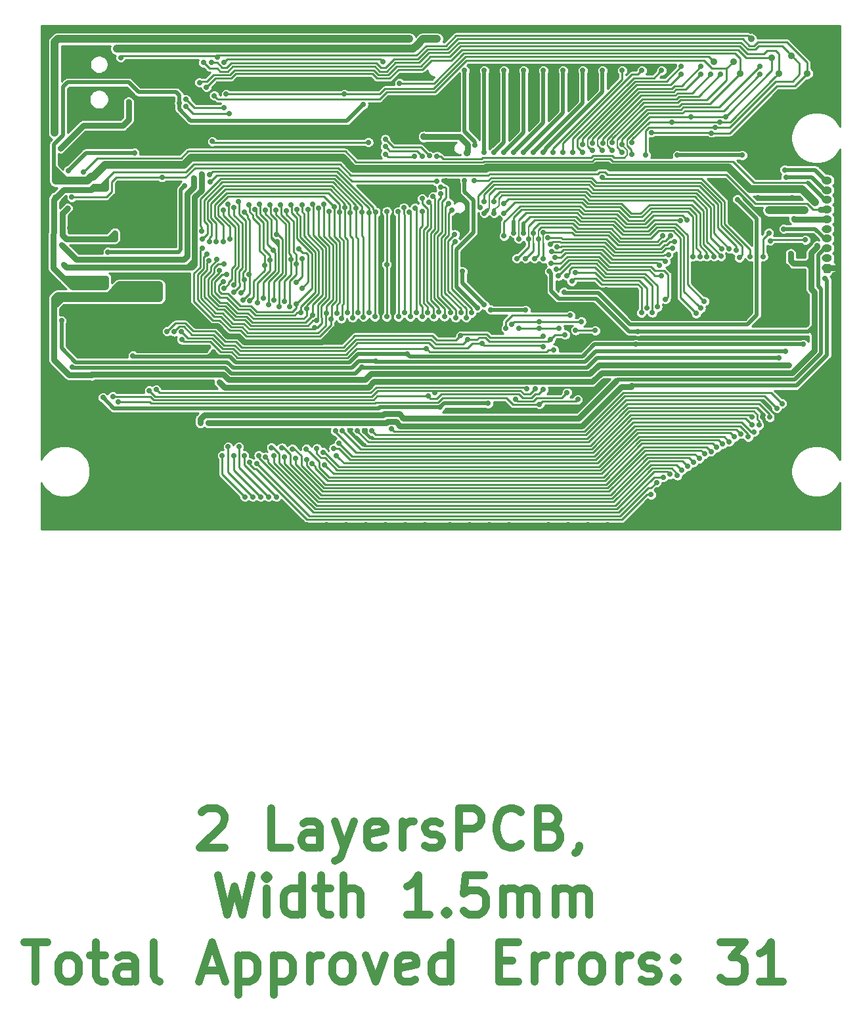
<source format=gbr>
G04 #@! TF.GenerationSoftware,KiCad,Pcbnew,5.1.0-rc2-unknown-036be7d~80~ubuntu16.04.1*
G04 #@! TF.CreationDate,2019-07-29T14:55:38+03:00*
G04 #@! TF.ProjectId,LCD-DRIVER_Rev_C,4c43442d-4452-4495-9645-525f5265765f,D*
G04 #@! TF.SameCoordinates,Original*
G04 #@! TF.FileFunction,Copper,L1,Top*
G04 #@! TF.FilePolarity,Positive*
%FSLAX46Y46*%
G04 Gerber Fmt 4.6, Leading zero omitted, Abs format (unit mm)*
G04 Created by KiCad (PCBNEW 5.1.0-rc2-unknown-036be7d~80~ubuntu16.04.1) date 2019-07-29 14:55:38*
%MOMM*%
%LPD*%
G04 APERTURE LIST*
%ADD10C,1.016000*%
%ADD11O,1.300000X1.000000*%
%ADD12C,0.700000*%
%ADD13C,0.900000*%
%ADD14C,0.762000*%
%ADD15C,0.254000*%
%ADD16C,0.508000*%
%ADD17C,0.152400*%
G04 APERTURE END LIST*
D10*
X91228333Y-162420904D02*
X91470238Y-162179000D01*
X91954047Y-161937095D01*
X93163571Y-161937095D01*
X93647380Y-162179000D01*
X93889285Y-162420904D01*
X94131190Y-162904714D01*
X94131190Y-163388523D01*
X93889285Y-164114238D01*
X90986428Y-167017095D01*
X94131190Y-167017095D01*
X102597857Y-167017095D02*
X100178809Y-167017095D01*
X100178809Y-161937095D01*
X106468333Y-167017095D02*
X106468333Y-164356142D01*
X106226428Y-163872333D01*
X105742619Y-163630428D01*
X104775000Y-163630428D01*
X104291190Y-163872333D01*
X106468333Y-166775190D02*
X105984523Y-167017095D01*
X104775000Y-167017095D01*
X104291190Y-166775190D01*
X104049285Y-166291380D01*
X104049285Y-165807571D01*
X104291190Y-165323761D01*
X104775000Y-165081857D01*
X105984523Y-165081857D01*
X106468333Y-164839952D01*
X108403571Y-163630428D02*
X109613095Y-167017095D01*
X110822619Y-163630428D02*
X109613095Y-167017095D01*
X109129285Y-168226619D01*
X108887380Y-168468523D01*
X108403571Y-168710428D01*
X114693095Y-166775190D02*
X114209285Y-167017095D01*
X113241666Y-167017095D01*
X112757857Y-166775190D01*
X112515952Y-166291380D01*
X112515952Y-164356142D01*
X112757857Y-163872333D01*
X113241666Y-163630428D01*
X114209285Y-163630428D01*
X114693095Y-163872333D01*
X114935000Y-164356142D01*
X114935000Y-164839952D01*
X112515952Y-165323761D01*
X117112142Y-167017095D02*
X117112142Y-163630428D01*
X117112142Y-164598047D02*
X117354047Y-164114238D01*
X117595952Y-163872333D01*
X118079761Y-163630428D01*
X118563571Y-163630428D01*
X120015000Y-166775190D02*
X120498809Y-167017095D01*
X121466428Y-167017095D01*
X121950238Y-166775190D01*
X122192142Y-166291380D01*
X122192142Y-166049476D01*
X121950238Y-165565666D01*
X121466428Y-165323761D01*
X120740714Y-165323761D01*
X120256904Y-165081857D01*
X120015000Y-164598047D01*
X120015000Y-164356142D01*
X120256904Y-163872333D01*
X120740714Y-163630428D01*
X121466428Y-163630428D01*
X121950238Y-163872333D01*
X124369285Y-167017095D02*
X124369285Y-161937095D01*
X126304523Y-161937095D01*
X126788333Y-162179000D01*
X127030238Y-162420904D01*
X127272142Y-162904714D01*
X127272142Y-163630428D01*
X127030238Y-164114238D01*
X126788333Y-164356142D01*
X126304523Y-164598047D01*
X124369285Y-164598047D01*
X132352142Y-166533285D02*
X132110238Y-166775190D01*
X131384523Y-167017095D01*
X130900714Y-167017095D01*
X130175000Y-166775190D01*
X129691190Y-166291380D01*
X129449285Y-165807571D01*
X129207380Y-164839952D01*
X129207380Y-164114238D01*
X129449285Y-163146619D01*
X129691190Y-162662809D01*
X130175000Y-162179000D01*
X130900714Y-161937095D01*
X131384523Y-161937095D01*
X132110238Y-162179000D01*
X132352142Y-162420904D01*
X136222619Y-164356142D02*
X136948333Y-164598047D01*
X137190238Y-164839952D01*
X137432142Y-165323761D01*
X137432142Y-166049476D01*
X137190238Y-166533285D01*
X136948333Y-166775190D01*
X136464523Y-167017095D01*
X134529285Y-167017095D01*
X134529285Y-161937095D01*
X136222619Y-161937095D01*
X136706428Y-162179000D01*
X136948333Y-162420904D01*
X137190238Y-162904714D01*
X137190238Y-163388523D01*
X136948333Y-163872333D01*
X136706428Y-164114238D01*
X136222619Y-164356142D01*
X134529285Y-164356142D01*
X139851190Y-166775190D02*
X139851190Y-167017095D01*
X139609285Y-167500904D01*
X139367380Y-167742809D01*
X93284523Y-170573095D02*
X94494047Y-175653095D01*
X95461666Y-172024523D01*
X96429285Y-175653095D01*
X97638809Y-170573095D01*
X99574047Y-175653095D02*
X99574047Y-172266428D01*
X99574047Y-170573095D02*
X99332142Y-170815000D01*
X99574047Y-171056904D01*
X99815952Y-170815000D01*
X99574047Y-170573095D01*
X99574047Y-171056904D01*
X104170238Y-175653095D02*
X104170238Y-170573095D01*
X104170238Y-175411190D02*
X103686428Y-175653095D01*
X102718809Y-175653095D01*
X102235000Y-175411190D01*
X101993095Y-175169285D01*
X101751190Y-174685476D01*
X101751190Y-173234047D01*
X101993095Y-172750238D01*
X102235000Y-172508333D01*
X102718809Y-172266428D01*
X103686428Y-172266428D01*
X104170238Y-172508333D01*
X105863571Y-172266428D02*
X107798809Y-172266428D01*
X106589285Y-170573095D02*
X106589285Y-174927380D01*
X106831190Y-175411190D01*
X107315000Y-175653095D01*
X107798809Y-175653095D01*
X109492142Y-175653095D02*
X109492142Y-170573095D01*
X111669285Y-175653095D02*
X111669285Y-172992142D01*
X111427380Y-172508333D01*
X110943571Y-172266428D01*
X110217857Y-172266428D01*
X109734047Y-172508333D01*
X109492142Y-172750238D01*
X120619761Y-175653095D02*
X117716904Y-175653095D01*
X119168333Y-175653095D02*
X119168333Y-170573095D01*
X118684523Y-171298809D01*
X118200714Y-171782619D01*
X117716904Y-172024523D01*
X122796904Y-175169285D02*
X123038809Y-175411190D01*
X122796904Y-175653095D01*
X122555000Y-175411190D01*
X122796904Y-175169285D01*
X122796904Y-175653095D01*
X127635000Y-170573095D02*
X125215952Y-170573095D01*
X124974047Y-172992142D01*
X125215952Y-172750238D01*
X125699761Y-172508333D01*
X126909285Y-172508333D01*
X127393095Y-172750238D01*
X127635000Y-172992142D01*
X127876904Y-173475952D01*
X127876904Y-174685476D01*
X127635000Y-175169285D01*
X127393095Y-175411190D01*
X126909285Y-175653095D01*
X125699761Y-175653095D01*
X125215952Y-175411190D01*
X124974047Y-175169285D01*
X130054047Y-175653095D02*
X130054047Y-172266428D01*
X130054047Y-172750238D02*
X130295952Y-172508333D01*
X130779761Y-172266428D01*
X131505476Y-172266428D01*
X131989285Y-172508333D01*
X132231190Y-172992142D01*
X132231190Y-175653095D01*
X132231190Y-172992142D02*
X132473095Y-172508333D01*
X132956904Y-172266428D01*
X133682619Y-172266428D01*
X134166428Y-172508333D01*
X134408333Y-172992142D01*
X134408333Y-175653095D01*
X136827380Y-175653095D02*
X136827380Y-172266428D01*
X136827380Y-172750238D02*
X137069285Y-172508333D01*
X137553095Y-172266428D01*
X138278809Y-172266428D01*
X138762619Y-172508333D01*
X139004523Y-172992142D01*
X139004523Y-175653095D01*
X139004523Y-172992142D02*
X139246428Y-172508333D01*
X139730238Y-172266428D01*
X140455952Y-172266428D01*
X140939761Y-172508333D01*
X141181666Y-172992142D01*
X141181666Y-175653095D01*
X68368333Y-179209095D02*
X71271190Y-179209095D01*
X69819761Y-184289095D02*
X69819761Y-179209095D01*
X73690238Y-184289095D02*
X73206428Y-184047190D01*
X72964523Y-183805285D01*
X72722619Y-183321476D01*
X72722619Y-181870047D01*
X72964523Y-181386238D01*
X73206428Y-181144333D01*
X73690238Y-180902428D01*
X74415952Y-180902428D01*
X74899761Y-181144333D01*
X75141666Y-181386238D01*
X75383571Y-181870047D01*
X75383571Y-183321476D01*
X75141666Y-183805285D01*
X74899761Y-184047190D01*
X74415952Y-184289095D01*
X73690238Y-184289095D01*
X76835000Y-180902428D02*
X78770238Y-180902428D01*
X77560714Y-179209095D02*
X77560714Y-183563380D01*
X77802619Y-184047190D01*
X78286428Y-184289095D01*
X78770238Y-184289095D01*
X82640714Y-184289095D02*
X82640714Y-181628142D01*
X82398809Y-181144333D01*
X81915000Y-180902428D01*
X80947380Y-180902428D01*
X80463571Y-181144333D01*
X82640714Y-184047190D02*
X82156904Y-184289095D01*
X80947380Y-184289095D01*
X80463571Y-184047190D01*
X80221666Y-183563380D01*
X80221666Y-183079571D01*
X80463571Y-182595761D01*
X80947380Y-182353857D01*
X82156904Y-182353857D01*
X82640714Y-182111952D01*
X85785476Y-184289095D02*
X85301666Y-184047190D01*
X85059761Y-183563380D01*
X85059761Y-179209095D01*
X91349285Y-182837666D02*
X93768333Y-182837666D01*
X90865476Y-184289095D02*
X92558809Y-179209095D01*
X94252142Y-184289095D01*
X95945476Y-180902428D02*
X95945476Y-185982428D01*
X95945476Y-181144333D02*
X96429285Y-180902428D01*
X97396904Y-180902428D01*
X97880714Y-181144333D01*
X98122619Y-181386238D01*
X98364523Y-181870047D01*
X98364523Y-183321476D01*
X98122619Y-183805285D01*
X97880714Y-184047190D01*
X97396904Y-184289095D01*
X96429285Y-184289095D01*
X95945476Y-184047190D01*
X100541666Y-180902428D02*
X100541666Y-185982428D01*
X100541666Y-181144333D02*
X101025476Y-180902428D01*
X101993095Y-180902428D01*
X102476904Y-181144333D01*
X102718809Y-181386238D01*
X102960714Y-181870047D01*
X102960714Y-183321476D01*
X102718809Y-183805285D01*
X102476904Y-184047190D01*
X101993095Y-184289095D01*
X101025476Y-184289095D01*
X100541666Y-184047190D01*
X105137857Y-184289095D02*
X105137857Y-180902428D01*
X105137857Y-181870047D02*
X105379761Y-181386238D01*
X105621666Y-181144333D01*
X106105476Y-180902428D01*
X106589285Y-180902428D01*
X109008333Y-184289095D02*
X108524523Y-184047190D01*
X108282619Y-183805285D01*
X108040714Y-183321476D01*
X108040714Y-181870047D01*
X108282619Y-181386238D01*
X108524523Y-181144333D01*
X109008333Y-180902428D01*
X109734047Y-180902428D01*
X110217857Y-181144333D01*
X110459761Y-181386238D01*
X110701666Y-181870047D01*
X110701666Y-183321476D01*
X110459761Y-183805285D01*
X110217857Y-184047190D01*
X109734047Y-184289095D01*
X109008333Y-184289095D01*
X112395000Y-180902428D02*
X113604523Y-184289095D01*
X114814047Y-180902428D01*
X118684523Y-184047190D02*
X118200714Y-184289095D01*
X117233095Y-184289095D01*
X116749285Y-184047190D01*
X116507380Y-183563380D01*
X116507380Y-181628142D01*
X116749285Y-181144333D01*
X117233095Y-180902428D01*
X118200714Y-180902428D01*
X118684523Y-181144333D01*
X118926428Y-181628142D01*
X118926428Y-182111952D01*
X116507380Y-182595761D01*
X123280714Y-184289095D02*
X123280714Y-179209095D01*
X123280714Y-184047190D02*
X122796904Y-184289095D01*
X121829285Y-184289095D01*
X121345476Y-184047190D01*
X121103571Y-183805285D01*
X120861666Y-183321476D01*
X120861666Y-181870047D01*
X121103571Y-181386238D01*
X121345476Y-181144333D01*
X121829285Y-180902428D01*
X122796904Y-180902428D01*
X123280714Y-181144333D01*
X129570238Y-181628142D02*
X131263571Y-181628142D01*
X131989285Y-184289095D02*
X129570238Y-184289095D01*
X129570238Y-179209095D01*
X131989285Y-179209095D01*
X134166428Y-184289095D02*
X134166428Y-180902428D01*
X134166428Y-181870047D02*
X134408333Y-181386238D01*
X134650238Y-181144333D01*
X135134047Y-180902428D01*
X135617857Y-180902428D01*
X137311190Y-184289095D02*
X137311190Y-180902428D01*
X137311190Y-181870047D02*
X137553095Y-181386238D01*
X137795000Y-181144333D01*
X138278809Y-180902428D01*
X138762619Y-180902428D01*
X141181666Y-184289095D02*
X140697857Y-184047190D01*
X140455952Y-183805285D01*
X140214047Y-183321476D01*
X140214047Y-181870047D01*
X140455952Y-181386238D01*
X140697857Y-181144333D01*
X141181666Y-180902428D01*
X141907380Y-180902428D01*
X142391190Y-181144333D01*
X142633095Y-181386238D01*
X142875000Y-181870047D01*
X142875000Y-183321476D01*
X142633095Y-183805285D01*
X142391190Y-184047190D01*
X141907380Y-184289095D01*
X141181666Y-184289095D01*
X145052142Y-184289095D02*
X145052142Y-180902428D01*
X145052142Y-181870047D02*
X145294047Y-181386238D01*
X145535952Y-181144333D01*
X146019761Y-180902428D01*
X146503571Y-180902428D01*
X147955000Y-184047190D02*
X148438809Y-184289095D01*
X149406428Y-184289095D01*
X149890238Y-184047190D01*
X150132142Y-183563380D01*
X150132142Y-183321476D01*
X149890238Y-182837666D01*
X149406428Y-182595761D01*
X148680714Y-182595761D01*
X148196904Y-182353857D01*
X147955000Y-181870047D01*
X147955000Y-181628142D01*
X148196904Y-181144333D01*
X148680714Y-180902428D01*
X149406428Y-180902428D01*
X149890238Y-181144333D01*
X152309285Y-183805285D02*
X152551190Y-184047190D01*
X152309285Y-184289095D01*
X152067380Y-184047190D01*
X152309285Y-183805285D01*
X152309285Y-184289095D01*
X152309285Y-181144333D02*
X152551190Y-181386238D01*
X152309285Y-181628142D01*
X152067380Y-181386238D01*
X152309285Y-181144333D01*
X152309285Y-181628142D01*
X158115000Y-179209095D02*
X161259761Y-179209095D01*
X159566428Y-181144333D01*
X160292142Y-181144333D01*
X160775952Y-181386238D01*
X161017857Y-181628142D01*
X161259761Y-182111952D01*
X161259761Y-183321476D01*
X161017857Y-183805285D01*
X160775952Y-184047190D01*
X160292142Y-184289095D01*
X158840714Y-184289095D01*
X158356904Y-184047190D01*
X158115000Y-183805285D01*
X166097857Y-184289095D02*
X163195000Y-184289095D01*
X164646428Y-184289095D02*
X164646428Y-179209095D01*
X164162619Y-179934809D01*
X163678809Y-180418619D01*
X163195000Y-180660523D01*
D11*
X171831000Y-80989000D03*
X171831000Y-82239000D03*
X171831000Y-83489000D03*
X171831000Y-84739000D03*
X171831000Y-85989000D03*
X171831000Y-87239000D03*
X171831000Y-88489000D03*
X171831000Y-89739000D03*
X171831000Y-90989000D03*
X171831000Y-92239000D03*
D12*
X93472000Y-106976010D03*
D13*
X72390000Y-81026000D03*
D12*
X170307000Y-83820000D03*
X148209000Y-105791000D03*
X167132000Y-90424000D03*
X170561000Y-89408000D03*
X89027000Y-81661000D03*
D13*
X89027000Y-78867000D03*
D12*
X104140000Y-91059000D03*
X103378000Y-94107000D03*
X149890022Y-79349838D03*
X136017000Y-92710000D03*
X124841000Y-92710000D03*
X127635000Y-97028000D03*
X112035496Y-71204012D03*
X147447000Y-100457000D03*
D13*
X77216000Y-80518000D03*
D12*
X79121000Y-90208040D03*
X88328500Y-70993000D03*
X74930000Y-94742000D03*
X77343000Y-81788000D03*
D13*
X72390000Y-83185000D03*
D12*
X78867053Y-81981277D03*
X78867000Y-93599000D03*
X78867000Y-94614986D03*
X75946000Y-79925010D03*
D13*
X110490006Y-62738000D03*
X117983000Y-62738000D03*
X72263000Y-74802994D03*
D12*
X115824000Y-89027000D03*
X114300000Y-89027000D03*
X115824000Y-86995000D03*
X114300000Y-86995000D03*
X115824000Y-98044000D03*
X114300000Y-98044000D03*
D13*
X74803000Y-61468000D03*
X173101000Y-71755000D03*
X173101000Y-61468000D03*
X71120000Y-121539000D03*
X73025000Y-114681000D03*
X75184000Y-114681000D03*
X70993000Y-109855000D03*
X70993000Y-112395000D03*
X70993000Y-115697000D03*
X70993000Y-114681000D03*
X73914000Y-122555000D03*
X76200000Y-125349000D03*
X73914000Y-125349000D03*
X71120000Y-122555000D03*
X80010000Y-125349000D03*
X81915000Y-125349000D03*
X84455000Y-125349000D03*
X86995000Y-125349000D03*
X89535000Y-125349000D03*
X92075000Y-125349000D03*
X94615000Y-125349000D03*
X97155000Y-125349000D03*
X99695000Y-125349000D03*
X102235000Y-125349000D03*
X172847000Y-122555004D03*
X170180000Y-123190000D03*
X166624000Y-120650000D03*
X166624000Y-123190000D03*
X168910000Y-114554000D03*
X170815000Y-114554000D03*
X172847000Y-99060000D03*
X172847000Y-101600000D03*
X172847000Y-104140000D03*
X172847000Y-106680000D03*
X172847000Y-94742000D03*
X172847000Y-96520000D03*
X172847000Y-108839000D03*
X172847000Y-114554000D03*
X172847000Y-112522000D03*
X78105000Y-125349000D03*
D12*
X85090000Y-102489000D03*
X91694000Y-102489000D03*
D13*
X77343000Y-119761000D03*
X70993000Y-107442000D03*
X70993000Y-94361000D03*
D12*
X78605099Y-85224901D03*
X76171999Y-87058500D03*
X76171999Y-86106000D03*
D13*
X70993000Y-97028000D03*
X83693000Y-61468000D03*
X108839000Y-61468000D03*
X88646000Y-61468000D03*
X112395000Y-61468000D03*
X115443000Y-73025000D03*
X120650000Y-73025000D03*
X122047000Y-73024998D03*
X123317000Y-73025000D03*
D12*
X167360794Y-83232107D03*
X162941008Y-83185000D03*
X160020000Y-75946000D03*
X161797998Y-75946000D03*
X156591000Y-75946000D03*
X153289000Y-75946000D03*
X166876232Y-89528811D03*
X168865878Y-90666132D03*
D13*
X84836002Y-120142000D03*
X85852000Y-120142000D03*
D12*
X163553976Y-111505719D03*
X165354000Y-111505994D03*
X151003000Y-75946000D03*
X140589000Y-107950000D03*
X143002000Y-101219000D03*
X142978676Y-106910676D03*
D13*
X133346371Y-125513290D03*
D12*
X125095000Y-85344000D03*
X115821651Y-84451157D03*
X114300603Y-84370010D03*
X143002000Y-98425000D03*
X143002000Y-99822000D03*
X129413000Y-93980000D03*
X129413000Y-89408000D03*
D13*
X172847000Y-93218000D03*
X173101000Y-90297000D03*
X173101000Y-87884000D03*
X173101000Y-85471000D03*
X173101000Y-82931000D03*
X173101000Y-80391000D03*
X173101000Y-78232000D03*
X173101000Y-69215000D03*
X173101000Y-66675000D03*
X173101000Y-64135000D03*
X171450000Y-61468000D03*
X169545000Y-61468000D03*
X167005000Y-61468000D03*
X164465000Y-61468000D03*
X161925000Y-61468000D03*
X159385000Y-61468000D03*
X156845000Y-61468000D03*
X154305000Y-61468000D03*
X151765000Y-61468000D03*
X149225000Y-61468000D03*
X146685000Y-61468000D03*
X144145000Y-61468000D03*
X141605000Y-61468000D03*
X139065000Y-61468000D03*
X136525000Y-61468000D03*
X133985000Y-61468000D03*
X131445000Y-61468000D03*
X128905000Y-61468000D03*
X126365000Y-61468000D03*
X123825000Y-61468000D03*
X121285000Y-61468000D03*
X118745000Y-61468000D03*
X116205000Y-61468000D03*
X114300000Y-61468000D03*
X110490000Y-61468000D03*
X106680000Y-61468000D03*
X104140000Y-61468000D03*
X101600000Y-61468000D03*
X99060000Y-61468000D03*
X96520000Y-61468000D03*
X93980000Y-61468000D03*
X91440000Y-61468000D03*
X86360000Y-61468000D03*
X78105000Y-61468000D03*
X80645000Y-61468000D03*
X70993000Y-90170000D03*
X83693000Y-68580000D03*
X86106000Y-68580000D03*
X171450000Y-62865000D03*
X171450000Y-65405000D03*
X171450000Y-67945000D03*
X171450000Y-70485000D03*
X170180000Y-71755000D03*
X170180000Y-69215000D03*
X148590000Y-125476000D03*
X151130000Y-125476000D03*
X153670000Y-125476000D03*
X156210000Y-125476000D03*
X158750000Y-125476000D03*
X161290000Y-125476000D03*
X163830000Y-125476000D03*
X166624000Y-125476000D03*
X168275000Y-125476000D03*
X170180000Y-125476000D03*
X170815000Y-112522000D03*
X168910000Y-112522000D03*
X166624000Y-114554000D03*
X166624000Y-116840000D03*
X167767000Y-115697000D03*
X166624000Y-112522000D03*
X166624000Y-118110000D03*
X168275000Y-123190000D03*
X165100000Y-123190000D03*
X162560000Y-123190000D03*
X160020000Y-123190000D03*
X157480000Y-123190000D03*
X154940000Y-123190000D03*
X152400000Y-123190000D03*
X149860000Y-123190000D03*
X163830000Y-120650000D03*
X161290000Y-120650000D03*
X158750000Y-120650000D03*
X156210000Y-120650000D03*
X153670000Y-120650000D03*
X163830000Y-118110000D03*
X163830000Y-115570000D03*
X161290000Y-118110000D03*
X158750000Y-118110000D03*
X156210000Y-118110000D03*
X169000000Y-110650000D03*
D12*
X141277010Y-101231131D03*
X128905000Y-66802000D03*
X131445000Y-66802000D03*
X133985000Y-66802000D03*
X126365000Y-66802000D03*
X136525000Y-66802000D03*
X139065000Y-66802000D03*
X141605000Y-66802000D03*
X144145000Y-66802000D03*
D13*
X86995000Y-121285000D03*
X89535000Y-121285000D03*
X92075000Y-121285000D03*
X94615000Y-121285000D03*
X88265000Y-120015000D03*
X90805000Y-120015000D03*
X93345000Y-120015000D03*
X92075000Y-118745000D03*
X92075000Y-116205000D03*
X92075000Y-113665000D03*
X90805000Y-117475000D03*
X90805000Y-114935000D03*
X89535000Y-118745000D03*
X88265000Y-117475000D03*
X89535000Y-116205000D03*
X88265000Y-114935000D03*
X89535000Y-113665000D03*
X86995000Y-116205000D03*
X85725000Y-114935000D03*
X86995000Y-113665000D03*
X73025000Y-112395000D03*
X73025000Y-109855000D03*
X73025000Y-107315000D03*
X74930000Y-123825000D03*
X76200000Y-71120000D03*
X77470000Y-72644000D03*
X74803000Y-66675000D03*
X74803000Y-64135000D03*
X78105000Y-64135000D03*
X76200000Y-65405000D03*
X115443000Y-71755000D03*
X115443000Y-70485000D03*
X166370000Y-73660000D03*
D12*
X133985000Y-93980000D03*
X133985000Y-95631000D03*
X135255000Y-94615000D03*
X135255000Y-96520000D03*
X131826000Y-93980000D03*
X130683000Y-95631000D03*
X127635000Y-95631000D03*
X127635000Y-93980000D03*
X129540000Y-95631000D03*
X125730000Y-93980000D03*
X125730000Y-91440000D03*
X127635000Y-91440000D03*
X129413000Y-91440000D03*
X125730000Y-89535000D03*
X127635000Y-89535000D03*
D13*
X88265000Y-93345000D03*
X86995000Y-94615000D03*
X88265000Y-95885000D03*
X88265000Y-98425000D03*
X86995000Y-97155000D03*
X85090010Y-98933000D03*
X85090010Y-100965000D03*
D12*
X110340978Y-113284283D03*
X112228275Y-113312712D03*
D13*
X128273240Y-125491010D03*
X109855000Y-125491010D03*
X146050812Y-125481017D03*
X125730000Y-125491010D03*
X107315000Y-125491010D03*
X143510000Y-125491010D03*
X135890000Y-125491010D03*
X104773709Y-125490888D03*
X130810002Y-125491010D03*
X140970000Y-125491010D03*
X138430000Y-125491010D03*
X123190000Y-125491010D03*
X114935000Y-125491010D03*
X117475000Y-125491010D03*
X112395000Y-125491010D03*
X120015000Y-125491010D03*
D12*
X123444000Y-110638000D03*
X129413000Y-100075994D03*
X133985000Y-96774000D03*
X131826000Y-96774000D03*
X129413000Y-96774000D03*
X136525004Y-96774000D03*
X161163000Y-85979000D03*
X122682000Y-81026000D03*
X159131000Y-81915000D03*
X136398000Y-107950000D03*
X143383000Y-95038000D03*
X91801274Y-70315011D03*
D13*
X70993000Y-80645000D03*
X74803000Y-69850000D03*
X74803000Y-72644000D03*
D12*
X86233000Y-77343000D03*
X87249000Y-81534000D03*
X87122000Y-85471000D03*
X74210010Y-87122000D03*
X87122000Y-86868000D03*
X87122000Y-83566000D03*
X80391000Y-81597500D03*
D13*
X78613000Y-99060000D03*
X86995000Y-93345000D03*
X86995004Y-95885000D03*
D12*
X77978000Y-87566500D03*
X77978000Y-85725000D03*
D13*
X87884000Y-72644000D03*
X87884000Y-74295000D03*
X86106000Y-70739000D03*
X86106000Y-72009000D03*
X86106000Y-73279000D03*
X79755990Y-102489000D03*
D12*
X119632033Y-83311719D03*
X120362324Y-98021955D03*
X117729000Y-103378000D03*
X112710032Y-76072991D03*
X168783000Y-102108000D03*
X92690593Y-103082000D03*
X94064809Y-94905466D03*
X147193000Y-102108000D03*
X167543737Y-85948267D03*
X92583000Y-75946000D03*
X94024131Y-84850850D03*
X82359500Y-103568500D03*
X123444000Y-84836000D03*
X124629988Y-98044000D03*
X124587000Y-101007010D03*
X86741000Y-100457000D03*
X135255006Y-101050287D03*
X138049000Y-100883498D03*
X136155979Y-101523568D03*
X123825000Y-87937002D03*
X125306990Y-98680405D03*
X125475988Y-101515010D03*
X87669583Y-100485855D03*
D13*
X121539014Y-62738000D03*
X109601000Y-64008000D03*
X118490998Y-64008000D03*
X125393464Y-77416955D03*
X80264000Y-64008000D03*
X119857465Y-75341535D03*
D12*
X126746000Y-97409000D03*
X125095000Y-81026000D03*
X118110000Y-98552000D03*
X111852344Y-105071010D03*
X166370000Y-79629000D03*
X165661949Y-103843990D03*
X117978895Y-85053133D03*
X74510298Y-105087846D03*
X73279000Y-85217000D03*
X73914000Y-84582000D03*
X80010000Y-88519000D03*
X80010000Y-87757000D03*
X119634000Y-98552000D03*
X119634000Y-84963000D03*
D13*
X77089000Y-106045000D03*
D12*
X112903000Y-106045004D03*
X166537261Y-80566643D03*
X166878000Y-104774990D03*
X72644000Y-95885000D03*
D13*
X76581000Y-96139000D03*
D12*
X84709000Y-95377000D03*
X85725000Y-95377000D03*
X84709000Y-94488000D03*
X85725000Y-94488000D03*
X74019367Y-79697280D03*
X82550000Y-77427990D03*
X118872000Y-98044000D03*
X73152000Y-99060000D03*
X113665000Y-104267000D03*
X166497000Y-102997000D03*
X118713258Y-84532813D03*
X166243000Y-87249004D03*
D13*
X162052000Y-62738000D03*
D12*
X93250624Y-65066010D03*
X163195000Y-66294000D03*
X145409675Y-77356292D03*
X80772000Y-65151000D03*
D13*
X159766000Y-65659000D03*
D12*
X144157264Y-77099525D03*
X92819331Y-70040988D03*
X116586000Y-98552000D03*
X164338000Y-87756992D03*
X163592879Y-90798903D03*
X165353843Y-110344029D03*
X116534394Y-85000720D03*
X113157000Y-113283982D03*
X123063000Y-83947000D03*
X123952979Y-98686037D03*
X88631249Y-101489999D03*
X136631623Y-102858310D03*
X120168012Y-102680740D03*
X125984000Y-98044000D03*
X123859843Y-88866625D03*
X88616719Y-100518032D03*
X135248445Y-102404299D03*
X127381000Y-101981000D03*
X158115000Y-67310000D03*
X95389455Y-95395519D03*
X147908054Y-98044000D03*
X138937992Y-93980000D03*
X142901847Y-76158410D03*
X95378142Y-84457346D03*
X89170602Y-70527010D03*
X155575000Y-67310000D03*
X96773994Y-121793000D03*
X93853004Y-116459000D03*
X96284103Y-95493633D03*
X96689717Y-93765953D03*
X139355141Y-92869297D03*
X141609137Y-76200425D03*
X148585064Y-97393558D03*
X95945172Y-83707389D03*
X94107000Y-71628000D03*
X155575000Y-66294000D03*
X97801013Y-121793000D03*
X94615000Y-115316000D03*
X96520766Y-96371486D03*
X97263934Y-93072919D03*
X138295835Y-93293603D03*
X141596210Y-77100344D03*
X96732153Y-85071433D03*
X89145963Y-71434401D03*
X94800758Y-72373252D03*
X149296228Y-98032690D03*
X115062000Y-98552000D03*
D13*
X157226000Y-65643990D03*
D12*
X156845000Y-67310000D03*
X164453987Y-111506000D03*
X115089491Y-84974572D03*
X103740015Y-89820197D03*
X115062000Y-91821000D03*
X104140000Y-94869000D03*
X142875000Y-77092866D03*
X142877903Y-80577570D03*
X111272383Y-113252888D03*
X161925000Y-90805000D03*
X109601000Y-69850000D03*
X94360998Y-69850000D03*
X153035000Y-67310000D03*
X98817013Y-121793000D03*
X95334011Y-116459006D03*
X97415124Y-96472209D03*
X99327875Y-91947991D03*
X97293133Y-84122720D03*
X137222966Y-93272193D03*
X140335000Y-76327000D03*
X149973238Y-97282000D03*
X153035000Y-66294000D03*
X99822008Y-121793000D03*
X96011013Y-115316000D03*
X100016073Y-91259807D03*
X98107077Y-84752684D03*
X140320386Y-77342932D03*
X150479764Y-93279696D03*
X136954962Y-92413011D03*
X98383984Y-96771785D03*
X96688023Y-116459000D03*
X100838000Y-121800043D03*
X151000000Y-96302376D03*
X100461948Y-89996971D03*
X98647276Y-84032819D03*
X99175937Y-96197550D03*
X136271006Y-91694000D03*
X139065000Y-77343000D03*
X97420010Y-117346524D03*
X100916986Y-88862703D03*
X99461112Y-84819556D03*
X150237624Y-91909106D03*
X136780404Y-90930596D03*
X150495006Y-66802000D03*
X99852947Y-97024114D03*
X149141366Y-121499230D03*
X149848987Y-119930010D03*
X100002138Y-84100312D03*
X100529949Y-96425557D03*
X151004963Y-91438774D03*
X136352260Y-90134804D03*
X100856218Y-87924345D03*
X98317376Y-117456420D03*
X137795000Y-77343000D03*
X150749000Y-119253000D03*
X151386452Y-90541124D03*
X100815204Y-84853897D03*
X137027587Y-89532350D03*
X147955000Y-66801986D03*
X101206958Y-97219143D03*
X98563531Y-116445389D03*
X151584021Y-118884430D03*
X151877356Y-89736724D03*
X102732116Y-91153731D03*
X101356149Y-84134047D03*
X101883960Y-96619544D03*
X136165096Y-89254469D03*
X99442412Y-116639268D03*
X136525000Y-77343000D03*
X152523231Y-119024124D03*
X152153577Y-88874847D03*
X103381728Y-91776648D03*
X102170185Y-84869673D03*
X135863312Y-88406561D03*
X145415000Y-66802000D03*
X102560969Y-97231760D03*
X100522517Y-116465955D03*
X153091679Y-118326350D03*
X151637594Y-88137431D03*
X135255000Y-91058998D03*
X102716431Y-84154386D03*
X135246210Y-87729551D03*
X103405737Y-96921295D03*
X94038942Y-94005826D03*
X100195498Y-115437813D03*
X135255000Y-77343000D03*
X153840284Y-117826738D03*
X134112000Y-91059000D03*
X104013000Y-98044000D03*
X94427553Y-93145244D03*
X103524196Y-84711044D03*
X150675126Y-88142461D03*
X134610901Y-88519000D03*
X142875000Y-66802008D03*
X101878087Y-116655300D03*
X154588934Y-117327193D03*
X132969000Y-91059000D03*
X133984691Y-87754141D03*
X104775000Y-97536000D03*
X154959329Y-98141472D03*
X104198790Y-84109180D03*
X93511229Y-92566395D03*
X101549509Y-115450752D03*
X133985000Y-77343000D03*
X155346288Y-116840946D03*
X131826000Y-91059000D03*
X105494012Y-98318912D03*
X94107291Y-91791232D03*
X104890166Y-84688279D03*
X133332191Y-88519000D03*
X155552935Y-97464971D03*
X140335000Y-66802000D03*
X103285588Y-116803707D03*
X156039259Y-116266653D03*
X132714995Y-87754189D03*
X156006946Y-96569260D03*
X106045004Y-99060000D03*
X105552801Y-84065428D03*
X93144028Y-91128940D03*
X102903529Y-115605510D03*
X132715000Y-77343000D03*
X156880539Y-115946857D03*
X132080000Y-88519000D03*
X152892585Y-86148876D03*
X105791000Y-99955826D03*
X106278895Y-84597226D03*
X92165229Y-91306671D03*
X137795000Y-66802000D03*
X104736215Y-116957397D03*
X157595000Y-115399529D03*
X131444995Y-87754189D03*
X153791470Y-86061237D03*
X107302035Y-98102436D03*
X106996377Y-84053865D03*
X91854914Y-90461848D03*
X105470863Y-117477300D03*
X131445000Y-77343000D03*
X158375734Y-114951783D03*
X154550210Y-90800004D03*
X107853022Y-98878045D03*
X130175000Y-88138000D03*
X91315740Y-89741214D03*
X107673387Y-85022736D03*
X135255000Y-66802000D03*
X104711551Y-115599074D03*
X130175000Y-85217000D03*
X159227933Y-114662339D03*
X155450221Y-90800012D03*
X108656047Y-98073446D03*
X108350361Y-84384983D03*
X94827827Y-88555133D03*
X107023249Y-117639755D03*
X130175000Y-77343000D03*
X130175000Y-83947000D03*
X159890448Y-114053163D03*
X156350234Y-90800012D03*
X109208907Y-98783635D03*
X109027398Y-85100818D03*
X132715000Y-66801996D03*
X93983542Y-88866908D03*
X106065562Y-115548811D03*
X128905000Y-85217000D03*
X157252546Y-90790356D03*
X160704747Y-113669837D03*
X110010058Y-98062305D03*
X109704373Y-84459649D03*
X93083531Y-88866833D03*
X106837498Y-116032992D03*
X128905000Y-77343000D03*
X128905000Y-83693000D03*
X158152119Y-90762483D03*
X161671000Y-114046000D03*
X110658909Y-98686014D03*
X110381410Y-85121097D03*
X130175000Y-66802000D03*
X92183569Y-88876329D03*
X108585000Y-116459000D03*
X127635000Y-85217000D03*
X162433000Y-113411000D03*
X111364069Y-98025686D03*
X111109855Y-84591023D03*
X91312994Y-88519000D03*
X108227778Y-115546222D03*
X158242000Y-89789000D03*
X127635000Y-77343000D03*
X162156965Y-112520587D03*
X112064533Y-98590815D03*
X111868108Y-85075868D03*
X127635000Y-66802000D03*
X108931785Y-114842223D03*
X159225852Y-89779917D03*
X127636405Y-83691595D03*
X91247032Y-87547276D03*
X162167989Y-111505717D03*
X92317446Y-81141446D03*
X112778138Y-98042374D03*
X112764549Y-85155968D03*
X108446989Y-113284283D03*
X160094236Y-90016412D03*
X127127000Y-84455000D03*
X113538000Y-98552000D03*
X126422011Y-76454000D03*
X163068000Y-112522000D03*
X92200021Y-80249127D03*
X113661266Y-85079017D03*
X125095000Y-66802000D03*
X109347000Y-113284008D03*
X160528000Y-90932000D03*
X126365000Y-81026000D03*
X90170000Y-80645010D03*
X89281000Y-90805014D03*
X144653000Y-106807000D03*
X91059000Y-112268000D03*
X73152000Y-89281000D03*
X171577000Y-93599000D03*
X91186000Y-80137000D03*
X90297000Y-91821000D03*
X146685000Y-107430021D03*
X73406006Y-91821000D03*
X92075000Y-112268000D03*
X88265000Y-92201956D03*
D13*
X165608000Y-67183000D03*
D12*
X141943990Y-100330000D03*
X139700000Y-109220000D03*
X151841200Y-73448002D03*
X139403990Y-100302178D03*
X146679814Y-76066777D03*
X158048106Y-73448001D03*
X134747000Y-109839388D03*
X80449998Y-109558990D03*
X90933817Y-68362861D03*
D13*
X164719000Y-65151000D03*
D12*
X146679814Y-77603223D03*
X154305000Y-72771000D03*
X158749976Y-72771000D03*
X85344000Y-107950000D03*
X138726980Y-98394939D03*
X133078754Y-107865010D03*
X130429000Y-100076000D03*
X91821000Y-68961000D03*
D13*
X169290998Y-67183000D03*
D12*
X149225000Y-74803000D03*
X156927740Y-74869798D03*
X79756000Y-108839000D03*
X134748563Y-100074218D03*
X132080000Y-100076000D03*
X137287000Y-100076010D03*
X120396000Y-108796990D03*
X135255000Y-107950000D03*
X92456000Y-65786000D03*
X148463000Y-77724000D03*
X157433026Y-74125011D03*
X84453033Y-108077281D03*
X134746978Y-99174208D03*
X140147713Y-99188724D03*
D13*
X167259000Y-64897000D03*
D12*
X121285000Y-108331000D03*
X131191000Y-99568000D03*
X134230423Y-107882860D03*
X91440000Y-65786000D03*
X120511989Y-83820283D03*
X121110203Y-98522653D03*
X121995391Y-82728154D03*
X119634000Y-77851000D03*
X114874404Y-76612909D03*
X122501324Y-98530171D03*
X122039599Y-81829229D03*
X123275976Y-98044000D03*
X114899922Y-75680989D03*
X120562725Y-77822288D03*
X121031016Y-83058000D03*
X114899998Y-77597000D03*
X118618000Y-77893010D03*
X121808850Y-97955278D03*
X117348000Y-98044000D03*
X169037000Y-88646000D03*
X164507990Y-88762470D03*
X166034107Y-109754739D03*
X117276093Y-84490914D03*
X115697000Y-113030000D03*
X94564635Y-84072343D03*
X95380443Y-94444605D03*
D13*
X160655000Y-67183000D03*
X164338000Y-84836000D03*
X168910000Y-84836000D03*
D12*
X144154258Y-76073000D03*
X114554000Y-65659000D03*
X116713000Y-68453000D03*
X94120214Y-65730776D03*
X74479012Y-83142998D03*
X163195000Y-67310000D03*
X121505283Y-81104986D03*
X145408380Y-76324771D03*
X121523036Y-77866960D03*
X86106000Y-80602990D03*
X138303000Y-108331000D03*
X131699000Y-109227043D03*
X78486000Y-108966000D03*
X121920000Y-110236000D03*
X128143000Y-109728000D03*
X152527000Y-77724000D03*
X160909000Y-77724000D03*
X132969000Y-97717939D03*
X160274000Y-83439012D03*
X128439010Y-97663000D03*
X137922000Y-95377000D03*
X73025000Y-76835000D03*
X81788000Y-70866000D03*
X81788000Y-72009004D03*
X81788000Y-73151968D03*
D10*
X72390000Y-80264000D02*
X72390000Y-81026000D01*
X73914000Y-81026000D02*
X73025000Y-81026000D01*
X73025000Y-81026000D02*
X72390000Y-81026000D01*
D14*
X170561000Y-89535000D02*
X170561000Y-89408000D01*
X169799000Y-90297000D02*
X170561000Y-89535000D01*
X167132000Y-91313000D02*
X167513000Y-91694000D01*
X167132000Y-90424000D02*
X167132000Y-91313000D01*
X167348118Y-105791000D02*
X148209000Y-105791000D01*
X169799000Y-94996000D02*
X170180000Y-95377000D01*
X170180000Y-102959118D02*
X167348118Y-105791000D01*
D15*
X104140000Y-93345000D02*
X103727999Y-93757001D01*
X103727999Y-93757001D02*
X103378000Y-94107000D01*
X104140000Y-91059000D02*
X104140000Y-93345000D01*
D10*
X143839679Y-79349838D02*
X149395048Y-79349838D01*
X149395048Y-79349838D02*
X149890022Y-79349838D01*
X109382129Y-78066960D02*
X110798146Y-79482978D01*
X127979069Y-79345776D02*
X141920191Y-79345776D01*
X143555389Y-79065549D02*
X143839679Y-79349838D01*
X141920191Y-79345776D02*
X142200418Y-79065549D01*
X110798146Y-79482978D02*
X127841867Y-79482978D01*
X127841867Y-79482978D02*
X127979069Y-79345776D01*
X89827041Y-78066960D02*
X109382129Y-78066960D01*
X89027000Y-78867000D02*
X89827041Y-78066960D01*
X142200418Y-79065549D02*
X143555389Y-79065549D01*
D14*
X169291000Y-91694000D02*
X169799000Y-91186000D01*
X169291000Y-91694000D02*
X169799000Y-91694000D01*
X167513000Y-91694000D02*
X169291000Y-91694000D01*
X169799000Y-91694000D02*
X169799000Y-91186000D01*
X169799000Y-91186000D02*
X169799000Y-90297000D01*
X169291000Y-91694000D02*
X169799000Y-92202000D01*
X169799000Y-92202000D02*
X169799000Y-94996000D01*
X169799000Y-91694000D02*
X169799000Y-92202000D01*
X170180000Y-95377000D02*
X170180000Y-99187000D01*
D10*
X161920880Y-82126998D02*
X168613998Y-82126998D01*
X169957001Y-83470001D02*
X170307000Y-83820000D01*
X149890022Y-79349838D02*
X159143720Y-79349838D01*
X168613998Y-82126998D02*
X169957001Y-83470001D01*
X159143720Y-79349838D02*
X161920880Y-82126998D01*
D16*
X127285001Y-96678001D02*
X127635000Y-97028000D01*
X124841000Y-94234000D02*
X127285001Y-96678001D01*
X124841000Y-92710000D02*
X124841000Y-94234000D01*
D14*
X119605187Y-106934000D02*
X141594864Y-106934000D01*
X119601646Y-106937541D02*
X119605187Y-106934000D01*
X147714026Y-105791000D02*
X148209000Y-105791000D01*
X113400977Y-106937541D02*
X119601646Y-106937541D01*
X94154944Y-107658954D02*
X112679564Y-107658954D01*
X93472000Y-106976010D02*
X94154944Y-107658954D01*
X141594864Y-106934000D02*
X142737864Y-105791000D01*
X142737864Y-105791000D02*
X147714026Y-105791000D01*
X112679564Y-107658954D02*
X113400977Y-106937541D01*
D16*
X170180000Y-99695000D02*
X169672000Y-100203000D01*
D14*
X170180000Y-99187000D02*
X170180000Y-99695000D01*
X170180000Y-99695000D02*
X170180000Y-100203000D01*
D16*
X169672000Y-100203000D02*
X170180000Y-100203000D01*
D14*
X170180000Y-100711000D02*
X170180000Y-102959118D01*
X170180000Y-100203000D02*
X170180000Y-100711000D01*
D16*
X169672000Y-100330000D02*
X170053000Y-100711000D01*
X170053000Y-100711000D02*
X170180000Y-100711000D01*
X169672000Y-100203000D02*
X169672000Y-100330000D01*
X169418000Y-100457000D02*
X169672000Y-100203000D01*
X147447000Y-100457000D02*
X169418000Y-100457000D01*
X142059009Y-96212011D02*
X146303998Y-100457000D01*
X146303998Y-100457000D02*
X147447000Y-100457000D01*
X136017000Y-92710000D02*
X136271000Y-92964000D01*
X136271000Y-92964000D02*
X136271000Y-95250000D01*
X136271000Y-95250000D02*
X137233011Y-96212011D01*
X137233011Y-96212011D02*
X142059009Y-96212011D01*
X73025000Y-81026000D02*
X73025000Y-80772000D01*
X73025000Y-80772000D02*
X72136000Y-79883000D01*
X72136000Y-80518000D02*
X72390000Y-80264000D01*
X72136000Y-79883000D02*
X72136000Y-80518000D01*
X72136000Y-79248000D02*
X73914000Y-81026000D01*
X72136000Y-79883000D02*
X72136000Y-79248000D01*
D10*
X78740000Y-78994000D02*
X77665999Y-80068001D01*
X77665999Y-80068001D02*
X77216000Y-80518000D01*
X88900000Y-78994000D02*
X78740000Y-78994000D01*
X89027000Y-78867000D02*
X88900000Y-78994000D01*
X76504108Y-81026000D02*
X77012108Y-80518000D01*
X77012108Y-80518000D02*
X77216000Y-80518000D01*
X73914000Y-81026000D02*
X76504108Y-81026000D01*
D16*
X79615974Y-90208040D02*
X79121000Y-90208040D01*
X88226960Y-90208040D02*
X79615974Y-90208040D01*
X88499978Y-89935022D02*
X88226960Y-90208040D01*
X89027000Y-81661000D02*
X88499978Y-82188022D01*
X88499978Y-82188022D02*
X88499978Y-89935022D01*
X88328500Y-71805474D02*
X88328500Y-71487974D01*
X88328500Y-71487974D02*
X88328500Y-70993000D01*
X89802026Y-73279000D02*
X88328500Y-71805474D01*
X109960508Y-73279000D02*
X89802026Y-73279000D01*
X112035496Y-71204012D02*
X109960508Y-73279000D01*
X87947500Y-69596000D02*
X88328500Y-69977000D01*
X72136000Y-76327000D02*
X73332989Y-75130011D01*
X72136000Y-79883000D02*
X72136000Y-76327000D01*
X88328500Y-69977000D02*
X88328500Y-70993000D01*
X73332989Y-75130011D02*
X73332989Y-68907011D01*
X83058000Y-69596000D02*
X87947500Y-69596000D01*
X73332989Y-68907011D02*
X73914000Y-68326000D01*
X73914000Y-68326000D02*
X81788000Y-68326000D01*
X81788000Y-68326000D02*
X83058000Y-69596000D01*
D15*
X171681000Y-84739000D02*
X171831000Y-84739000D01*
X170942000Y-84739000D02*
X171681000Y-84739000D01*
D14*
X171831000Y-84739000D02*
X170942000Y-84739000D01*
X76993001Y-82137999D02*
X77343000Y-81788000D01*
D15*
X143554905Y-80245949D02*
X143209516Y-79900560D01*
X158858949Y-80245949D02*
X143554905Y-80245949D01*
X162602002Y-83989002D02*
X158858949Y-80245949D01*
X169243885Y-83989002D02*
X162602002Y-83989002D01*
X170942000Y-84739000D02*
X169993883Y-84739000D01*
X169993883Y-84739000D02*
X169243885Y-83989002D01*
X143209516Y-79900560D02*
X142546290Y-79900560D01*
X142546290Y-79900560D02*
X142266063Y-80180787D01*
X142266063Y-80180787D02*
X128324941Y-80180787D01*
X128324941Y-80180787D02*
X128187739Y-80317989D01*
X79883000Y-79883000D02*
X79121000Y-80645000D01*
X89191884Y-79883000D02*
X79883000Y-79883000D01*
X128187739Y-80317989D02*
X110452275Y-80317989D01*
X109036257Y-78901971D02*
X90172913Y-78901971D01*
X110452275Y-80317989D02*
X109036257Y-78901971D01*
X90172913Y-78901971D02*
X89191884Y-79883000D01*
D14*
X76962000Y-82169000D02*
X76993001Y-82137999D01*
X72390000Y-83185000D02*
X73406000Y-82169000D01*
X73406000Y-82169000D02*
X76962000Y-82169000D01*
X76993001Y-82137999D02*
X77149723Y-81981277D01*
X77149723Y-81981277D02*
X78372079Y-81981277D01*
X78372079Y-81981277D02*
X78867053Y-81981277D01*
X78867000Y-81981224D02*
X78867053Y-81981277D01*
X78867000Y-81788000D02*
X78867000Y-81981224D01*
X77343000Y-81788000D02*
X77978000Y-81788000D01*
X77978000Y-81788000D02*
X78867000Y-81788000D01*
D15*
X79121000Y-81343500D02*
X78422500Y-81343500D01*
X78422500Y-81343500D02*
X77978000Y-81788000D01*
X79121000Y-81343500D02*
X79121000Y-81915000D01*
X79121000Y-81153000D02*
X78613000Y-81153000D01*
X78613000Y-81153000D02*
X78422500Y-81343500D01*
X79121000Y-81153000D02*
X79121000Y-81343500D01*
X78803500Y-80962500D02*
X78740000Y-81026000D01*
X79121000Y-80962500D02*
X78803500Y-80962500D01*
X78740000Y-81026000D02*
X78613000Y-81153000D01*
X79121000Y-80645000D02*
X78740000Y-81026000D01*
X79121000Y-80645000D02*
X79121000Y-80962500D01*
X79121000Y-80962500D02*
X79121000Y-81153000D01*
D14*
X78867000Y-94120012D02*
X78867000Y-94614986D01*
X78867000Y-93599000D02*
X78867000Y-94120012D01*
X74549000Y-94742000D02*
X74930000Y-94742000D01*
X72093999Y-92159999D02*
X72093999Y-92286999D01*
X72390000Y-83185000D02*
X72136000Y-83439000D01*
X72136000Y-83439000D02*
X72093999Y-92159999D01*
X78739986Y-94742000D02*
X78867000Y-94614986D01*
X74930000Y-94742000D02*
X78739986Y-94742000D01*
X78867000Y-93599000D02*
X73406000Y-93599000D01*
X72093999Y-92286999D02*
X73406000Y-93599000D01*
X73927012Y-94120012D02*
X73787000Y-93980000D01*
X78867000Y-94120012D02*
X73927012Y-94120012D01*
X73406000Y-93599000D02*
X73787000Y-93980000D01*
X73787000Y-93980000D02*
X74549000Y-94742000D01*
D16*
X171581827Y-83489000D02*
X169372827Y-81280000D01*
X171831000Y-83489000D02*
X171581827Y-83489000D01*
D15*
X77766010Y-78105000D02*
X76295999Y-79575011D01*
X88563166Y-78105000D02*
X77766010Y-78105000D01*
X89436217Y-77231949D02*
X88563166Y-78105000D01*
X109728001Y-77231949D02*
X89436217Y-77231949D01*
X111144018Y-78647967D02*
X109728001Y-77231949D01*
X144185550Y-78514827D02*
X143901261Y-78230538D01*
X76295999Y-79575011D02*
X75946000Y-79925010D01*
X169164000Y-81280000D02*
X162433000Y-81280000D01*
X162433000Y-81280000D02*
X159667828Y-78514828D01*
X127495995Y-78647967D02*
X111144018Y-78647967D01*
X159667828Y-78514828D02*
X144185550Y-78514827D01*
X143901261Y-78230538D02*
X141854546Y-78230538D01*
X141854546Y-78230538D02*
X141574319Y-78510765D01*
X141574319Y-78510765D02*
X127633197Y-78510765D01*
X127633197Y-78510765D02*
X127495995Y-78647967D01*
D10*
X110490006Y-62738000D02*
X117983000Y-62738000D01*
X72263000Y-63119000D02*
X72263000Y-74166598D01*
X72263000Y-74166598D02*
X72263000Y-74802994D01*
X72644000Y-62738000D02*
X72263000Y-63119000D01*
X110490006Y-62738000D02*
X72644000Y-62738000D01*
D15*
X114300000Y-89027000D02*
X114300000Y-86995000D01*
D14*
X79756000Y-84074000D02*
X79883000Y-83947000D01*
D10*
X173101000Y-61468000D02*
X173101000Y-71755000D01*
D14*
X91694000Y-102489000D02*
X85090000Y-102489000D01*
D10*
X75184000Y-114681000D02*
X77343000Y-116840000D01*
X77343000Y-116840000D02*
X77343000Y-119761000D01*
X70993000Y-97028000D02*
X70993000Y-107442000D01*
D14*
X80137000Y-83693000D02*
X79756000Y-84074000D01*
X76171999Y-86868000D02*
X76962000Y-86868000D01*
X76962000Y-86868000D02*
X77724000Y-86106000D01*
D10*
X70993000Y-94361000D02*
X70993000Y-97028000D01*
D14*
X77724000Y-86106000D02*
X76171999Y-86106000D01*
D10*
X89282396Y-61468000D02*
X88646000Y-61468000D01*
X108839000Y-61468000D02*
X89282396Y-61468000D01*
X88646000Y-61468000D02*
X83693000Y-61468000D01*
X112395000Y-61468000D02*
X112395000Y-61468000D01*
X112395000Y-61468000D02*
X108839000Y-61468000D01*
X115443000Y-73025000D02*
X120650000Y-73025000D01*
X120650002Y-73024998D02*
X120650000Y-73025000D01*
X122047000Y-73024998D02*
X120650002Y-73024998D01*
X122047000Y-73024998D02*
X123316998Y-73024998D01*
X123316998Y-73024998D02*
X123317000Y-73025000D01*
X172464604Y-61468000D02*
X173101000Y-61468000D01*
X112395000Y-61468000D02*
X172464604Y-61468000D01*
D16*
X167360794Y-83232107D02*
X162988115Y-83232107D01*
X162988115Y-83232107D02*
X162941008Y-83185000D01*
D10*
X160020000Y-75946000D02*
X161797998Y-75946000D01*
X160020000Y-75946000D02*
X156591000Y-75946000D01*
X153289000Y-75946000D02*
X156591000Y-75946000D01*
D16*
X167728557Y-89528811D02*
X166876232Y-89528811D01*
X168865878Y-90666132D02*
X167728557Y-89528811D01*
D10*
X85852000Y-120142000D02*
X84836002Y-120142000D01*
X85852000Y-125349000D02*
X86995000Y-125349000D01*
X85852000Y-120142000D02*
X85852000Y-125349000D01*
X84836000Y-125349000D02*
X84836000Y-120142002D01*
X84836000Y-120142002D02*
X84836002Y-120142000D01*
X84455000Y-125349000D02*
X84836000Y-125349000D01*
X153289000Y-75946000D02*
X151003000Y-75946000D01*
D14*
X142978676Y-106910676D02*
X141939352Y-107950000D01*
X141939352Y-107950000D02*
X140589000Y-107950000D01*
D10*
X70993000Y-79629000D02*
X70993000Y-86106000D01*
X70993000Y-62103000D02*
X70993000Y-79629000D01*
X71628000Y-61468000D02*
X70993000Y-62103000D01*
X83693000Y-61468000D02*
X71628000Y-61468000D01*
D15*
X114300000Y-89521974D02*
X114300000Y-89027000D01*
X114300000Y-98044000D02*
X114300000Y-89521974D01*
X115821651Y-84946131D02*
X115821651Y-84451157D01*
X115821651Y-94499687D02*
X115821651Y-84946131D01*
X115824000Y-94502036D02*
X115821651Y-94499687D01*
X115824000Y-98044000D02*
X115824000Y-94502036D01*
X114300000Y-86995000D02*
X114300000Y-86500026D01*
X114338267Y-86461759D02*
X114338267Y-84407674D01*
X114338267Y-84407674D02*
X114300603Y-84370010D01*
X114300000Y-86500026D02*
X114338267Y-86461759D01*
D14*
X129413000Y-93980000D02*
X129413000Y-89408000D01*
D10*
X173101000Y-64135000D02*
X173101000Y-66675000D01*
X173101000Y-66675000D02*
X173101000Y-69215000D01*
X173101000Y-69215000D02*
X173101000Y-71755000D01*
X169545000Y-61468000D02*
X171450000Y-61468000D01*
X171450000Y-61468000D02*
X173101000Y-61468000D01*
X167005000Y-61468000D02*
X169545000Y-61468000D01*
X167005000Y-61468000D02*
X164465000Y-61468000D01*
X164465000Y-61468000D02*
X161925000Y-61468000D01*
X121285000Y-61468000D02*
X118745000Y-61468000D01*
X121285000Y-61468000D02*
X123825000Y-61468000D01*
X123825000Y-61468000D02*
X126365000Y-61468000D01*
X126365000Y-61468000D02*
X128905000Y-61468000D01*
X128905000Y-61468000D02*
X131445000Y-61468000D01*
X131445000Y-61468000D02*
X133985000Y-61468000D01*
X133985000Y-61468000D02*
X136525000Y-61468000D01*
X136525000Y-61468000D02*
X139065000Y-61468000D01*
X139065000Y-61468000D02*
X141605000Y-61468000D01*
X141605000Y-61468000D02*
X144145000Y-61468000D01*
X144145000Y-61468000D02*
X146685000Y-61468000D01*
X146685000Y-61468000D02*
X149225000Y-61468000D01*
X149225000Y-61468000D02*
X151765000Y-61468000D01*
X151765000Y-61468000D02*
X154305000Y-61468000D01*
X154305000Y-61468000D02*
X156845000Y-61468000D01*
X156845000Y-61468000D02*
X159385000Y-61468000D01*
X70993000Y-90170000D02*
X70993000Y-90805000D01*
X70993000Y-90805000D02*
X70993000Y-86106000D01*
X70993000Y-94361000D02*
X70993000Y-90805000D01*
X70993000Y-85725000D02*
X70993000Y-90170000D01*
X171450000Y-61468000D02*
X171450000Y-62865000D01*
X171450000Y-62865000D02*
X171450000Y-65405000D01*
X171450000Y-65405000D02*
X171450000Y-67945000D01*
X171450000Y-67945000D02*
X171450000Y-70485000D01*
X171450000Y-70485000D02*
X171450000Y-71755000D01*
X173101000Y-71755000D02*
X171450000Y-71755000D01*
X171450000Y-71755000D02*
X170180000Y-71755000D01*
X170180000Y-71755000D02*
X170180000Y-69215000D01*
X164084000Y-75946000D02*
X161797998Y-75946000D01*
X168275000Y-71755000D02*
X164084000Y-75946000D01*
X171450000Y-71755000D02*
X168275000Y-71755000D01*
D16*
X141289141Y-101219000D02*
X141277010Y-101231131D01*
X143002000Y-101219000D02*
X141289141Y-101219000D01*
D10*
X115443000Y-71755000D02*
X115443000Y-73025000D01*
X115443000Y-71755000D02*
X115443000Y-70485000D01*
X166370000Y-73660000D02*
X168275000Y-71755000D01*
D15*
X145898537Y-109278048D02*
X140915560Y-114261023D01*
X163553976Y-111505719D02*
X163553976Y-111010745D01*
X145586317Y-110874403D02*
X141291673Y-115169044D01*
X140915560Y-114261023D02*
X113176586Y-114261023D01*
X163253032Y-109278048D02*
X145898537Y-109278048D01*
X113176586Y-114261023D02*
X112578274Y-113662711D01*
X165354000Y-111379016D02*
X163253032Y-109278048D01*
X165354000Y-111505994D02*
X165354000Y-111379016D01*
X112578274Y-113662711D02*
X112228275Y-113312712D01*
X163553976Y-111010745D02*
X162841568Y-110298337D01*
X162841568Y-110298337D02*
X146162384Y-110298337D01*
X146162384Y-110298337D02*
X145586317Y-110874403D01*
X112225739Y-115169044D02*
X110690977Y-113634282D01*
X141291673Y-115169044D02*
X112225739Y-115169044D01*
X110690977Y-113634282D02*
X110340978Y-113284283D01*
D16*
X123550000Y-110744000D02*
X123444000Y-110638000D01*
X140589000Y-107950000D02*
X140589000Y-109690118D01*
X140589000Y-109690118D02*
X139535118Y-110744000D01*
X139535118Y-110744000D02*
X123550000Y-110744000D01*
D14*
X129413000Y-93980000D02*
X133985000Y-93980000D01*
D16*
X123031999Y-81375999D02*
X122682000Y-81026000D01*
X125095000Y-85344000D02*
X125444999Y-84994001D01*
X125444999Y-84994001D02*
X125444999Y-83788999D01*
X125444999Y-83788999D02*
X123031999Y-81375999D01*
X159469999Y-82253999D02*
X159131000Y-81915000D01*
X159469999Y-84285999D02*
X159469999Y-82253999D01*
X161163000Y-85979000D02*
X159469999Y-84285999D01*
D15*
X136705990Y-107642010D02*
X136398000Y-107950000D01*
X140281010Y-107642010D02*
X136705990Y-107642010D01*
X140589000Y-107950000D02*
X140281010Y-107642010D01*
X136398000Y-107950000D02*
X136398000Y-107950000D01*
D14*
X136525000Y-96774000D02*
X136798022Y-97047022D01*
X142652001Y-98075001D02*
X143002000Y-98425000D01*
X136798022Y-97047022D02*
X141624022Y-97047022D01*
X141624022Y-97047022D02*
X142652001Y-98075001D01*
D16*
X91758285Y-70358000D02*
X91801274Y-70315011D01*
X90551000Y-70358000D02*
X91758285Y-70358000D01*
X86106000Y-68580000D02*
X88773000Y-68580000D01*
X88773000Y-68580000D02*
X90551000Y-70358000D01*
D10*
X70993000Y-85725000D02*
X70993000Y-80645000D01*
D14*
X80137000Y-83693000D02*
X80518000Y-83312000D01*
X84074000Y-81534000D02*
X87249000Y-81534000D01*
X80518000Y-83312000D02*
X80518000Y-81534000D01*
X80518000Y-81534000D02*
X84074000Y-81534000D01*
D16*
X75917999Y-87122000D02*
X76171999Y-86868000D01*
X75057000Y-86487000D02*
X76171999Y-86487000D01*
D14*
X76171999Y-86487000D02*
X76171999Y-86106000D01*
X76171999Y-86868000D02*
X76171999Y-86487000D01*
D16*
X75917999Y-87122000D02*
X74210010Y-87122000D01*
D14*
X80391000Y-82092474D02*
X80391000Y-81597500D01*
X80391000Y-83185000D02*
X80391000Y-82092474D01*
X80518000Y-83312000D02*
X80391000Y-83185000D01*
D10*
X78740000Y-98933000D02*
X78613000Y-99060000D01*
X85090010Y-98933000D02*
X78740000Y-98933000D01*
D14*
X128918026Y-100075994D02*
X129413000Y-100075994D01*
X106717448Y-101794858D02*
X108436312Y-100075994D01*
X96680116Y-101794858D02*
X106717448Y-101794858D01*
X86741000Y-98933000D02*
X87190999Y-98483001D01*
X85090010Y-98933000D02*
X86741000Y-98933000D01*
X108436312Y-100075994D02*
X128918026Y-100075994D01*
X87190999Y-98483001D02*
X89198451Y-98483001D01*
X94550542Y-101057029D02*
X95942287Y-101057029D01*
X89198451Y-98483001D02*
X90425952Y-99710502D01*
X90425952Y-99710502D02*
X93204016Y-99710503D01*
X95942287Y-101057029D02*
X96680116Y-101794858D01*
X93204016Y-99710503D02*
X94550542Y-101057029D01*
D16*
X76962000Y-87122000D02*
X76962000Y-86868000D01*
X75917999Y-87122000D02*
X76962000Y-87122000D01*
X74210010Y-87122000D02*
X74654510Y-87566500D01*
X74654510Y-87566500D02*
X77978000Y-87566500D01*
X77914500Y-87122000D02*
X77978000Y-87058500D01*
X77978000Y-87566500D02*
X77978000Y-87058500D01*
X77597000Y-86233000D02*
X77724000Y-86106000D01*
X77597000Y-87122000D02*
X77597000Y-86233000D01*
X76962000Y-87122000D02*
X77597000Y-87122000D01*
X77597000Y-87122000D02*
X77914500Y-87122000D01*
X75677025Y-86868000D02*
X76171999Y-86868000D01*
X74210010Y-87122000D02*
X74464010Y-86868000D01*
X74464010Y-86868000D02*
X75677025Y-86868000D01*
X74845010Y-86487000D02*
X75057000Y-86487000D01*
X74210010Y-87122000D02*
X74845010Y-86487000D01*
D14*
X75226010Y-86106000D02*
X74845010Y-86487000D01*
X76171999Y-86106000D02*
X75226010Y-86106000D01*
X74241010Y-87091000D02*
X74241010Y-87122000D01*
X74845010Y-86487000D02*
X74241010Y-87091000D01*
X77978000Y-85852000D02*
X77978000Y-85725000D01*
X77724000Y-86106000D02*
X77978000Y-85852000D01*
X78327999Y-85375001D02*
X77978000Y-85725000D01*
X79629000Y-84074000D02*
X78327999Y-85375001D01*
X79756000Y-84074000D02*
X79629000Y-84074000D01*
D16*
X77978000Y-87058500D02*
X77978000Y-85725000D01*
D14*
X77978000Y-87503000D02*
X77978000Y-85725000D01*
D10*
X86868000Y-73279000D02*
X87884000Y-74295000D01*
X86106000Y-73279000D02*
X86868000Y-73279000D01*
D14*
X85090000Y-102489000D02*
X79755990Y-102489000D01*
D15*
X120362324Y-97526981D02*
X120362324Y-98021955D01*
X119632033Y-83311719D02*
X119632033Y-83952101D01*
X120322989Y-86839290D02*
X119811919Y-87350360D01*
X119811919Y-87350360D02*
X119811919Y-96754463D01*
X119632033Y-83952101D02*
X120322989Y-84643057D01*
X120322989Y-84643057D02*
X120322989Y-86839290D01*
X120362324Y-97304868D02*
X120362324Y-97526981D01*
X119811919Y-96754463D02*
X120362324Y-97304868D01*
D16*
X168783000Y-102108000D02*
X147193000Y-102108000D01*
D14*
X171831000Y-85989000D02*
X167584470Y-85989000D01*
X167584470Y-85989000D02*
X167543737Y-85948267D01*
D16*
X93040592Y-103431999D02*
X92690593Y-103082000D01*
X93316677Y-103708084D02*
X93040592Y-103431999D01*
X92064509Y-103708084D02*
X92690593Y-103082000D01*
X91694000Y-103708084D02*
X92064509Y-103708084D01*
X92690593Y-103688677D02*
X92710000Y-103708084D01*
X92690593Y-103082000D02*
X92690593Y-103688677D01*
X92710000Y-103708084D02*
X91694000Y-103708084D01*
X93316677Y-103708084D02*
X92710000Y-103708084D01*
D15*
X112710032Y-76072991D02*
X92709991Y-76072991D01*
X92709991Y-76072991D02*
X92583000Y-75946000D01*
D16*
X111332876Y-103378000D02*
X110264964Y-104445913D01*
X95582014Y-104445913D02*
X94844186Y-103708084D01*
X94844186Y-103708084D02*
X93316677Y-103708084D01*
X117729000Y-103378000D02*
X111332876Y-103378000D01*
X110264964Y-104445913D02*
X95582014Y-104445913D01*
X141876936Y-102108000D02*
X146698026Y-102108000D01*
X140322616Y-103662320D02*
X141876936Y-102108000D01*
X146698026Y-102108000D02*
X147193000Y-102108000D01*
X118013320Y-103662320D02*
X140322616Y-103662320D01*
X117729000Y-103378000D02*
X118013320Y-103662320D01*
D15*
X95534706Y-91917294D02*
X95534706Y-87025706D01*
X95104694Y-92347306D02*
X95534706Y-91917294D01*
X95104694Y-93711676D02*
X95104694Y-92347306D01*
X95534706Y-87025706D02*
X94024131Y-85515131D01*
X94714372Y-94101998D02*
X95104694Y-93711676D01*
X94024131Y-85515131D02*
X94024131Y-84850850D01*
X94064809Y-94905466D02*
X94132298Y-94905466D01*
X94132298Y-94905466D02*
X94714372Y-94323392D01*
X94714372Y-94323392D02*
X94714372Y-94101998D01*
D16*
X82486500Y-103695500D02*
X82359500Y-103568500D01*
X91694000Y-103708084D02*
X91681416Y-103695500D01*
X91681416Y-103695500D02*
X82486500Y-103695500D01*
D15*
X123074988Y-88005980D02*
X122535979Y-88544989D01*
X123444000Y-84836000D02*
X123074988Y-85205012D01*
X124629988Y-97549026D02*
X124629988Y-98044000D01*
X122535979Y-95455017D02*
X124629988Y-97549026D01*
X122535979Y-88544989D02*
X122535979Y-95455017D01*
X123074988Y-85205012D02*
X123074988Y-88005980D01*
X124587000Y-101007010D02*
X124810000Y-100784010D01*
X124810000Y-100784010D02*
X127962010Y-100784010D01*
X127962010Y-100784010D02*
X128397000Y-101219000D01*
X135086293Y-101219000D02*
X135255006Y-101050287D01*
X128397000Y-101219000D02*
X135086293Y-101219000D01*
X123994010Y-101600000D02*
X124587000Y-101007010D01*
X120953077Y-101007010D02*
X121546067Y-101600000D01*
X89101183Y-99387011D02*
X90132685Y-100418513D01*
X121546067Y-101600000D02*
X123994010Y-101600000D01*
X96386849Y-102502869D02*
X109460131Y-102502869D01*
X87810989Y-99387011D02*
X89101183Y-99387011D01*
X92910748Y-100418513D02*
X94257275Y-101765040D01*
X109460131Y-102502869D02*
X110955990Y-101007010D01*
X86741000Y-100457000D02*
X87810989Y-99387011D01*
X90132685Y-100418513D02*
X92910748Y-100418513D01*
X94257275Y-101765040D02*
X95649020Y-101765040D01*
X95649020Y-101765040D02*
X96386849Y-102502869D01*
X110955990Y-101007010D02*
X120953077Y-101007010D01*
X123825000Y-87937002D02*
X122989989Y-88772013D01*
X125306990Y-98185431D02*
X125306990Y-98680405D01*
X125306990Y-97514084D02*
X125306990Y-98185431D01*
X122989989Y-88772013D02*
X122989989Y-95197083D01*
X122989989Y-95197083D02*
X125306990Y-97514084D01*
X136796049Y-100883498D02*
X138049000Y-100883498D01*
X136155979Y-101523568D02*
X136796049Y-100883498D01*
X88019582Y-100135856D02*
X87669583Y-100485855D01*
X88314416Y-99841022D02*
X88019582Y-100135856D01*
X88913126Y-99841022D02*
X88314416Y-99841022D01*
X121412000Y-102108000D02*
X120796018Y-101492018D01*
X124882998Y-102108000D02*
X121412000Y-102108000D01*
X120796018Y-101492018D02*
X111113050Y-101492018D01*
X96198790Y-102956880D02*
X95460961Y-102219051D01*
X111113050Y-101492018D02*
X109648188Y-102956880D01*
X125475988Y-101515010D02*
X124882998Y-102108000D01*
X109648188Y-102956880D02*
X96198790Y-102956880D01*
X95460961Y-102219051D02*
X94069218Y-102219051D01*
X94069218Y-102219051D02*
X92722691Y-100872524D01*
X89944628Y-100872524D02*
X88913126Y-99841022D01*
X92722691Y-100872524D02*
X89944628Y-100872524D01*
X126703990Y-101515010D02*
X125475988Y-101515010D01*
X126980979Y-101238021D02*
X126703990Y-101515010D01*
X135952250Y-101727297D02*
X128263229Y-101727297D01*
X128263229Y-101727297D02*
X127773953Y-101238021D01*
X136155979Y-101523568D02*
X135952250Y-101727297D01*
X127773953Y-101238021D02*
X126980979Y-101238021D01*
D10*
X109601000Y-64008000D02*
X118490998Y-64008000D01*
X118940997Y-63558001D02*
X118490998Y-64008000D01*
X121539014Y-62738000D02*
X119760998Y-62738000D01*
X119760998Y-62738000D02*
X118940997Y-63558001D01*
X108964604Y-64008000D02*
X80264000Y-64008000D01*
X109601000Y-64008000D02*
X108964604Y-64008000D01*
D14*
X120493861Y-75341535D02*
X119857465Y-75341535D01*
X125393464Y-77416955D02*
X125491001Y-77319418D01*
X125491001Y-76342001D02*
X124490535Y-75341535D01*
X125491001Y-77319418D02*
X125491001Y-76342001D01*
X124490535Y-75341535D02*
X120493861Y-75341535D01*
D16*
X125095000Y-82423000D02*
X125095000Y-81026000D01*
X126238000Y-83566000D02*
X125095000Y-82423000D01*
X126746000Y-97409000D02*
X124025010Y-94688010D01*
X124025010Y-94688010D02*
X124025010Y-89891380D01*
X124025010Y-89891380D02*
X126238000Y-87678390D01*
X126238000Y-87678390D02*
X126238000Y-83566000D01*
X166864974Y-79629000D02*
X166370000Y-79629000D01*
X171681000Y-80989000D02*
X170321000Y-79629000D01*
X171831000Y-80989000D02*
X171681000Y-80989000D01*
X170321000Y-79629000D02*
X166864974Y-79629000D01*
D15*
X118110000Y-98552000D02*
X118110000Y-85184238D01*
X118110000Y-85184238D02*
X117978895Y-85053133D01*
D16*
X94257635Y-105124106D02*
X74546558Y-105124106D01*
X111852344Y-105071010D02*
X111061418Y-105861935D01*
X111061418Y-105861935D02*
X94995464Y-105861935D01*
X74546558Y-105124106D02*
X74510298Y-105087846D01*
X94995464Y-105861935D02*
X94257635Y-105124106D01*
X111852344Y-105071010D02*
X111879083Y-105097749D01*
X140889743Y-105097749D02*
X142143502Y-103843990D01*
X111879083Y-105097749D02*
X140889743Y-105097749D01*
X142143502Y-103843990D02*
X165166975Y-103843990D01*
X165166975Y-103843990D02*
X165661949Y-103843990D01*
D14*
X73279000Y-85217000D02*
X73914000Y-84582000D01*
X79515026Y-88519000D02*
X80010000Y-88519000D01*
X80010000Y-88519000D02*
X80010000Y-87757000D01*
X79248000Y-88519000D02*
X79121000Y-88519000D01*
X80010000Y-87757000D02*
X79248000Y-88519000D01*
X79121000Y-88519000D02*
X79515026Y-88519000D01*
X73279000Y-88011000D02*
X73787000Y-88519000D01*
X73279000Y-85217000D02*
X73279000Y-88011000D01*
X73787000Y-88519000D02*
X79121000Y-88519000D01*
D16*
X167032235Y-80566643D02*
X166537261Y-80566643D01*
X171520000Y-82239000D02*
X169847643Y-80566643D01*
X171831000Y-82239000D02*
X171520000Y-82239000D01*
X169847643Y-80566643D02*
X167032235Y-80566643D01*
D15*
X119634000Y-98057026D02*
X119634000Y-98552000D01*
X119357909Y-96942521D02*
X119634000Y-97218612D01*
X119634000Y-84963000D02*
X119634000Y-86868000D01*
X119634000Y-86868000D02*
X119357909Y-87144091D01*
X119634000Y-97218612D02*
X119634000Y-98057026D01*
X119357909Y-87144091D02*
X119357909Y-96942521D01*
D14*
X112553001Y-106395003D02*
X112903000Y-106045004D01*
X77089000Y-106045000D02*
X77120000Y-106014000D01*
X93966637Y-106014000D02*
X94649582Y-106696945D01*
X77120000Y-106014000D02*
X93966637Y-106014000D01*
X112251057Y-106696946D02*
X112553001Y-106395003D01*
X94649582Y-106696945D02*
X112251057Y-106696946D01*
X112903000Y-106045000D02*
X113015239Y-105932761D01*
X166383026Y-104774990D02*
X166878000Y-104774990D01*
X142393386Y-104774990D02*
X166383026Y-104774990D01*
X141235615Y-105932761D02*
X142393386Y-104774990D01*
X113015239Y-105932761D02*
X141235615Y-105932761D01*
X112903000Y-106045004D02*
X112903000Y-106045000D01*
D10*
X72644000Y-95885000D02*
X79248000Y-95885000D01*
X78994000Y-96139000D02*
X79248000Y-95885000D01*
X72644000Y-96139000D02*
X72644000Y-95885000D01*
D14*
X72453500Y-95885000D02*
X72644000Y-95885000D01*
X72167001Y-96171499D02*
X72453500Y-95885000D01*
X77089000Y-106045000D02*
X74089568Y-106045000D01*
X74089568Y-106045000D02*
X72167001Y-104122433D01*
X72390000Y-97028000D02*
X73279000Y-96139000D01*
X72167001Y-97028000D02*
X72390000Y-97028000D01*
D10*
X73279000Y-96139000D02*
X72644000Y-96139000D01*
X76581000Y-96139000D02*
X73279000Y-96139000D01*
D14*
X72167001Y-104122433D02*
X72167001Y-97028000D01*
X72167001Y-97028000D02*
X72167001Y-96171499D01*
D10*
X85725000Y-95377000D02*
X84709000Y-95377000D01*
X84709000Y-94488000D02*
X85725000Y-94488000D01*
X85725000Y-95377000D02*
X85725000Y-94488000D01*
X80645000Y-94488000D02*
X84709000Y-94488000D01*
X79248000Y-95885000D02*
X80645000Y-94488000D01*
X79756000Y-95377000D02*
X79248000Y-95885000D01*
X80264000Y-96139000D02*
X81026000Y-95377000D01*
X78359000Y-96139000D02*
X80264000Y-96139000D01*
X81026000Y-95377000D02*
X79756000Y-95377000D01*
X84709000Y-95377000D02*
X81026000Y-95377000D01*
X76581000Y-96139000D02*
X78359000Y-96139000D01*
X78359000Y-96139000D02*
X78994000Y-96139000D01*
X80264000Y-96139000D02*
X85725000Y-96139000D01*
X85725000Y-96139000D02*
X85725000Y-95377000D01*
D16*
X82055026Y-77427990D02*
X82550000Y-77427990D01*
X74019367Y-79697280D02*
X76288657Y-77427990D01*
X76288657Y-77427990D02*
X82055026Y-77427990D01*
D15*
X118872000Y-98044000D02*
X118872000Y-84691555D01*
X118872000Y-84691555D02*
X118713258Y-84532813D01*
D16*
X170307004Y-87249004D02*
X166737974Y-87249004D01*
X171547000Y-88489000D02*
X170307004Y-87249004D01*
X166737974Y-87249004D02*
X166243000Y-87249004D01*
X171831000Y-88489000D02*
X171547000Y-88489000D01*
X111445155Y-104267000D02*
X113170026Y-104267000D01*
X110558233Y-105153923D02*
X111445155Y-104267000D01*
X95288747Y-105153924D02*
X110558233Y-105153923D01*
X73152000Y-99060000D02*
X73152000Y-102616000D01*
X113170026Y-104267000D02*
X113665000Y-104267000D01*
X73152000Y-102616000D02*
X74952095Y-104416095D01*
X94550919Y-104416095D02*
X95288747Y-105153924D01*
X74952095Y-104416095D02*
X94550919Y-104416095D01*
X140615883Y-104370331D02*
X141989214Y-102997000D01*
X113768331Y-104370331D02*
X140615883Y-104370331D01*
X141989214Y-102997000D02*
X166002026Y-102997000D01*
X113665000Y-104267000D02*
X113768331Y-104370331D01*
X166002026Y-102997000D02*
X166497000Y-102997000D01*
D17*
X144780459Y-75692459D02*
X144780459Y-76696407D01*
X144780000Y-75692000D02*
X144780459Y-75692459D01*
D15*
X144780459Y-76727076D02*
X145059676Y-77006293D01*
X145059676Y-77006293D02*
X145409675Y-77356292D01*
X144780459Y-76696407D02*
X144780459Y-76727076D01*
X157953030Y-71535970D02*
X162845001Y-66643999D01*
X148572639Y-71850110D02*
X152989366Y-71850110D01*
X153303506Y-71535970D02*
X157953030Y-71535970D01*
X144780000Y-75692000D02*
X144780000Y-75642749D01*
X162845001Y-66643999D02*
X163195000Y-66294000D01*
X152989366Y-71850110D02*
X153303506Y-71535970D01*
X144780000Y-75642749D02*
X148572639Y-71850110D01*
X161617011Y-62303011D02*
X162052000Y-62738000D01*
X124005989Y-62303011D02*
X161617011Y-62303011D01*
X122682000Y-63627000D02*
X124005989Y-62303011D01*
X93250624Y-65066010D02*
X93445689Y-64870945D01*
X118898055Y-64870945D02*
X120142000Y-63627000D01*
X93445689Y-64870945D02*
X118898055Y-64870945D01*
X120142000Y-63627000D02*
X122682000Y-63627000D01*
X93081614Y-64897000D02*
X93250624Y-65066010D01*
X80772000Y-65151000D02*
X81026000Y-64897000D01*
X81026000Y-64897000D02*
X93081614Y-64897000D01*
X159766000Y-65659000D02*
X158877000Y-66548000D01*
D17*
X143528048Y-75710048D02*
X143510000Y-75692000D01*
D15*
X158877000Y-68072000D02*
X158877000Y-66548000D01*
X148196525Y-70942088D02*
X152613252Y-70942088D01*
X152613252Y-70942088D02*
X152943340Y-70612000D01*
X152943340Y-70612000D02*
X156337000Y-70612000D01*
X156337000Y-70612000D02*
X158877000Y-68072000D01*
X143510000Y-75628613D02*
X148196525Y-70942088D01*
X143510000Y-75692000D02*
X143510000Y-75628613D01*
X156972000Y-66548000D02*
X155956000Y-65532000D01*
X114145134Y-70527002D02*
X93305345Y-70527002D01*
X93305345Y-70527002D02*
X93169330Y-70390987D01*
X155956000Y-65532000D02*
X125349000Y-65532000D01*
X158877000Y-66548000D02*
X156972000Y-66548000D01*
X121265978Y-69615022D02*
X115057114Y-69615022D01*
X125349000Y-65532000D02*
X121265978Y-69615022D01*
X93169330Y-70390987D02*
X92819331Y-70040988D01*
X115057114Y-69615022D02*
X114145134Y-70527002D01*
D17*
X143528048Y-75710048D02*
X143528048Y-76470309D01*
D15*
X143638739Y-76581000D02*
X143528048Y-76470309D01*
X144157264Y-77099525D02*
X143638739Y-76581000D01*
X163592879Y-90303929D02*
X163592879Y-90798903D01*
X164338000Y-87756992D02*
X163592879Y-88502113D01*
X163592879Y-88502113D02*
X163592879Y-90303929D01*
X116586000Y-98552000D02*
X116586000Y-85052326D01*
X116586000Y-85052326D02*
X116534394Y-85000720D01*
X140727504Y-113807013D02*
X113680031Y-113807013D01*
X165353843Y-110344029D02*
X163805784Y-108795970D01*
X113680031Y-113807013D02*
X113506999Y-113633981D01*
X145738547Y-108795970D02*
X140727504Y-113807013D01*
X113506999Y-113633981D02*
X113157000Y-113283982D01*
X163805784Y-108795970D02*
X145738547Y-108795970D01*
X123063000Y-83947000D02*
X122608990Y-84401010D01*
X123952979Y-98191063D02*
X123952979Y-98686037D01*
X122608990Y-84401010D02*
X122608990Y-87829910D01*
X122081969Y-95814173D02*
X123952979Y-97685183D01*
X122608990Y-87829910D02*
X122081969Y-88356931D01*
X123952979Y-97685183D02*
X123952979Y-98191063D01*
X122081969Y-88356931D02*
X122081969Y-95814173D01*
X95822676Y-103864902D02*
X110024302Y-103864902D01*
X111208464Y-102680740D02*
X119673038Y-102680740D01*
X110024302Y-103864902D02*
X111208464Y-102680740D01*
X93693104Y-103127073D02*
X95084847Y-103127073D01*
X88631249Y-101489999D02*
X88921798Y-101780548D01*
X95084847Y-103127073D02*
X95822676Y-103864902D01*
X92346579Y-101780548D02*
X93693104Y-103127073D01*
X88921798Y-101780548D02*
X92346579Y-101780548D01*
X119673038Y-102680740D02*
X120168012Y-102680740D01*
X136631623Y-102858310D02*
X135901690Y-102858310D01*
X135901690Y-102858310D02*
X135678691Y-103081309D01*
X135678691Y-103081309D02*
X120607309Y-103081309D01*
X120206740Y-102680740D02*
X120168012Y-102680740D01*
X120607309Y-103081309D02*
X120206740Y-102680740D01*
X123858375Y-88866625D02*
X123859843Y-88866625D01*
X125984000Y-98044000D02*
X125984000Y-97549026D01*
X125984000Y-97549026D02*
X123444000Y-95009026D01*
X123444000Y-95009026D02*
X123444000Y-89281000D01*
X123444000Y-89281000D02*
X123858375Y-88866625D01*
X126111000Y-101981000D02*
X127381000Y-101981000D01*
X93881161Y-102673062D02*
X95272904Y-102673062D01*
X95272904Y-102673062D02*
X96010733Y-103410891D01*
X96010733Y-103410891D02*
X109836245Y-103410891D01*
X92534636Y-101326537D02*
X93881161Y-102673062D01*
X89425224Y-101326537D02*
X92534636Y-101326537D01*
X125476000Y-102616000D02*
X126111000Y-101981000D01*
X121158000Y-102616000D02*
X125476000Y-102616000D01*
X88616719Y-100518032D02*
X89425224Y-101326537D01*
X109836245Y-103410891D02*
X111301107Y-101946029D01*
X111301107Y-101946029D02*
X120488029Y-101946029D01*
X120488029Y-101946029D02*
X121158000Y-102616000D01*
X127635000Y-102235000D02*
X127381000Y-101981000D01*
X135079146Y-102235000D02*
X127635000Y-102235000D01*
X135248445Y-102404299D02*
X135079146Y-102235000D01*
X147908054Y-94822052D02*
X147447002Y-94361000D01*
X142748000Y-94361000D02*
X141986000Y-93599000D01*
X141986000Y-93599000D02*
X139318992Y-93599000D01*
X139318992Y-93599000D02*
X138937992Y-93980000D01*
X147908054Y-98044000D02*
X147908054Y-94822052D01*
X147447002Y-94361000D02*
X142748000Y-94361000D01*
X155267009Y-70157991D02*
X152755281Y-70157991D01*
X142901847Y-75663436D02*
X142901847Y-76158410D01*
X142901847Y-75594698D02*
X142901847Y-75663436D01*
X152755281Y-70157991D02*
X152425195Y-70488077D01*
X148008468Y-70488077D02*
X142901847Y-75594698D01*
X152425195Y-70488077D02*
X148008468Y-70488077D01*
X158115000Y-67310000D02*
X155267009Y-70157991D01*
X95377000Y-84458488D02*
X95378142Y-84457346D01*
X95377000Y-85471000D02*
X95377000Y-84458488D01*
X96442726Y-86536726D02*
X95377000Y-85471000D01*
X96442726Y-92293410D02*
X96442726Y-86536726D01*
X96012717Y-92723419D02*
X96442726Y-92293410D01*
X96139000Y-94645974D02*
X96139000Y-94217198D01*
X95389455Y-95395519D02*
X96139000Y-94645974D01*
X96139000Y-94217198D02*
X96012716Y-94090914D01*
X96012716Y-94090914D02*
X96012717Y-92723419D01*
X93853004Y-118872010D02*
X93853004Y-116953974D01*
X93853004Y-116953974D02*
X93853004Y-116459000D01*
X96773994Y-121793000D02*
X93853004Y-118872010D01*
X96284103Y-95493633D02*
X96689717Y-95088019D01*
X96689717Y-95088019D02*
X96689717Y-93765953D01*
X142936057Y-93906989D02*
X147635059Y-93906989D01*
X141898365Y-92869297D02*
X142936057Y-93906989D01*
X139355141Y-92869297D02*
X141898365Y-92869297D01*
X147635059Y-93906989D02*
X148585064Y-94856996D01*
X148585064Y-94856996D02*
X148585064Y-96898584D01*
X148585064Y-96898584D02*
X148585064Y-97393558D01*
X141609137Y-75603272D02*
X141609137Y-75705451D01*
X155575000Y-67310000D02*
X153635033Y-69249967D01*
X152049081Y-69580055D02*
X147632354Y-69580055D01*
X152379169Y-69249967D02*
X152049081Y-69580055D01*
X141609137Y-75705451D02*
X141609137Y-76200425D01*
X147632354Y-69580055D02*
X141609137Y-75603272D01*
X153635033Y-69249967D02*
X152379169Y-69249967D01*
X96055152Y-83817369D02*
X95945172Y-83707389D01*
X96055152Y-85358880D02*
X96055152Y-83817369D01*
X96896736Y-86200464D02*
X96055152Y-85358880D01*
X96689717Y-93765953D02*
X96520000Y-93596236D01*
X96520000Y-93596236D02*
X96520000Y-92858204D01*
X96520000Y-92858204D02*
X96896736Y-92481468D01*
X96896736Y-92481468D02*
X96896736Y-86200464D01*
X90297000Y-71628000D02*
X94107000Y-71628000D01*
X89196010Y-70527010D02*
X90297000Y-71628000D01*
X89170602Y-70527010D02*
X89196010Y-70527010D01*
X94615000Y-115810974D02*
X94615000Y-115316000D01*
X94615000Y-118606987D02*
X94615000Y-115810974D01*
X97801013Y-121793000D02*
X94615000Y-118606987D01*
X97366718Y-95525534D02*
X97366718Y-93175703D01*
X97366718Y-93175703D02*
X97263934Y-93072919D01*
X96520766Y-96371486D02*
X97366718Y-95525534D01*
X141596210Y-77100344D02*
X141489344Y-77100344D01*
X141489344Y-77100344D02*
X140970000Y-76581000D01*
D17*
X140978799Y-76572201D02*
X140978799Y-75692000D01*
X140970000Y-76581000D02*
X140978799Y-76572201D01*
D15*
X147444297Y-69126044D02*
X140978799Y-75591542D01*
X152191112Y-68795956D02*
X151861024Y-69126044D01*
X151861024Y-69126044D02*
X147444297Y-69126044D01*
X155575000Y-66294000D02*
X153073044Y-68795956D01*
X153073044Y-68795956D02*
X152191112Y-68795956D01*
X140978799Y-75591542D02*
X140978799Y-75692000D01*
X90084814Y-72373252D02*
X94305784Y-72373252D01*
X89145963Y-71434401D02*
X90084814Y-72373252D01*
X94305784Y-72373252D02*
X94800758Y-72373252D01*
X148197049Y-93452981D02*
X149296228Y-94552160D01*
X149296228Y-97537716D02*
X149296228Y-98032690D01*
X141883186Y-92165817D02*
X143170349Y-93452980D01*
X149296228Y-94552160D02*
X149296228Y-97537716D01*
X138645834Y-92943604D02*
X138645834Y-92494166D01*
X138295835Y-93293603D02*
X138645834Y-92943604D01*
X138974183Y-92165817D02*
X141883186Y-92165817D01*
X143170349Y-93452980D02*
X148197049Y-93452981D01*
X138645834Y-92494166D02*
X138974183Y-92165817D01*
X97155000Y-85494280D02*
X96732153Y-85071433D01*
X97263934Y-93072919D02*
X97409000Y-92927853D01*
X97409000Y-92927853D02*
X97409000Y-86070660D01*
X97409000Y-86070660D02*
X97155000Y-85816660D01*
X97155000Y-85816660D02*
X97155000Y-85494280D01*
X115062000Y-85002063D02*
X115089491Y-84974572D01*
X115062000Y-97155000D02*
X115062000Y-85002063D01*
X115062000Y-98552000D02*
X115062000Y-97155000D01*
X115062000Y-97155000D02*
X115062000Y-91821000D01*
X142875000Y-77089000D02*
X142875000Y-77092866D01*
X142875000Y-77092866D02*
X142525001Y-76742867D01*
X142525001Y-76742867D02*
X142525001Y-76739001D01*
X142525001Y-76739001D02*
X142240000Y-76454000D01*
D17*
X142240000Y-76454000D02*
X142240000Y-75692000D01*
D15*
X104633962Y-90297000D02*
X104944001Y-90607039D01*
X103740015Y-89820197D02*
X104216818Y-90297000D01*
X104944001Y-90607039D02*
X104944001Y-94055999D01*
X104216818Y-90297000D02*
X104633962Y-90297000D01*
X104140000Y-94860000D02*
X104140000Y-94869000D01*
X104944001Y-94055999D02*
X104140000Y-94860000D01*
X156845000Y-67310000D02*
X154451020Y-69703980D01*
X142240000Y-75614477D02*
X142240000Y-75692000D01*
X147820411Y-70034066D02*
X142240000Y-75614477D01*
X152567224Y-69703980D02*
X152237138Y-70034066D01*
X154451020Y-69703980D02*
X152567224Y-69703980D01*
X152237138Y-70034066D02*
X147820411Y-70034066D01*
X164453987Y-111506000D02*
X164453987Y-111127013D01*
X112671740Y-114715033D02*
X111272383Y-113315676D01*
X163087100Y-109760126D02*
X146058527Y-109760126D01*
X141103616Y-114715033D02*
X112671740Y-114715033D01*
X164453987Y-111127013D02*
X163087100Y-109760126D01*
X111272383Y-113315676D02*
X111272383Y-113252888D01*
X146058527Y-109760126D02*
X141103616Y-114715033D01*
X161925000Y-90310026D02*
X161925000Y-90805000D01*
X161925000Y-89908934D02*
X161925000Y-90310026D01*
X158623000Y-86606934D02*
X161925000Y-89908934D01*
X158623000Y-83693000D02*
X158623000Y-86606934D01*
X155681114Y-80751114D02*
X158623000Y-83693000D01*
X143051447Y-80751114D02*
X155681114Y-80751114D01*
X142877903Y-80577570D02*
X143051447Y-80751114D01*
X109601000Y-69850000D02*
X94360998Y-69850000D01*
X125211855Y-65027077D02*
X121077921Y-69161011D01*
X121077921Y-69161011D02*
X114869057Y-69161011D01*
X114869057Y-69161011D02*
X114180068Y-69850000D01*
X156609087Y-65027077D02*
X125211855Y-65027077D01*
X157226000Y-65643990D02*
X156609087Y-65027077D01*
X114180068Y-69850000D02*
X110095974Y-69850000D01*
X110095974Y-69850000D02*
X109601000Y-69850000D01*
X95334011Y-118309998D02*
X95334011Y-116953980D01*
X95334011Y-116953980D02*
X95334011Y-116459006D01*
X98817013Y-121793000D02*
X95334011Y-118309998D01*
X97564027Y-96323306D02*
X97415124Y-96472209D01*
X152685001Y-67659999D02*
X153035000Y-67310000D01*
X151672967Y-68672033D02*
X152685001Y-67659999D01*
X140335000Y-76327000D02*
X140335000Y-75593273D01*
X147256240Y-68672033D02*
X151672967Y-68672033D01*
X140335000Y-75593273D02*
X147256240Y-68672033D01*
X148385106Y-92998970D02*
X149973238Y-94587102D01*
X137222966Y-93272193D02*
X138783353Y-91711806D01*
X149973238Y-96787026D02*
X149973238Y-97282000D01*
X149973238Y-94587102D02*
X149973238Y-96787026D01*
X138783353Y-91711806D02*
X142086385Y-91711806D01*
X142086385Y-91711806D02*
X143373549Y-92998970D01*
X143373549Y-92998970D02*
X148385106Y-92998970D01*
X99314000Y-91961866D02*
X99327875Y-91947991D01*
X97415124Y-96472209D02*
X97929973Y-95957360D01*
X97929973Y-95957360D02*
X97929973Y-93967027D01*
X97929973Y-93967027D02*
X99314000Y-92583000D01*
X99314000Y-92583000D02*
X99314000Y-91961866D01*
X99314000Y-91934116D02*
X99327875Y-91947991D01*
X99314000Y-90678000D02*
X99314000Y-91934116D01*
X98679000Y-90043000D02*
X99314000Y-90678000D01*
X98679000Y-86698592D02*
X98679000Y-90043000D01*
X97774053Y-85421622D02*
X97774053Y-85793645D01*
X97774053Y-85793645D02*
X98679000Y-86698592D01*
X97293133Y-84148633D02*
X97409000Y-84264500D01*
X97409000Y-84264500D02*
X97409000Y-85056569D01*
X97293133Y-84122720D02*
X97293133Y-84148633D01*
X97409000Y-85056569D02*
X97774053Y-85421622D01*
X96011013Y-115810974D02*
X96011013Y-115316000D01*
X96011013Y-117982005D02*
X96011013Y-115810974D01*
X99822008Y-121793000D02*
X96011013Y-117982005D01*
X139657999Y-76680545D02*
X139970387Y-76992933D01*
X153035000Y-66294000D02*
X151110978Y-68218022D01*
X147068182Y-68218022D02*
X139657999Y-75628205D01*
X139970387Y-76992933D02*
X140320386Y-77342932D01*
X151110978Y-68218022D02*
X147068182Y-68218022D01*
X139657999Y-75628205D02*
X139657999Y-76680545D01*
X100016073Y-91259807D02*
X100016073Y-92614555D01*
X98383984Y-94246644D02*
X98383984Y-96276811D01*
X100016073Y-92614555D02*
X98383984Y-94246644D01*
X98383984Y-96276811D02*
X98383984Y-96771785D01*
X137392216Y-92413011D02*
X136954962Y-92413011D01*
X138556999Y-91248228D02*
X137392216Y-92413011D01*
X143561606Y-92544959D02*
X142264875Y-91248228D01*
X150479764Y-93279696D02*
X149653560Y-93279696D01*
X149653560Y-93279696D02*
X148918823Y-92544959D01*
X142264875Y-91248228D02*
X138556999Y-91248228D01*
X148918823Y-92544959D02*
X143561606Y-92544959D01*
X98228062Y-84873669D02*
X98107077Y-84752684D01*
X98228062Y-85471000D02*
X98228062Y-84873669D01*
X100016073Y-91259807D02*
X100016073Y-90618073D01*
X100016073Y-90618073D02*
X99187000Y-89789000D01*
X99187000Y-89789000D02*
X99187000Y-86429938D01*
X99187000Y-86429938D02*
X98228062Y-85471000D01*
X96688023Y-116459000D02*
X96688023Y-117650066D01*
X96688023Y-117650066D02*
X100488001Y-121450044D01*
X100488001Y-121450044D02*
X100838000Y-121800043D01*
X99175937Y-95702576D02*
X99175937Y-96197550D01*
X99175937Y-94096759D02*
X99175937Y-95702576D01*
X100461948Y-89996971D02*
X100461948Y-90061948D01*
X100461948Y-90061948D02*
X100693075Y-90293075D01*
X100693075Y-92579621D02*
X99175937Y-94096759D01*
X100693075Y-90293075D02*
X100693075Y-92579621D01*
X98784102Y-84169645D02*
X98647276Y-84032819D01*
X100461948Y-89996971D02*
X99695000Y-89230023D01*
X99695000Y-89230023D02*
X99695000Y-86254898D01*
X99695000Y-86254898D02*
X98784102Y-85344000D01*
X98784102Y-85344000D02*
X98784102Y-84169645D01*
X143733715Y-92075000D02*
X142452932Y-90794217D01*
X136765980Y-91694000D02*
X136271006Y-91694000D01*
X151349999Y-93147969D02*
X150788137Y-92586107D01*
X137469158Y-91694000D02*
X136765980Y-91694000D01*
X151349999Y-95952377D02*
X151349999Y-93147969D01*
X138368941Y-90794217D02*
X137469158Y-91694000D01*
X151000000Y-96302376D02*
X151349999Y-95952377D01*
X150788137Y-92586107D02*
X149602039Y-92586107D01*
X149602039Y-92586107D02*
X149090932Y-92075000D01*
X142452932Y-90794217D02*
X138368941Y-90794217D01*
X149090932Y-92075000D02*
X143733715Y-92075000D01*
D17*
X150233834Y-91909106D02*
X150237624Y-91909106D01*
D15*
X149532995Y-67764011D02*
X150145007Y-67151999D01*
X150145007Y-67151999D02*
X150495006Y-66802000D01*
X139065000Y-77343000D02*
X139065000Y-75579136D01*
X139065000Y-75579136D02*
X146880125Y-67764011D01*
X146880125Y-67764011D02*
X149532995Y-67764011D01*
X99461112Y-85314530D02*
X99461112Y-84819556D01*
X100916986Y-88862703D02*
X100800703Y-88862703D01*
X100179216Y-86032634D02*
X99461112Y-85314530D01*
X100800703Y-88862703D02*
X100179216Y-88241216D01*
X100179216Y-88241216D02*
X100179216Y-86032634D01*
X149923504Y-91598776D02*
X150233834Y-91909106D01*
X136780404Y-90930596D02*
X137492296Y-90930596D01*
X137492296Y-90930596D02*
X138082686Y-90340206D01*
X138082686Y-90340206D02*
X142640989Y-90340206D01*
X143899559Y-91598776D02*
X149923504Y-91598776D01*
X142640989Y-90340206D02*
X143899559Y-91598776D01*
X145415000Y-124714000D02*
X148629770Y-121499230D01*
X104787486Y-124714000D02*
X145415000Y-124714000D01*
X97420010Y-117346524D02*
X97420010Y-117561016D01*
X97420010Y-117561016D02*
X97992415Y-118133421D01*
X97992415Y-118133421D02*
X98206907Y-118133421D01*
X148629770Y-121499230D02*
X149141366Y-121499230D01*
X98206907Y-118133421D02*
X104787486Y-124714000D01*
X101147084Y-89587775D02*
X101147084Y-92767680D01*
X101147084Y-92767680D02*
X99852947Y-94061817D01*
X99852947Y-96529140D02*
X99852947Y-97024114D01*
X99852947Y-94061817D02*
X99852947Y-96529140D01*
X101147084Y-89092801D02*
X100916986Y-88862703D01*
X101147084Y-89587775D02*
X101147084Y-89092801D01*
X101147084Y-89463084D02*
X101147084Y-89587775D01*
X100177600Y-88493600D02*
X101147084Y-89463084D01*
X100177600Y-88239600D02*
X100177600Y-88493600D01*
X100800703Y-88862703D02*
X100177600Y-88239600D01*
X100138194Y-85349544D02*
X100856218Y-86067568D01*
X100856218Y-87429371D02*
X100856218Y-87924345D01*
X100138194Y-84236368D02*
X100138194Y-85349544D01*
X100856218Y-86067568D02*
X100856218Y-87429371D01*
X100002138Y-84100312D02*
X100138194Y-84236368D01*
X101005345Y-87924345D02*
X100856218Y-87924345D01*
X100529949Y-96425557D02*
X100529949Y-94026883D01*
X100529949Y-94026883D02*
X101601095Y-92955737D01*
X101601095Y-92955737D02*
X101601095Y-88520095D01*
X101601095Y-88520095D02*
X101005345Y-87924345D01*
X136471050Y-90253594D02*
X136352260Y-90134804D01*
X137506901Y-90253594D02*
X136471050Y-90253594D01*
X144087616Y-91144765D02*
X142826959Y-89884108D01*
X150710954Y-91144765D02*
X144087616Y-91144765D01*
X137876387Y-89884108D02*
X137506901Y-90253594D01*
X151004963Y-91438774D02*
X150710954Y-91144765D01*
X142826959Y-89884108D02*
X137876387Y-89884108D01*
X98667375Y-117806419D02*
X98317376Y-117456420D01*
X105110199Y-124249243D02*
X98667375Y-117806419D01*
X149848987Y-119930010D02*
X149128997Y-120650000D01*
X149128997Y-120650000D02*
X148754161Y-120650000D01*
X145154918Y-124249243D02*
X105110199Y-124249243D01*
X148754161Y-120650000D02*
X145154918Y-124249243D01*
X147447000Y-67309986D02*
X147955000Y-66801986D01*
X147447000Y-67310000D02*
X147447000Y-67309986D01*
X137795000Y-76207068D02*
X146692068Y-67310000D01*
X137795000Y-77343000D02*
X137795000Y-76207068D01*
X146692068Y-67310000D02*
X147447000Y-67310000D01*
X100815204Y-84853897D02*
X100815204Y-85384486D01*
X102055106Y-86624388D02*
X102055106Y-93143794D01*
X101206958Y-96724169D02*
X101206958Y-97219143D01*
X100815204Y-85384486D02*
X102055106Y-86624388D01*
X102055106Y-93143794D02*
X101206958Y-93991942D01*
X101206958Y-93991942D02*
X101206958Y-96724169D01*
X144966861Y-123795232D02*
X105613626Y-123795232D01*
X149509093Y-119253000D02*
X144966861Y-123795232D01*
X150749000Y-119253000D02*
X149509093Y-119253000D01*
X105613626Y-123795232D02*
X98563531Y-116745137D01*
X98563531Y-116745137D02*
X98563531Y-116445389D01*
X137522561Y-89532350D02*
X137027587Y-89532350D01*
X137624814Y-89430097D02*
X137522561Y-89532350D01*
X143015016Y-89430097D02*
X137624814Y-89430097D01*
X151386452Y-90541124D02*
X150891478Y-90541124D01*
X150891478Y-90541124D02*
X150741850Y-90690752D01*
X144275671Y-90690752D02*
X143015016Y-89430097D01*
X150741850Y-90690752D02*
X144275671Y-90690752D01*
X101883960Y-96124570D02*
X101883960Y-96619544D01*
X102732116Y-91153731D02*
X102700000Y-91185847D01*
X102700000Y-91185847D02*
X102700000Y-93140968D01*
X102700000Y-93140968D02*
X101883960Y-93957008D01*
X101883960Y-93957008D02*
X101883960Y-96124570D01*
X101493175Y-84271073D02*
X101356149Y-84134047D01*
X101493175Y-85393175D02*
X101493175Y-84271073D01*
X102732116Y-91153731D02*
X102732116Y-90658757D01*
X102509116Y-90435757D02*
X102509116Y-86409116D01*
X102509116Y-86409116D02*
X101493175Y-85393175D01*
X102732116Y-90658757D02*
X102509116Y-90435757D01*
X149540047Y-118544995D02*
X144743820Y-123341222D01*
X151584021Y-118884430D02*
X151244586Y-118544995D01*
X151244586Y-118544995D02*
X149540047Y-118544995D01*
X99792411Y-117295286D02*
X99792411Y-116989267D01*
X105838347Y-123341222D02*
X99792411Y-117295286D01*
X144743820Y-123341222D02*
X105838347Y-123341222D01*
X99792411Y-116989267D02*
X99442412Y-116639268D01*
X136515095Y-88904470D02*
X136165096Y-89254469D01*
X136564225Y-88855340D02*
X136515095Y-88904470D01*
X143203074Y-88976087D02*
X137497112Y-88976086D01*
X151877356Y-89736724D02*
X151053810Y-89736724D01*
X151053810Y-89736724D02*
X150553793Y-90236741D01*
X150553793Y-90236741D02*
X144463727Y-90236740D01*
X137376366Y-88855340D02*
X136564225Y-88855340D01*
X137497112Y-88976086D02*
X137376366Y-88855340D01*
X144463727Y-90236740D02*
X143203074Y-88976087D01*
X102170185Y-85364647D02*
X102170185Y-84869673D01*
X103019557Y-90178519D02*
X103019557Y-86214019D01*
X103420010Y-91738366D02*
X103420010Y-90578972D01*
X103019557Y-86214019D02*
X102170185Y-85364647D01*
X103420010Y-90578972D02*
X103019557Y-90178519D01*
X103381728Y-91776648D02*
X103420010Y-91738366D01*
X145415000Y-67945000D02*
X145415000Y-67296974D01*
X136525000Y-76835000D02*
X145415000Y-67945000D01*
X136525000Y-77343000D02*
X136525000Y-76835000D01*
X145415000Y-67296974D02*
X145415000Y-66802000D01*
X103381728Y-91776648D02*
X103381728Y-93101308D01*
X102560969Y-96736786D02*
X102560969Y-97231760D01*
X103381728Y-93101308D02*
X102560969Y-93922067D01*
X102560969Y-93922067D02*
X102560969Y-96736786D01*
X136358286Y-88406561D02*
X135863312Y-88406561D01*
X151186696Y-89282713D02*
X150865747Y-89282713D01*
X152153577Y-88874847D02*
X151594562Y-88874847D01*
X150865747Y-89282713D02*
X150365730Y-89782730D01*
X150365730Y-89782730D02*
X144651785Y-89782730D01*
X136363518Y-88401329D02*
X136358286Y-88406561D01*
X144651785Y-89782730D02*
X143391131Y-88522076D01*
X137564423Y-88401329D02*
X136363518Y-88401329D01*
X151594562Y-88874847D02*
X151186696Y-89282713D01*
X143391131Y-88522076D02*
X137685170Y-88522076D01*
X137685170Y-88522076D02*
X137564423Y-88401329D01*
X100522517Y-116960929D02*
X100522517Y-116465955D01*
X144520780Y-122887212D02*
X106026405Y-122887212D01*
X152523231Y-119024124D02*
X152523231Y-118809272D01*
X149317008Y-118090984D02*
X144520780Y-122887212D01*
X152523231Y-118809272D02*
X151804943Y-118090984D01*
X100522517Y-117383324D02*
X100522517Y-116960929D01*
X106026405Y-122887212D02*
X100522517Y-117383324D01*
X151804943Y-118090984D02*
X149317008Y-118090984D01*
X135255000Y-91058998D02*
X135255000Y-89027000D01*
D17*
X135237102Y-89009102D02*
X135237102Y-87738659D01*
X135237102Y-87738659D02*
X135246210Y-87729551D01*
X135255000Y-89027000D02*
X135237102Y-89009102D01*
D15*
X102847186Y-84285141D02*
X102847186Y-85194634D01*
X105398012Y-90418982D02*
X105398012Y-94929020D01*
X105398012Y-94929020D02*
X103755736Y-96571296D01*
X103473568Y-88494538D02*
X105398012Y-90418982D01*
X103473568Y-85821016D02*
X103473568Y-88494538D01*
X102716431Y-84154386D02*
X102847186Y-84285141D01*
X102847186Y-85194634D02*
X103473568Y-85821016D01*
X103755736Y-96571296D02*
X103405737Y-96921295D01*
X98321267Y-97908770D02*
X102913236Y-97908770D01*
X97583446Y-97170949D02*
X98321267Y-97908770D01*
X93386938Y-95201184D02*
X93768222Y-95582468D01*
X96162921Y-97170949D02*
X97583446Y-97170949D01*
X103405737Y-97416269D02*
X103405737Y-96921295D01*
X102913236Y-97908770D02*
X103405737Y-97416269D01*
X93386938Y-94551252D02*
X93386938Y-95201184D01*
X94038942Y-94005826D02*
X93932364Y-94005826D01*
X94574440Y-95582468D02*
X96162921Y-97170949D01*
X93768222Y-95582468D02*
X94574440Y-95582468D01*
X93932364Y-94005826D02*
X93386938Y-94551252D01*
X139304078Y-88068065D02*
X138965564Y-87729551D01*
X143630382Y-88068065D02*
X139304078Y-88068065D01*
X135741184Y-87729551D02*
X135246210Y-87729551D01*
X144891036Y-89328719D02*
X143630382Y-88068065D01*
X151637594Y-88137431D02*
X150946323Y-88828702D01*
X150946323Y-88828702D02*
X150677669Y-88828704D01*
X138965564Y-87729551D02*
X135741184Y-87729551D01*
X150177654Y-89328719D02*
X144891036Y-89328719D01*
X150677669Y-88828704D02*
X150177654Y-89328719D01*
X100200685Y-115443000D02*
X100195498Y-115437813D01*
X100457000Y-115443000D02*
X100200685Y-115443000D01*
X101201085Y-116187085D02*
X100457000Y-115443000D01*
X152402302Y-117636973D02*
X149115684Y-117636973D01*
X149115684Y-117636973D02*
X144319454Y-122433203D01*
X101201085Y-117419824D02*
X101201085Y-116187085D01*
X153091679Y-118326350D02*
X152402302Y-117636973D01*
X144319454Y-122433203D02*
X106214464Y-122433203D01*
X106214464Y-122433203D02*
X101201085Y-117419824D01*
X134610901Y-89013974D02*
X134610901Y-88519000D01*
X134112000Y-91059000D02*
X134610901Y-90560099D01*
X134610901Y-90560099D02*
X134610901Y-89013974D01*
D17*
X134610901Y-88519000D02*
X134610901Y-87385099D01*
D15*
X103927579Y-88306481D02*
X103927578Y-85609400D01*
X104013000Y-98044000D02*
X104013000Y-97229068D01*
X105852023Y-95390045D02*
X105852023Y-90230925D01*
X105852023Y-90230925D02*
X103927579Y-88306481D01*
X103927578Y-85609400D02*
X103524196Y-85206018D01*
X103524196Y-85206018D02*
X103524196Y-84711044D01*
X104013000Y-97229068D02*
X105852023Y-95390045D01*
X92932927Y-94074654D02*
X93862337Y-93145244D01*
X93566588Y-96064180D02*
X92932927Y-95430519D01*
X94414084Y-96064180D02*
X93566588Y-96064180D01*
X103199245Y-98362781D02*
X98111954Y-98362781D01*
X103518026Y-98044000D02*
X103199245Y-98362781D01*
X97374132Y-97624959D02*
X95974863Y-97624959D01*
X92932927Y-95430519D02*
X92932927Y-94074654D01*
X93862337Y-93145244D02*
X94427553Y-93145244D01*
X95974863Y-97624959D02*
X94414084Y-96064180D01*
X104013000Y-98044000D02*
X103518026Y-98044000D01*
X98111954Y-98362781D02*
X97374132Y-97624959D01*
D16*
X135604999Y-76866001D02*
X142875000Y-69596000D01*
X135604999Y-76993001D02*
X135604999Y-76866001D01*
X142875000Y-69596000D02*
X142875000Y-67296982D01*
X142875000Y-67296982D02*
X142875000Y-66802008D01*
X135255000Y-77343000D02*
X135604999Y-76993001D01*
D15*
X101878087Y-117150274D02*
X101878087Y-116655300D01*
X101878087Y-117454758D02*
X101878087Y-117150274D01*
X106402521Y-121979192D02*
X101878087Y-117454758D01*
X148914644Y-117182962D02*
X144118414Y-121979192D01*
X153196508Y-117182962D02*
X148914644Y-117182962D01*
X144118414Y-121979192D02*
X106402521Y-121979192D01*
X153840284Y-117826738D02*
X153196508Y-117182962D01*
X134874000Y-87122000D02*
X134610901Y-87385099D01*
X138873095Y-86995014D02*
X135000986Y-86995014D01*
X135000986Y-86995014D02*
X134874000Y-87122000D01*
X139492136Y-87614055D02*
X138873095Y-86995014D01*
X150675126Y-88142461D02*
X149945301Y-88872286D01*
X149945301Y-88872286D02*
X145076744Y-88872286D01*
X143818511Y-87614055D02*
X139492136Y-87614055D01*
X145076744Y-88872286D02*
X143818511Y-87614055D01*
X132969000Y-91059000D02*
X133984946Y-90043054D01*
X133984946Y-90043054D02*
X133984946Y-89027000D01*
D17*
X133984946Y-89027000D02*
X133984691Y-89026745D01*
X133984691Y-88249115D02*
X133984691Y-87754141D01*
X133984691Y-89026745D02*
X133984691Y-88249115D01*
D15*
X106306034Y-95578102D02*
X106306033Y-90042867D01*
X104201206Y-85036014D02*
X104201206Y-84606570D01*
X104201206Y-84606570D02*
X104198790Y-84604154D01*
X104775000Y-97536000D02*
X104775000Y-97109136D01*
X104381590Y-88118424D02*
X104381590Y-85216398D01*
X104198790Y-84604154D02*
X104198790Y-84109180D01*
X106306033Y-90042867D02*
X104381590Y-88118424D01*
X104775000Y-97109136D02*
X106306034Y-95578102D01*
X104381590Y-85216398D02*
X104201206Y-85036014D01*
X104775000Y-98410962D02*
X104369170Y-98816792D01*
X95786805Y-98078969D02*
X94427848Y-96720012D01*
X104775000Y-97536000D02*
X104775000Y-98410962D01*
X97913668Y-98816792D02*
X97175845Y-98078969D01*
X92478916Y-95618576D02*
X92478916Y-93886597D01*
X92478916Y-93886597D02*
X93511229Y-92854284D01*
X93511229Y-92854284D02*
X93511229Y-92566395D01*
X93580352Y-96720012D02*
X92478916Y-95618576D01*
X97175845Y-98078969D02*
X95786805Y-98078969D01*
X94427848Y-96720012D02*
X93580352Y-96720012D01*
X104369170Y-98816792D02*
X97913668Y-98816792D01*
X154609330Y-97791473D02*
X154959329Y-98141472D01*
X152916859Y-88414897D02*
X152916859Y-96099002D01*
X139061152Y-86541003D02*
X139680193Y-87160044D01*
X134702855Y-86541003D02*
X139061152Y-86541003D01*
X133984691Y-87754141D02*
X133984691Y-87259167D01*
X133984691Y-87259167D02*
X134702855Y-86541003D01*
X150102082Y-87460421D02*
X151962383Y-87460421D01*
X139680193Y-87160044D02*
X144006568Y-87160044D01*
X151962383Y-87460421D02*
X152916859Y-88414897D01*
X152916859Y-96099002D02*
X154609330Y-97791473D01*
X144006568Y-87160044D02*
X145264798Y-88418274D01*
X145264798Y-88418274D02*
X149144226Y-88418275D01*
X149144226Y-88418275D02*
X150102082Y-87460421D01*
X101557261Y-115443000D02*
X101549509Y-115450752D01*
X101767216Y-115443000D02*
X101557261Y-115443000D01*
X102606728Y-116282512D02*
X101767216Y-115443000D01*
X102606728Y-117541331D02*
X102606728Y-116282512D01*
X106590581Y-121525184D02*
X102606728Y-117541331D01*
X154588934Y-117327193D02*
X153990692Y-116728951D01*
X153990692Y-116728951D02*
X148720710Y-116728951D01*
X148720710Y-116728951D02*
X143924457Y-121525184D01*
X143924457Y-121525184D02*
X106590581Y-121525184D01*
D17*
X133332191Y-88024026D02*
X133332191Y-88519000D01*
X133350000Y-86868000D02*
X133350000Y-88006217D01*
D15*
X133332191Y-89552809D02*
X133332191Y-89013974D01*
X133332191Y-89013974D02*
X133332191Y-88519000D01*
X131826000Y-91059000D02*
X133332191Y-89552809D01*
D17*
X133350000Y-88006217D02*
X133332191Y-88024026D01*
D15*
X104890166Y-85183253D02*
X104890166Y-84688279D01*
X105494012Y-97032190D02*
X106760044Y-95766158D01*
X105494012Y-98318912D02*
X105494012Y-97032190D01*
X104890166Y-87984932D02*
X104890166Y-85183253D01*
X106760043Y-89854809D02*
X104890166Y-87984932D01*
X106760044Y-95766158D02*
X106760043Y-89854809D01*
D16*
X140335000Y-70993000D02*
X140335000Y-67296974D01*
X133985000Y-77343000D02*
X140335000Y-70993000D01*
X140335000Y-67296974D02*
X140335000Y-66802000D01*
D15*
X104557227Y-99270803D02*
X97725611Y-99270803D01*
X105494012Y-98334018D02*
X104557227Y-99270803D01*
X92024905Y-95806633D02*
X92024905Y-93698540D01*
X95598747Y-98532979D02*
X94252217Y-97186449D01*
X94252217Y-97186449D02*
X93404720Y-97186448D01*
X105494012Y-98318912D02*
X105494012Y-98334018D01*
X97725611Y-99270803D02*
X96987787Y-98532979D01*
X96987787Y-98532979D02*
X95598747Y-98532979D01*
X93404720Y-97186448D02*
X92024905Y-95806633D01*
X92024905Y-93698540D02*
X92834228Y-92889217D01*
X92834228Y-92889217D02*
X92834228Y-92241434D01*
X92834228Y-92241434D02*
X93284430Y-91791232D01*
X93284430Y-91791232D02*
X93612317Y-91791232D01*
X93612317Y-91791232D02*
X94107291Y-91791232D01*
X143736401Y-121071174D02*
X106778639Y-121071174D01*
X103285588Y-117298681D02*
X103285588Y-116803707D01*
X103285588Y-117578123D02*
X103285588Y-117298681D01*
X106778639Y-121071174D02*
X103285588Y-117578123D01*
X148532654Y-116274940D02*
X143736401Y-121071174D01*
X154780282Y-116274940D02*
X148532654Y-116274940D01*
X155346288Y-116840946D02*
X154780282Y-116274940D01*
X155202936Y-97114972D02*
X155552935Y-97464971D01*
X153370870Y-95282906D02*
X155202936Y-97114972D01*
X139249209Y-86086992D02*
X139868250Y-86706033D01*
X134131008Y-86086992D02*
X139249209Y-86086992D01*
X133350000Y-86868000D02*
X134131008Y-86086992D01*
X139868250Y-86706033D02*
X144194625Y-86706033D01*
X144194625Y-86706033D02*
X145452855Y-87964263D01*
X152150614Y-87006410D02*
X153370870Y-88226666D01*
X145452855Y-87964263D02*
X148956170Y-87964263D01*
X148956170Y-87964263D02*
X149914025Y-87006410D01*
X149914025Y-87006410D02*
X152150614Y-87006410D01*
X153370870Y-88226666D02*
X153370870Y-95282906D01*
D16*
X132714995Y-87259215D02*
X132714995Y-87754189D01*
X132715000Y-86487000D02*
X132714995Y-86487005D01*
X132714995Y-86487005D02*
X132714995Y-87259215D01*
D15*
X106171014Y-96997256D02*
X107214055Y-95954215D01*
X105577503Y-84090130D02*
X105552801Y-84065428D01*
X106045004Y-99060000D02*
X106171014Y-98933990D01*
X106171014Y-98933990D02*
X106171014Y-96997256D01*
X107214053Y-89666751D02*
X105577503Y-88030201D01*
X105577503Y-88030201D02*
X105577503Y-84090130D01*
X107214053Y-95760358D02*
X107214053Y-89666751D01*
X107214055Y-95954215D02*
X107214053Y-95760358D01*
X105550030Y-99060000D02*
X104885216Y-99724814D01*
X97537553Y-99724813D02*
X96799730Y-98986990D01*
X95410689Y-98986989D02*
X94064159Y-97640459D01*
X92380217Y-92701160D02*
X92380218Y-92053376D01*
X106045004Y-99060000D02*
X105550030Y-99060000D01*
X91570894Y-95994690D02*
X91570895Y-93510482D01*
X104885216Y-99724814D02*
X97537553Y-99724813D01*
X96799730Y-98986990D02*
X95410689Y-98986989D01*
X94064159Y-97640459D02*
X93216662Y-97640458D01*
X93216662Y-97640458D02*
X91570894Y-95994690D01*
X91570895Y-93510482D02*
X92380217Y-92701160D01*
X92380218Y-92053376D02*
X93144028Y-91289566D01*
X93144028Y-91289566D02*
X93144028Y-91128940D01*
X153824881Y-94387195D02*
X155656947Y-96219261D01*
X155656947Y-96219261D02*
X156006946Y-96569260D01*
X153824881Y-88038609D02*
X153824881Y-94387195D01*
X139437266Y-85632981D02*
X140056307Y-86252022D01*
X133569019Y-85632981D02*
X139437266Y-85632981D01*
X148768113Y-87510252D02*
X148939111Y-87339255D01*
X132715000Y-86487000D02*
X133569019Y-85632981D01*
X148939111Y-87339255D02*
X149725968Y-86552399D01*
X140056307Y-86252022D02*
X144382682Y-86252022D01*
X145640912Y-87510252D02*
X148768113Y-87510252D01*
X144382682Y-86252022D02*
X145640912Y-87510252D01*
X149725968Y-86552399D02*
X152338672Y-86552400D01*
X152338672Y-86552400D02*
X153824881Y-88038609D01*
X103159510Y-115605510D02*
X102903529Y-115605510D01*
X104059213Y-116505213D02*
X103159510Y-115605510D01*
X104059213Y-117709680D02*
X104059213Y-116505213D01*
X106966697Y-120617164D02*
X104059213Y-117709680D01*
X156039259Y-116266653D02*
X155593535Y-115820929D01*
X155593535Y-115820929D02*
X148344598Y-115820929D01*
X148344598Y-115820929D02*
X143548345Y-120617164D01*
X143548345Y-120617164D02*
X106966697Y-120617164D01*
D17*
X132080000Y-86106000D02*
X132080000Y-88519000D01*
D15*
X107668066Y-96142267D02*
X107668064Y-95996661D01*
X106151136Y-99955826D02*
X106722005Y-99384957D01*
X106625025Y-97185308D02*
X107668066Y-96142267D01*
X106722005Y-98735039D02*
X106625025Y-98638059D01*
X107668064Y-95996661D02*
X107668064Y-89478694D01*
X106625025Y-98638059D02*
X106625025Y-97185308D01*
X105791000Y-99955826D02*
X106151136Y-99955826D01*
X106722005Y-99384957D02*
X106722005Y-98735039D01*
X106278895Y-88089525D02*
X106278895Y-85092200D01*
X107668064Y-89478694D02*
X106278895Y-88089525D01*
X106278895Y-85092200D02*
X106278895Y-84597226D01*
X91926207Y-92513102D02*
X91926207Y-91545693D01*
X93028607Y-98094471D02*
X91116883Y-96182747D01*
X91116883Y-93322426D02*
X91926207Y-92513102D01*
X105791000Y-99955826D02*
X105568001Y-100178825D01*
X96611672Y-99441000D02*
X95222631Y-99440999D01*
X91926207Y-91545693D02*
X92165229Y-91306671D01*
X91116883Y-96182747D02*
X91116883Y-93322426D01*
X95222631Y-99440999D02*
X93876105Y-98094473D01*
X105568001Y-100178825D02*
X97349497Y-100178825D01*
X93876105Y-98094473D02*
X93028607Y-98094471D01*
X97349497Y-100178825D02*
X96611672Y-99441000D01*
D16*
X132715000Y-77343000D02*
X137795000Y-72263000D01*
X137795000Y-72263000D02*
X137795000Y-67296974D01*
X137795000Y-67296974D02*
X137795000Y-66802000D01*
D15*
X143360288Y-120163153D02*
X107154754Y-120163153D01*
X156300600Y-115366918D02*
X148156542Y-115366918D01*
X104736215Y-117744614D02*
X104736215Y-117452371D01*
X107154754Y-120163153D02*
X104736215Y-117744614D01*
X156880539Y-115946857D02*
X156300600Y-115366918D01*
X104736215Y-117452371D02*
X104736215Y-116957397D01*
X148156542Y-115366918D02*
X143360288Y-120163153D01*
X149537911Y-86098388D02*
X152842098Y-86098389D01*
X148751053Y-86885245D02*
X149537911Y-86098388D01*
X145828969Y-87056241D02*
X148580056Y-87056241D01*
X144570739Y-85798011D02*
X145828969Y-87056241D01*
X148580056Y-87056241D02*
X148751053Y-86885245D01*
X132080000Y-86106000D02*
X133007030Y-85178970D01*
X139625323Y-85178970D02*
X140244364Y-85798011D01*
X133007030Y-85178970D02*
X139625323Y-85178970D01*
X152842098Y-86098389D02*
X152892585Y-86148876D01*
X140244364Y-85798011D02*
X144570739Y-85798011D01*
D16*
X131444995Y-87259215D02*
X131444995Y-87754189D01*
X131444995Y-86233005D02*
X131444995Y-87259215D01*
X131445000Y-86233000D02*
X131444995Y-86233005D01*
D15*
X107176012Y-99692947D02*
X106236123Y-100632836D01*
X97161439Y-100632835D02*
X96423614Y-99895010D01*
X90662872Y-96370804D02*
X90662873Y-93134368D01*
X93688047Y-98548483D02*
X92840549Y-98548481D01*
X91504915Y-90811847D02*
X91854914Y-90461848D01*
X106236123Y-100632836D02*
X97161439Y-100632835D01*
X90662873Y-93134368D02*
X91472197Y-92325044D01*
X91472197Y-90844565D02*
X91504915Y-90811847D01*
X92840549Y-98548481D02*
X90662872Y-96370804D01*
X95034573Y-99895009D02*
X93688047Y-98548483D01*
X107302035Y-98102436D02*
X107176012Y-98228459D01*
X96423614Y-99895010D02*
X95034573Y-99895009D01*
X107176012Y-98228459D02*
X107176012Y-99692947D01*
X91472197Y-92325044D02*
X91472197Y-90844565D01*
X106996377Y-88164939D02*
X106996377Y-84548839D01*
X108122076Y-96330322D02*
X108122075Y-95954207D01*
X107302035Y-98102436D02*
X107302035Y-97150363D01*
X107302035Y-97150363D02*
X108122076Y-96330322D01*
X108122075Y-95954207D02*
X108122075Y-89290637D01*
X106996377Y-84548839D02*
X106996377Y-84053865D01*
X108122075Y-89290637D02*
X106996377Y-88164939D01*
X105820862Y-118081400D02*
X105820862Y-117827299D01*
X107448606Y-119709144D02*
X105820862Y-118081400D01*
X143172234Y-119709144D02*
X107448606Y-119709144D01*
X147968489Y-114912904D02*
X143172234Y-119709144D01*
X157108375Y-114912904D02*
X147968489Y-114912904D01*
X105820862Y-117827299D02*
X105470863Y-117477300D01*
X157595000Y-115399529D02*
X157108375Y-114912904D01*
X153441471Y-85711238D02*
X153791470Y-86061237D01*
X139813380Y-84724959D02*
X140429099Y-85340678D01*
X132452109Y-84724959D02*
X139813380Y-84724959D01*
X153202108Y-85471875D02*
X153441471Y-85711238D01*
X131445000Y-85732068D02*
X132452109Y-84724959D01*
X131445000Y-86233000D02*
X131445000Y-85732068D01*
X149478126Y-85471875D02*
X153202108Y-85471875D01*
X148347770Y-86602230D02*
X149478126Y-85471875D01*
X140429099Y-85340678D02*
X144755474Y-85340678D01*
X144755474Y-85340678D02*
X146017027Y-86602231D01*
X146017027Y-86602231D02*
X148347770Y-86602230D01*
X91015610Y-90041344D02*
X91315740Y-89741214D01*
X92652491Y-99002491D02*
X90208861Y-96558861D01*
X93497284Y-99002493D02*
X92652491Y-99002491D01*
X106424180Y-101086847D02*
X96973383Y-101086847D01*
X90208861Y-92946312D02*
X91015610Y-92139563D01*
X91015610Y-92139563D02*
X91015610Y-90041344D01*
X90208861Y-96558861D02*
X90208861Y-92946312D01*
X94843810Y-100349019D02*
X93497284Y-99002493D01*
X96973383Y-101086847D02*
X96235555Y-100349019D01*
X107853022Y-99658005D02*
X106424180Y-101086847D01*
X107853022Y-98878045D02*
X107853022Y-99658005D01*
X96235555Y-100349019D02*
X94843810Y-100349019D01*
X108576086Y-96518377D02*
X108576085Y-89102579D01*
X107979037Y-97115426D02*
X108576086Y-96518377D01*
X107673387Y-85517710D02*
X107673387Y-85022736D01*
X107673387Y-88199881D02*
X107673387Y-85517710D01*
X107979037Y-98752030D02*
X107979037Y-97115426D01*
X107853022Y-98878045D02*
X107979037Y-98752030D01*
X108576085Y-89102579D02*
X107673387Y-88199881D01*
D16*
X135255000Y-73533000D02*
X135255000Y-67296974D01*
X135255000Y-67296974D02*
X135255000Y-66802000D01*
X131445000Y-77343000D02*
X135255000Y-73533000D01*
D15*
X107636664Y-119255134D02*
X106346247Y-117964717D01*
X106346247Y-117233770D02*
X105061550Y-115949073D01*
X142984177Y-119255134D02*
X107636664Y-119255134D01*
X157882843Y-114458892D02*
X147780434Y-114458892D01*
X158375734Y-114951783D02*
X157882843Y-114458892D01*
X106346247Y-117964717D02*
X106346247Y-117233770D01*
X147780434Y-114458892D02*
X142984177Y-119255134D01*
X105061550Y-115949073D02*
X104711551Y-115599074D01*
X130175000Y-87643026D02*
X130175000Y-88138000D01*
X130175000Y-86360000D02*
X130175000Y-87643026D01*
X154536905Y-85702905D02*
X153850990Y-85016990D01*
X144943531Y-84886667D02*
X140617156Y-84886667D01*
X154550210Y-90796210D02*
X154536905Y-90782905D01*
X154536905Y-90782905D02*
X154536905Y-85702905D01*
X154550210Y-90800004D02*
X154550210Y-90796210D01*
X132264052Y-84270948D02*
X130175000Y-86360000D01*
X140001437Y-84270948D02*
X132264052Y-84270948D01*
X148159712Y-86148220D02*
X146205084Y-86148220D01*
X153850990Y-85016990D02*
X149290943Y-85016990D01*
X149290943Y-85016990D02*
X148159712Y-86148220D01*
X146205084Y-86148220D02*
X144943531Y-84886667D01*
X140617156Y-84886667D02*
X140001437Y-84270948D01*
X109030104Y-96706428D02*
X109030104Y-88914530D01*
X108350361Y-84879957D02*
X108350361Y-84384983D01*
X108350361Y-88234787D02*
X108350361Y-85347724D01*
X108350388Y-85347697D02*
X108350388Y-84879984D01*
X108350361Y-85347724D02*
X108350388Y-85347697D01*
X109030104Y-88914530D02*
X108350361Y-88234787D01*
X108656047Y-98073446D02*
X108656047Y-97080485D01*
X108656047Y-97080485D02*
X109030104Y-96706428D01*
X108350388Y-84879984D02*
X108350361Y-84879957D01*
X146393141Y-85694209D02*
X147971655Y-85694209D01*
X130175000Y-85217000D02*
X131575063Y-83816937D01*
X149102886Y-84562979D02*
X154151911Y-84562979D01*
X140189494Y-83816937D02*
X140805213Y-84432656D01*
X155450221Y-90305038D02*
X155450221Y-90800012D01*
X155450221Y-90172221D02*
X155450221Y-90305038D01*
X140805213Y-84432656D02*
X145131588Y-84432656D01*
X154990914Y-89712914D02*
X155450221Y-90172221D01*
X147971655Y-85694209D02*
X149102886Y-84562979D01*
X131575063Y-83816937D02*
X140189494Y-83816937D01*
X154151911Y-84562979D02*
X154990914Y-85401982D01*
X145131588Y-84432656D02*
X146393141Y-85694209D01*
X154990914Y-85401982D02*
X154990914Y-89712914D01*
X107373248Y-117989754D02*
X107023249Y-117639755D01*
X142796120Y-118801123D02*
X108184617Y-118801123D01*
X158570475Y-114004881D02*
X147592378Y-114004881D01*
X159227933Y-114662339D02*
X158570475Y-114004881D01*
X147592378Y-114004881D02*
X142796120Y-118801123D01*
X108184617Y-118801123D02*
X107373248Y-117989754D01*
X93328047Y-85461115D02*
X94827827Y-86960895D01*
X93328047Y-84306969D02*
X93328047Y-85461115D01*
X108350361Y-84384983D02*
X106995757Y-83030379D01*
X106995757Y-83030379D02*
X94604637Y-83030379D01*
X94827827Y-88060159D02*
X94827827Y-88555133D01*
X94827827Y-86960895D02*
X94827827Y-88060159D01*
X94604637Y-83030379D02*
X93328047Y-84306969D01*
X109208907Y-98783635D02*
X109333048Y-98659494D01*
X109027398Y-88269756D02*
X109027398Y-85595792D01*
X109333048Y-97045548D02*
X109484114Y-96894482D01*
X109333048Y-98659494D02*
X109333048Y-97045548D01*
X109027398Y-85595792D02*
X109027398Y-85100818D01*
X109484114Y-88726472D02*
X109027398Y-88269756D01*
X109484114Y-96894482D02*
X109484114Y-88726472D01*
D16*
X132715000Y-67296970D02*
X132715000Y-66801996D01*
X132715000Y-74803000D02*
X132715000Y-67296970D01*
X130175000Y-77343000D02*
X132715000Y-74803000D01*
D15*
X145319634Y-83978634D02*
X146581198Y-85240198D01*
X130759074Y-83362926D02*
X140377551Y-83362926D01*
X148914830Y-84108968D02*
X154339969Y-84108969D01*
X154339969Y-84108969D02*
X155444925Y-85213925D01*
X156350234Y-90317302D02*
X156350234Y-90800012D01*
X147783598Y-85240198D02*
X148914830Y-84108968D01*
X146581198Y-85240198D02*
X147783598Y-85240198D01*
X155444925Y-85213925D02*
X155444925Y-89411993D01*
X155444925Y-89411993D02*
X156350234Y-90317302D01*
X140993259Y-83978634D02*
X145319634Y-83978634D01*
X130175000Y-83947000D02*
X130759074Y-83362926D01*
X140377551Y-83362926D02*
X140993259Y-83978634D01*
X159388152Y-113550867D02*
X147404325Y-113550867D01*
X106065562Y-116043785D02*
X106065562Y-115548811D01*
X106065562Y-116218494D02*
X106065562Y-116043785D01*
X107092105Y-116751173D02*
X106598241Y-116751173D01*
X108688045Y-118347113D02*
X107092105Y-116751173D01*
X147404325Y-113550867D02*
X142608065Y-118347114D01*
X159890448Y-114053163D02*
X159388152Y-113550867D01*
X142608065Y-118347114D02*
X108688045Y-118347113D01*
X106598241Y-116751173D02*
X106065562Y-116218494D01*
X94416579Y-82576369D02*
X92874036Y-84118912D01*
X92874036Y-85649172D02*
X93983542Y-86758678D01*
X92874036Y-84118912D02*
X92874036Y-85649172D01*
X93983542Y-88371934D02*
X93983542Y-88866908D01*
X109027371Y-84029629D02*
X107574110Y-82576368D01*
X109027371Y-84605817D02*
X109027371Y-84029629D01*
X109027398Y-84605844D02*
X109027371Y-84605817D01*
X109027398Y-85100818D02*
X109027398Y-84605844D01*
X93983542Y-86758678D02*
X93983542Y-88371934D01*
X107574110Y-82576368D02*
X94416579Y-82576369D01*
D16*
X128905000Y-84836000D02*
X128905000Y-85217000D01*
D17*
X128905000Y-84836000D02*
X129540000Y-84201000D01*
X129540000Y-84201000D02*
X129540000Y-83312000D01*
D15*
X110010058Y-88610348D02*
X109704373Y-88304663D01*
X109704400Y-84954650D02*
X109704373Y-84954623D01*
X110010058Y-98062305D02*
X110010058Y-88610348D01*
X109704373Y-85425807D02*
X109704400Y-85425780D01*
X109704373Y-84954623D02*
X109704373Y-84459649D01*
X109704373Y-88304663D02*
X109704373Y-85425807D01*
X109704400Y-85425780D02*
X109704400Y-84954650D01*
X129540000Y-83312000D02*
X129943085Y-82908915D01*
X154517623Y-83524623D02*
X155898934Y-84905934D01*
X155898934Y-84905934D02*
X155898934Y-89223934D01*
X141181316Y-83524623D02*
X154517623Y-83524623D01*
X157252546Y-90577546D02*
X157252546Y-90790356D01*
X155898934Y-89223934D02*
X157252546Y-90577546D01*
X129943085Y-82908915D02*
X140565608Y-82908915D01*
X140565608Y-82908915D02*
X141181316Y-83524623D01*
X160131766Y-113096856D02*
X147216269Y-113096856D01*
X107015992Y-116032992D02*
X106837498Y-116032992D01*
X108876103Y-117893103D02*
X107015992Y-116032992D01*
X142420008Y-117893103D02*
X108876103Y-117893103D01*
X147216269Y-113096856D02*
X142420008Y-117893103D01*
X160704747Y-113669837D02*
X160131766Y-113096856D01*
X109704373Y-84459649D02*
X109704373Y-84064563D01*
X94228523Y-82122357D02*
X92420026Y-83930856D01*
X93083531Y-86500735D02*
X93083531Y-88371859D01*
X92420026Y-83930856D02*
X92420026Y-85837230D01*
X93083531Y-88371859D02*
X93083531Y-88866833D01*
X92420026Y-85837230D02*
X93083531Y-86500735D01*
X109704373Y-84064563D02*
X107762167Y-82122357D01*
X107762167Y-82122357D02*
X94228523Y-82122357D01*
X110658909Y-98686014D02*
X110687059Y-98657864D01*
X110687059Y-98657864D02*
X110687059Y-88462059D01*
X110381410Y-85616071D02*
X110381410Y-85121097D01*
X110381410Y-88156410D02*
X110381410Y-85616071D01*
X110687059Y-88462059D02*
X110381410Y-88156410D01*
D16*
X130175000Y-67296974D02*
X130175000Y-66802000D01*
X130175000Y-76073000D02*
X130175000Y-67296974D01*
X128905000Y-77343000D02*
X130175000Y-76073000D01*
D15*
X141369373Y-83070612D02*
X154790271Y-83070612D01*
X129648122Y-82454904D02*
X140753665Y-82454904D01*
X140753665Y-82454904D02*
X141369373Y-83070612D01*
X154790271Y-83070612D02*
X156352945Y-84633286D01*
X158152119Y-90687967D02*
X158152119Y-90762483D01*
X128905000Y-83693000D02*
X128905000Y-83198026D01*
X156352945Y-88888793D02*
X158152119Y-90687967D01*
X156352945Y-84633286D02*
X156352945Y-88888793D01*
X128905000Y-83198026D02*
X129648122Y-82454904D01*
X161671000Y-113678652D02*
X160635188Y-112642840D01*
X142231952Y-117439093D02*
X109565093Y-117439093D01*
X108934999Y-116808999D02*
X108585000Y-116459000D01*
X109565093Y-117439093D02*
X108934999Y-116808999D01*
X147028218Y-112642840D02*
X145839452Y-113831602D01*
X145839452Y-113831602D02*
X142231952Y-117439093D01*
X160635188Y-112642840D02*
X147028218Y-112642840D01*
X161671000Y-114046000D02*
X161671000Y-113678652D01*
X92456000Y-86515272D02*
X92456000Y-88108924D01*
X91966014Y-83742798D02*
X91966014Y-86025286D01*
X107950224Y-81668346D02*
X94040466Y-81668346D01*
X110381410Y-84099532D02*
X107950224Y-81668346D01*
X92183569Y-88381355D02*
X92183569Y-88876329D01*
X91966014Y-86025286D02*
X92456000Y-86515272D01*
X110381410Y-85121097D02*
X110381410Y-84099532D01*
X92456000Y-88108924D02*
X92183569Y-88381355D01*
X94040466Y-81668346D02*
X91966014Y-83742798D01*
X111109855Y-85085997D02*
X111109855Y-84591023D01*
X111109855Y-88242787D02*
X111109855Y-85085997D01*
X111364069Y-88497001D02*
X111109855Y-88242787D01*
X111364069Y-98025686D02*
X111364069Y-88497001D01*
X162045416Y-113411000D02*
X160823245Y-112188829D01*
X160823245Y-112188829D02*
X146840162Y-112188829D01*
X110381083Y-116985083D02*
X108942222Y-115546222D01*
X162433000Y-113411000D02*
X162045416Y-113411000D01*
X142043896Y-116985083D02*
X110381083Y-116985083D01*
X146840162Y-112188829D02*
X142043896Y-116985083D01*
X108942222Y-115546222D02*
X108722752Y-115546222D01*
X108722752Y-115546222D02*
X108227778Y-115546222D01*
X129073107Y-82000893D02*
X140941722Y-82000893D01*
X154978330Y-82616602D02*
X156806956Y-84445228D01*
X141557430Y-82616601D02*
X154978330Y-82616602D01*
X156806956Y-84445228D02*
X156806956Y-88353956D01*
X156806956Y-88353956D02*
X157892001Y-89439001D01*
X140941722Y-82000893D02*
X141557430Y-82616601D01*
X128270000Y-82804000D02*
X129073107Y-82000893D01*
X157892001Y-89439001D02*
X158242000Y-89789000D01*
D16*
X127635000Y-85217000D02*
X128016000Y-84836000D01*
D17*
X128270000Y-84582000D02*
X128270000Y-82804000D01*
X128016000Y-84836000D02*
X128270000Y-84582000D01*
D15*
X93852408Y-81214336D02*
X91512004Y-83554742D01*
X111109855Y-84185909D02*
X108138281Y-81214335D01*
X91512004Y-86213344D02*
X91948000Y-86649340D01*
X91662993Y-88169001D02*
X91312994Y-88519000D01*
X111109855Y-84591023D02*
X111109855Y-84185909D01*
X91948000Y-86649340D02*
X91948000Y-87883994D01*
X91512004Y-83554742D02*
X91512004Y-86213344D01*
X108138281Y-81214335D02*
X93852408Y-81214336D01*
X91948000Y-87883994D02*
X91662993Y-88169001D01*
D16*
X127635000Y-77343000D02*
X127635000Y-66802000D01*
D15*
X141855840Y-116531073D02*
X110620635Y-116531073D01*
X146691897Y-111695027D02*
X141855840Y-116531073D01*
X162156965Y-112520587D02*
X161331405Y-111695027D01*
X110620635Y-116531073D02*
X109281784Y-115192222D01*
X161331405Y-111695027D02*
X146691897Y-111695027D01*
X109281784Y-115192222D02*
X108931785Y-114842223D01*
X127636405Y-83196621D02*
X127636405Y-83691595D01*
X141745488Y-82162591D02*
X141129779Y-81546882D01*
X157260967Y-87815032D02*
X157260967Y-84257171D01*
X155166388Y-82162592D02*
X141745488Y-82162591D01*
X157260967Y-84257171D02*
X155166388Y-82162592D01*
X141129779Y-81546882D02*
X128885050Y-81546882D01*
X127636405Y-82795527D02*
X127636405Y-83196621D01*
X128885050Y-81546882D02*
X127636405Y-82795527D01*
X159225852Y-89779917D02*
X157260967Y-87815032D01*
X111868108Y-88119108D02*
X111868108Y-85075868D01*
X112064533Y-88315533D02*
X111868108Y-88119108D01*
X112064533Y-98590815D02*
X112064533Y-88315533D01*
X111868108Y-85075868D02*
X111868108Y-84302094D01*
X111868108Y-84302094D02*
X108326338Y-80760324D01*
X108326338Y-80760324D02*
X93664352Y-80760324D01*
X91057992Y-83366684D02*
X91057992Y-86863262D01*
X91247032Y-87052302D02*
X91247032Y-87547276D01*
X91057992Y-86863262D02*
X91247032Y-87052302D01*
X93664352Y-80760324D02*
X91057992Y-83366684D01*
X112778138Y-98042374D02*
X112778138Y-85169557D01*
X112778138Y-85169557D02*
X112764549Y-85155968D01*
X108514395Y-80306313D02*
X112764549Y-84556467D01*
X112764549Y-84660994D02*
X112764549Y-85155968D01*
X93152579Y-80306313D02*
X108514395Y-80306313D01*
X112764549Y-84556467D02*
X112764549Y-84660994D01*
X92317446Y-81141446D02*
X93152579Y-80306313D01*
X108446989Y-113399989D02*
X108446989Y-113284283D01*
X161868631Y-111206359D02*
X146538498Y-111206359D01*
X146334808Y-111410048D02*
X141667784Y-116077062D01*
X141667784Y-116077062D02*
X111124062Y-116077062D01*
X146538498Y-111206359D02*
X146503840Y-111241016D01*
X111124062Y-116077062D02*
X108446989Y-113399989D01*
X162167989Y-111505717D02*
X161868631Y-111206359D01*
X146503840Y-111241016D02*
X146334808Y-111410048D01*
X126873000Y-82916864D02*
X126873000Y-84201000D01*
X128696993Y-81092871D02*
X126873000Y-82916864D01*
X141317836Y-81092871D02*
X128696993Y-81092871D01*
X126873000Y-84201000D02*
X127127000Y-84455000D01*
X155354446Y-81708582D02*
X141933546Y-81708581D01*
X160094236Y-90016412D02*
X160094236Y-89482236D01*
X157714978Y-87102978D02*
X157714978Y-84069114D01*
X141933546Y-81708581D02*
X141317836Y-81092871D01*
X157714978Y-84069114D02*
X155354446Y-81708582D01*
X160094236Y-89482236D02*
X157714978Y-87102978D01*
X113538000Y-98552000D02*
X113538000Y-85202283D01*
X113538000Y-85202283D02*
X113661266Y-85079017D01*
X113311267Y-84461117D02*
X108660143Y-79809993D01*
X92550020Y-79899128D02*
X92200021Y-80249127D01*
X92639155Y-79809993D02*
X92550020Y-79899128D01*
X113661266Y-85079017D02*
X113311267Y-84729018D01*
X108660143Y-79809993D02*
X92639155Y-79809993D01*
X113311267Y-84729018D02*
X113311267Y-84461117D01*
D16*
X125095000Y-74676000D02*
X125095000Y-66802000D01*
X126422011Y-76003011D02*
X125095000Y-74676000D01*
X126422011Y-76454000D02*
X126422011Y-76003011D01*
D15*
X109361144Y-113284008D02*
X109347000Y-113284008D01*
X146350431Y-110752348D02*
X141479728Y-115623051D01*
X163068000Y-112027026D02*
X162876975Y-111836001D01*
X162876975Y-111201001D02*
X162428322Y-110752348D01*
X163068000Y-112522000D02*
X163068000Y-112027026D01*
X162428322Y-110752348D02*
X146350431Y-110752348D01*
X111700187Y-115623051D02*
X109361144Y-113284008D01*
X162876975Y-111836001D02*
X162876975Y-111201001D01*
X141479728Y-115623051D02*
X111700187Y-115623051D01*
X160877999Y-89503999D02*
X158168989Y-86794989D01*
X158168989Y-83881057D02*
X155542503Y-81254571D01*
X155542503Y-81254571D02*
X142121604Y-81254571D01*
X128121796Y-81026000D02*
X126859974Y-81026000D01*
X141505893Y-80638860D02*
X128508936Y-80638860D01*
X158168989Y-86794989D02*
X158168989Y-83881057D01*
X160528000Y-90932000D02*
X160877999Y-90582001D01*
X142121604Y-81254571D02*
X141505893Y-80638860D01*
X160877999Y-90582001D02*
X160877999Y-89503999D01*
X128508936Y-80638860D02*
X128121796Y-81026000D01*
X126859974Y-81026000D02*
X126365000Y-81026000D01*
D14*
X89281000Y-90805000D02*
X89281000Y-90805014D01*
D16*
X170726990Y-94653990D02*
X171069000Y-94996000D01*
X171069000Y-94996000D02*
X171069000Y-103251000D01*
X167693989Y-106626011D02*
X144833989Y-106626011D01*
X171831000Y-89739000D02*
X171581827Y-89739000D01*
X144833989Y-106626011D02*
X144653000Y-106807000D01*
X171581827Y-89739000D02*
X170726990Y-90593837D01*
X171069000Y-103251000D02*
X167693989Y-106626011D01*
X170726990Y-90593837D02*
X170726990Y-94653990D01*
D14*
X91580026Y-111252000D02*
X91059000Y-111773026D01*
X144653000Y-106807000D02*
X139827000Y-111633000D01*
X91059000Y-111773026D02*
X91059000Y-112268000D01*
X114554000Y-111252000D02*
X91580026Y-111252000D01*
X117221000Y-111633000D02*
X116659011Y-111071011D01*
X116659011Y-111071011D02*
X114734989Y-111071011D01*
X114734989Y-111071011D02*
X114554000Y-111252000D01*
X139827000Y-111633000D02*
X117221000Y-111633000D01*
X89027000Y-91059000D02*
X89281000Y-90805000D01*
X88900000Y-91186000D02*
X89027000Y-91059000D01*
X73152000Y-89281000D02*
X75057000Y-91186000D01*
X75057000Y-91186000D02*
X88900000Y-91186000D01*
X90170000Y-80645010D02*
X90170000Y-81892909D01*
X90170000Y-81892909D02*
X89334989Y-82727920D01*
X89334989Y-82727920D02*
X89334989Y-90751011D01*
X89334989Y-90751011D02*
X89281000Y-90805000D01*
D16*
X171831000Y-93853000D02*
X171831000Y-103505000D01*
X171577000Y-93599000D02*
X171831000Y-93853000D01*
X171831000Y-103505000D02*
X167905979Y-107430021D01*
X167905979Y-107430021D02*
X147179974Y-107430021D01*
X146685000Y-107430021D02*
X146685000Y-107442000D01*
X147179974Y-107430021D02*
X146685000Y-107430021D01*
X146685000Y-107442000D02*
X146558000Y-107569000D01*
D14*
X90297000Y-91326026D02*
X90297000Y-91821000D01*
X116239831Y-112083002D02*
X116801820Y-112644991D01*
X140246180Y-112644991D02*
X145322170Y-107569000D01*
X145322170Y-107569000D02*
X146558000Y-107569000D01*
X116801820Y-112644991D02*
X140246180Y-112644991D01*
X114969171Y-112268000D02*
X115154169Y-112083002D01*
X92075000Y-112268000D02*
X114969171Y-112268000D01*
X115154169Y-112083002D02*
X116239831Y-112083002D01*
X90297000Y-91326026D02*
X89548026Y-92075000D01*
X89548026Y-92075000D02*
X89535000Y-92075000D01*
X90297000Y-91821000D02*
X89916044Y-92201956D01*
X89916044Y-92201956D02*
X88759974Y-92201956D01*
X88759974Y-92201956D02*
X88265000Y-92201956D01*
X87770026Y-92201956D02*
X88265000Y-92201956D01*
X73786956Y-92201956D02*
X87770026Y-92201956D01*
X73406006Y-91821000D02*
X73406006Y-91821006D01*
X73406006Y-91821006D02*
X73786956Y-92201956D01*
X90297000Y-83126398D02*
X90297000Y-89155372D01*
X91186000Y-82237398D02*
X90297000Y-83126398D01*
X90297000Y-89155372D02*
X90297000Y-91326026D01*
X91186000Y-80137000D02*
X91186000Y-82237398D01*
D15*
X139431812Y-100330000D02*
X139403990Y-100302178D01*
X141943990Y-100330000D02*
X139431812Y-100330000D01*
X148936066Y-73448002D02*
X151841200Y-73448002D01*
X146685000Y-76061591D02*
X146685000Y-75699068D01*
X146685000Y-75699068D02*
X148936066Y-73448002D01*
X146679814Y-76066777D02*
X146685000Y-76061591D01*
X157553132Y-73448001D02*
X158048106Y-73448001D01*
X152336175Y-73448001D02*
X157553132Y-73448001D01*
X151841200Y-73448002D02*
X152336175Y-73448001D01*
X165608000Y-67183000D02*
X165158001Y-67632999D01*
X165158001Y-67632999D02*
X165150933Y-67632999D01*
X165150933Y-67632999D02*
X159335931Y-73448001D01*
X158543080Y-73448001D02*
X158048106Y-73448001D01*
X159335931Y-73448001D02*
X158543080Y-73448001D01*
X123246174Y-64989030D02*
X124570160Y-63665044D01*
X120706173Y-64989031D02*
X123246174Y-64989030D01*
X163703000Y-64643000D02*
X164084000Y-64262000D01*
X119462227Y-66232977D02*
X120706173Y-64989031D01*
X161551068Y-64643000D02*
X163703000Y-64643000D01*
X115254943Y-67363989D02*
X116385952Y-66232980D01*
X164084000Y-64262000D02*
X165227000Y-64262000D01*
X92710000Y-67363990D02*
X94807942Y-67363990D01*
X90933817Y-68362861D02*
X91097678Y-68199000D01*
X165608000Y-66546604D02*
X165608000Y-67183000D01*
X124570160Y-63665044D02*
X160573113Y-63665045D01*
X117155020Y-66232980D02*
X119462227Y-66232977D01*
X113383098Y-66767030D02*
X113980057Y-67363989D01*
X165227000Y-64262000D02*
X165608000Y-64643000D01*
X91097678Y-68199000D02*
X91874990Y-68199000D01*
X94807942Y-67363990D02*
X95404903Y-66767029D01*
X165608000Y-64643000D02*
X165608000Y-66546604D01*
X91874990Y-68199000D02*
X92710000Y-67363990D01*
X95404903Y-66767029D02*
X113383098Y-66767030D01*
X160573113Y-63665045D02*
X161551068Y-64643000D01*
X116385952Y-66232980D02*
X117155020Y-66232980D01*
X113980057Y-67363989D02*
X115254943Y-67363989D01*
X84709998Y-109728998D02*
X113537002Y-109728998D01*
X121666000Y-109601000D02*
X122262957Y-109004043D01*
X84539990Y-109558990D02*
X84709998Y-109728998D01*
X113537002Y-109728998D02*
X113665000Y-109601000D01*
X122262957Y-109004043D02*
X130467043Y-109004043D01*
X80449998Y-109558990D02*
X84539990Y-109558990D01*
X113665000Y-109601000D02*
X121666000Y-109601000D01*
X134693011Y-109908989D02*
X134747000Y-109855000D01*
X130467043Y-109004043D02*
X131371989Y-109908989D01*
X134747000Y-109855000D02*
X134747000Y-109839388D01*
X131371989Y-109908989D02*
X134693011Y-109908989D01*
X134762612Y-109839388D02*
X134747000Y-109839388D01*
X135128000Y-109474000D02*
X134762612Y-109839388D01*
X139446000Y-109474000D02*
X135128000Y-109474000D01*
X139700000Y-109220000D02*
X139446000Y-109474000D01*
X164719000Y-65151000D02*
X164719000Y-66801976D01*
X159099975Y-72421001D02*
X158749976Y-72771000D01*
X154305000Y-72771000D02*
X158749976Y-72771000D01*
X164719000Y-66801976D02*
X159099975Y-72421001D01*
D17*
X146050000Y-76540795D02*
X146050000Y-75692000D01*
D15*
X146542999Y-77033794D02*
X146050000Y-76540795D01*
X146679814Y-77603223D02*
X146542999Y-77466408D01*
X146542999Y-77466408D02*
X146542999Y-77033794D01*
X148971000Y-72771000D02*
X153810026Y-72771000D01*
X153810026Y-72771000D02*
X154305000Y-72771000D01*
X146050000Y-75692000D02*
X148971000Y-72771000D01*
X130429000Y-99581026D02*
X130429000Y-100076000D01*
X130429000Y-99200026D02*
X130429000Y-99581026D01*
X138726980Y-98394939D02*
X131234087Y-98394939D01*
X131234087Y-98394939D02*
X130429000Y-99200026D01*
X85760965Y-108366965D02*
X112972832Y-108366964D01*
X119894914Y-107645551D02*
X119898454Y-107642011D01*
X85344000Y-107950000D02*
X85760965Y-108366965D01*
X119898454Y-107642011D02*
X132855755Y-107642011D01*
X112972832Y-108366964D02*
X113694244Y-107645552D01*
X132855755Y-107642011D02*
X133078754Y-107865010D01*
X113694244Y-107645552D02*
X119894914Y-107645551D01*
X161417000Y-65151000D02*
X164719000Y-65151000D01*
X124758217Y-64119055D02*
X160385055Y-64119055D01*
X123345272Y-65532000D02*
X124758217Y-64119055D01*
X119650281Y-66686991D02*
X120805272Y-65532000D01*
X113792000Y-67818000D02*
X115443000Y-67818000D01*
X95592960Y-67221040D02*
X113195040Y-67221040D01*
X92964000Y-67818000D02*
X94996000Y-67818000D01*
X91821000Y-68961000D02*
X92964000Y-67818000D01*
X160385055Y-64119055D02*
X161417000Y-65151000D01*
X115443000Y-67818000D02*
X116574009Y-66686991D01*
X113195040Y-67221040D02*
X113792000Y-67818000D01*
X94996000Y-67818000D02*
X95592960Y-67221040D01*
X116574009Y-66686991D02*
X119650281Y-66686991D01*
X120805272Y-65532000D02*
X123345272Y-65532000D01*
X156860942Y-74803000D02*
X156927740Y-74869798D01*
X149225000Y-74803000D02*
X156860942Y-74803000D01*
X134746781Y-100076000D02*
X134748563Y-100074218D01*
X132080000Y-100076000D02*
X134746781Y-100076000D01*
X134748563Y-100074218D02*
X137285208Y-100074218D01*
X137285208Y-100074218D02*
X137287000Y-100076010D01*
X169290998Y-67183000D02*
X167639998Y-68834000D01*
X167639998Y-68834000D02*
X165354000Y-68834000D01*
X157422714Y-74869798D02*
X156927740Y-74869798D01*
X165354000Y-68834000D02*
X159318202Y-74869798D01*
X159318202Y-74869798D02*
X157422714Y-74869798D01*
X79756000Y-108839000D02*
X84572684Y-108839000D01*
X120353990Y-108796990D02*
X120396000Y-108796990D01*
X113826942Y-108796990D02*
X120353990Y-108796990D01*
X113348945Y-109274987D02*
X113826942Y-108796990D01*
X85008671Y-109274987D02*
X113348945Y-109274987D01*
X84572684Y-108839000D02*
X85008671Y-109274987D01*
X169290998Y-66546604D02*
X169290998Y-67183000D01*
X169290998Y-65785998D02*
X169290998Y-66546604D01*
X166624000Y-63119000D02*
X169290998Y-65785998D01*
X162425932Y-63627000D02*
X162933932Y-63119000D01*
X92456000Y-65786000D02*
X93218000Y-65786000D01*
X93853000Y-66421000D02*
X94466797Y-66421000D01*
X93218000Y-65786000D02*
X93853000Y-66421000D01*
X114913796Y-66421000D02*
X116009839Y-65324959D01*
X114321204Y-66421000D02*
X114913796Y-66421000D01*
X162933932Y-63119000D02*
X166624000Y-63119000D01*
X160949226Y-62757022D02*
X161819204Y-63627000D01*
X124194045Y-62757023D02*
X160949226Y-62757022D01*
X94466797Y-66421000D02*
X95028791Y-65859009D01*
X95028791Y-65859009D02*
X113759214Y-65859010D01*
X120330057Y-64081011D02*
X122870058Y-64081010D01*
X113759214Y-65859010D02*
X114321204Y-66421000D01*
X116009839Y-65324959D02*
X119086109Y-65324959D01*
X161819204Y-63627000D02*
X162425932Y-63627000D01*
X119086109Y-65324959D02*
X120330057Y-64081011D01*
X122870058Y-64081010D02*
X124194045Y-62757023D01*
X134905001Y-108299999D02*
X135255000Y-107950000D01*
X134645139Y-108559861D02*
X134905001Y-108299999D01*
X134176905Y-108559861D02*
X134645139Y-108559861D01*
X133735799Y-109000967D02*
X134176905Y-108559861D01*
X132570679Y-109000967D02*
X133735799Y-109000967D01*
X132119745Y-108550033D02*
X132570679Y-109000967D01*
X122074899Y-108550033D02*
X132119745Y-108550033D01*
X120396000Y-108796990D02*
X120692010Y-109093000D01*
X120692010Y-109093000D02*
X121531932Y-109093000D01*
X121531932Y-109093000D02*
X122074899Y-108550033D01*
X157448489Y-74140474D02*
X157433026Y-74125011D01*
X140133197Y-99174208D02*
X140147713Y-99188724D01*
X134746978Y-99174208D02*
X140133197Y-99174208D01*
X148463000Y-77724000D02*
X148463000Y-74563136D01*
X148463000Y-74563136D02*
X148901124Y-74125012D01*
X156938051Y-74125012D02*
X148901124Y-74125012D01*
X157433026Y-74125011D02*
X156938051Y-74125012D01*
X168259999Y-67325001D02*
X168259999Y-65897999D01*
X165210038Y-68215962D02*
X167369038Y-68215962D01*
X157433026Y-74125011D02*
X159300989Y-74125011D01*
X168259999Y-65897999D02*
X167708999Y-65346999D01*
X159300989Y-74125011D02*
X165210038Y-68215962D01*
X167708999Y-65346999D02*
X167259000Y-64897000D01*
X167369038Y-68215962D02*
X168259999Y-67325001D01*
X84453033Y-108077281D02*
X85196728Y-108820976D01*
X121158000Y-108204000D02*
X121285000Y-108331000D01*
X121062001Y-108108001D02*
X121158000Y-108204000D01*
X85196728Y-108820976D02*
X113160888Y-108820976D01*
X113160888Y-108820976D02*
X113873863Y-108108001D01*
X113873863Y-108108001D02*
X121062001Y-108108001D01*
X131540999Y-99218001D02*
X131191000Y-99568000D01*
X131584792Y-99174208D02*
X131540999Y-99218001D01*
X134746978Y-99174208D02*
X131584792Y-99174208D01*
X133523359Y-108542012D02*
X134182511Y-107882860D01*
X132753792Y-108542012D02*
X133523359Y-108542012D01*
X132307802Y-108096022D02*
X132753792Y-108542012D01*
X121519978Y-108096022D02*
X132307802Y-108096022D01*
X134182511Y-107882860D02*
X134230423Y-107882860D01*
X121285000Y-108331000D02*
X121519978Y-108096022D01*
X124382103Y-63211033D02*
X160761171Y-63211035D01*
X119274168Y-65778968D02*
X120518115Y-64535021D01*
X116197895Y-65778969D02*
X119274168Y-65778968D01*
X94619885Y-66909979D02*
X95216847Y-66313019D01*
X123058116Y-64535020D02*
X124382103Y-63211033D01*
X166047001Y-63685001D02*
X166809001Y-64447001D01*
X166809001Y-64447001D02*
X167259000Y-64897000D01*
X115066886Y-66909978D02*
X116197895Y-65778969D01*
X161631147Y-64081011D02*
X162613990Y-64081010D01*
X163009999Y-63685001D02*
X166047001Y-63685001D01*
X114168114Y-66909978D02*
X115066886Y-66909978D01*
X113571156Y-66313020D02*
X114168114Y-66909978D01*
X162613990Y-64081010D02*
X163009999Y-63685001D01*
X160761171Y-63211035D02*
X161631147Y-64081011D01*
X120518115Y-64535021D02*
X123058116Y-64535020D01*
X95216847Y-66313019D02*
X113571156Y-66313020D01*
X92202000Y-66548000D02*
X93237021Y-66548000D01*
X93237021Y-66548000D02*
X93599000Y-66909979D01*
X93599000Y-66909979D02*
X94619885Y-66909979D01*
X91440000Y-65786000D02*
X92202000Y-66548000D01*
X120777000Y-87072934D02*
X120265929Y-87584005D01*
X120511989Y-83820283D02*
X120777000Y-84085294D01*
X120265929Y-87584005D02*
X120265929Y-96566405D01*
X121110203Y-97410679D02*
X121110203Y-98027679D01*
X121110203Y-98027679D02*
X121110203Y-98522653D01*
X120777000Y-84085294D02*
X120777000Y-87072934D01*
X120265929Y-96566405D02*
X121110203Y-97410679D01*
X119634000Y-77851000D02*
X118945011Y-77162011D01*
X118945011Y-77162011D02*
X115423506Y-77162011D01*
X115423506Y-77162011D02*
X115224403Y-76962908D01*
X115224403Y-76962908D02*
X114874404Y-76612909D01*
X122501324Y-97517664D02*
X122501324Y-98035197D01*
X121173949Y-87980815D02*
X121173949Y-96190289D01*
X121700968Y-87453796D02*
X121173949Y-87980815D01*
X121700970Y-83517549D02*
X121700969Y-83525804D01*
X121700968Y-84024896D02*
X121700968Y-87453796D01*
X121173949Y-96190289D02*
X122501324Y-97517664D01*
X121995391Y-83223128D02*
X121700970Y-83517549D01*
X121995391Y-82728154D02*
X121995391Y-83223128D01*
X121700969Y-83525804D02*
X121700968Y-84024896D01*
X122501324Y-98035197D02*
X122501324Y-98530171D01*
X122154979Y-87641853D02*
X121627959Y-88168873D01*
X123275976Y-97650248D02*
X123275976Y-98044000D01*
X122534573Y-81829229D02*
X122682000Y-81976656D01*
X122154979Y-84212953D02*
X122154979Y-87641853D01*
X122039599Y-81829229D02*
X122534573Y-81829229D01*
X121627959Y-96002231D02*
X123275976Y-97650248D01*
X121627959Y-88168873D02*
X121627959Y-96002231D01*
X122154980Y-83712020D02*
X122154979Y-84212953D01*
X122682000Y-83185000D02*
X122154980Y-83712020D01*
X122682000Y-81976656D02*
X122682000Y-83185000D01*
X120212726Y-77472289D02*
X120562725Y-77822288D01*
X119448437Y-76708000D02*
X120212726Y-77472289D01*
X114899922Y-75680989D02*
X115926933Y-76708000D01*
X115926933Y-76708000D02*
X119448437Y-76708000D01*
X115249997Y-77946999D02*
X118564011Y-77946999D01*
X114899998Y-77597000D02*
X115249997Y-77946999D01*
X118564011Y-77946999D02*
X118618000Y-77893010D01*
X120719939Y-96378347D02*
X121808850Y-97467258D01*
X121808850Y-97467258D02*
X121808850Y-97955278D01*
X121246957Y-83273941D02*
X121246957Y-87265739D01*
X121031016Y-83058000D02*
X121246957Y-83273941D01*
X120719939Y-87792757D02*
X120719939Y-96378347D01*
X121246957Y-87265739D02*
X120719939Y-87792757D01*
X169037000Y-88646000D02*
X164624460Y-88646000D01*
X164624460Y-88646000D02*
X164507990Y-88762470D01*
X117276093Y-84985888D02*
X117276093Y-84490914D01*
X117276093Y-85352295D02*
X117276093Y-84985888D01*
X117348000Y-85424202D02*
X117276093Y-85352295D01*
X117348000Y-98044000D02*
X117348000Y-85424202D01*
X145578557Y-108313892D02*
X140539447Y-113353002D01*
X164593260Y-108313892D02*
X145578557Y-108313892D01*
X140539447Y-113353002D02*
X116020002Y-113353002D01*
X116020002Y-113353002D02*
X115697000Y-113030000D01*
X166034107Y-109754739D02*
X164593260Y-108313892D01*
X95558705Y-92535363D02*
X95988715Y-92105353D01*
X95988715Y-86724783D02*
X94701141Y-85437209D01*
X94701141Y-85437209D02*
X94701141Y-84208849D01*
X94701141Y-84208849D02*
X94564635Y-84072343D01*
X95558705Y-94266343D02*
X95558705Y-92535363D01*
X95988715Y-92105353D02*
X95988715Y-86724783D01*
X95380443Y-94444605D02*
X95558705Y-94266343D01*
D10*
X164338000Y-84836000D02*
X168910000Y-84836000D01*
D15*
X156756040Y-71081960D02*
X153115448Y-71081960D01*
X148384582Y-71396099D02*
X144154258Y-75626423D01*
X160655000Y-67183000D02*
X156756040Y-71081960D01*
X144154258Y-75626423D02*
X144154258Y-76073000D01*
X152801309Y-71396099D02*
X148384582Y-71396099D01*
X153115448Y-71081960D02*
X152801309Y-71396099D01*
X117207974Y-68453000D02*
X116713000Y-68453000D01*
X121143864Y-68453000D02*
X117207974Y-68453000D01*
X160655000Y-67183000D02*
X160655000Y-65278000D01*
X160655000Y-65278000D02*
X159950066Y-64573066D01*
X159950066Y-64573066D02*
X125023798Y-64573066D01*
X125023798Y-64573066D02*
X121143864Y-68453000D01*
X114275777Y-65380777D02*
X94470213Y-65380777D01*
X114554000Y-65659000D02*
X114275777Y-65380777D01*
X94470213Y-65380777D02*
X94120214Y-65730776D01*
D17*
X145408380Y-76469401D02*
X145408380Y-76324771D01*
X146053209Y-77114230D02*
X145408380Y-76469401D01*
X145713182Y-78060818D02*
X146053209Y-77720791D01*
X146053209Y-77720791D02*
X146053209Y-77114230D01*
D15*
X145408380Y-75829797D02*
X145408380Y-76324771D01*
X153491563Y-71989981D02*
X153177423Y-72304121D01*
X153177423Y-72304121D02*
X148760696Y-72304121D01*
X158515020Y-71989980D02*
X153491563Y-71989981D01*
X148760696Y-72304121D02*
X145408380Y-75656437D01*
X163195000Y-67310000D02*
X158515020Y-71989980D01*
X145408380Y-75656437D02*
X145408380Y-75829797D01*
X141666488Y-77776528D02*
X141386262Y-78056754D01*
X144373609Y-78060818D02*
X144089318Y-77776527D01*
X145713182Y-78060818D02*
X144373609Y-78060818D01*
X122345006Y-78193956D02*
X122018010Y-77866960D01*
X144089318Y-77776527D02*
X141666488Y-77776528D01*
X122018010Y-77866960D02*
X121523036Y-77866960D01*
X127307938Y-78193956D02*
X122345006Y-78193956D01*
X127445139Y-78056755D02*
X127307938Y-78193956D01*
X141386262Y-78056754D02*
X127445139Y-78056755D01*
X86600974Y-80602990D02*
X86106000Y-80602990D01*
X110597204Y-81104986D02*
X108848200Y-79355982D01*
X121505283Y-81104986D02*
X110597204Y-81104986D01*
X108848200Y-79355982D02*
X90360970Y-79355982D01*
X90360970Y-79355982D02*
X89113962Y-80602990D01*
X89113962Y-80602990D02*
X86600974Y-80602990D01*
X85611026Y-80602990D02*
X86106000Y-80602990D01*
X80193732Y-80602990D02*
X85611026Y-80602990D01*
X79629000Y-81167722D02*
X80193732Y-80602990D01*
X79629000Y-82408278D02*
X79629000Y-81167722D01*
X74479012Y-83142998D02*
X78894280Y-83142998D01*
X78894280Y-83142998D02*
X79629000Y-82408278D01*
X138303000Y-108331000D02*
X137620128Y-109013872D01*
X133923856Y-109454978D02*
X131926935Y-109454978D01*
X134364963Y-109013872D02*
X133923856Y-109454978D01*
X137620128Y-109013872D02*
X134364963Y-109013872D01*
X131926935Y-109454978D02*
X131699000Y-109227043D01*
D16*
X79883000Y-110363000D02*
X114046000Y-110363000D01*
X78486000Y-108966000D02*
X79883000Y-110363000D01*
X114046000Y-110363000D02*
X114173000Y-110236000D01*
X121425026Y-110236000D02*
X121920000Y-110236000D01*
X114173000Y-110236000D02*
X121425026Y-110236000D01*
X122428000Y-109728000D02*
X127648026Y-109728000D01*
X127648026Y-109728000D02*
X128143000Y-109728000D01*
X121920000Y-110236000D02*
X122428000Y-109728000D01*
X152527000Y-77724000D02*
X160909000Y-77724000D01*
X132969000Y-97717939D02*
X128493949Y-97717939D01*
X128493949Y-97717939D02*
X128439010Y-97663000D01*
X142352276Y-95504000D02*
X138049000Y-95504000D01*
X160274000Y-83439012D02*
X162788878Y-85953890D01*
X162788878Y-85953890D02*
X162788878Y-98323122D01*
X146416276Y-99568000D02*
X142352276Y-95504000D01*
X161544000Y-99568000D02*
X146416276Y-99568000D01*
X138049000Y-95504000D02*
X137922000Y-95377000D01*
X162788878Y-98323122D02*
X161544000Y-99568000D01*
D14*
X81788000Y-71360974D02*
X81788000Y-70866000D01*
X81788000Y-73025000D02*
X81788000Y-71360974D01*
D16*
X81788000Y-73025000D02*
X81788000Y-72009004D01*
X81788000Y-73025000D02*
X81788000Y-73151968D01*
D14*
X81788000Y-73025000D02*
X81788000Y-70866000D01*
X81788000Y-73152000D02*
X81788000Y-73025000D01*
X81026000Y-73914000D02*
X81788000Y-73152000D01*
X73025000Y-76835000D02*
X75946000Y-73914000D01*
X75946000Y-73914000D02*
X81026000Y-73914000D01*
D15*
G36*
X173492000Y-74029458D02*
G01*
X173448349Y-73924075D01*
X173084250Y-73379161D01*
X172620839Y-72915750D01*
X172075925Y-72551651D01*
X171470450Y-72300855D01*
X170827681Y-72173000D01*
X170172319Y-72173000D01*
X169529550Y-72300855D01*
X168924075Y-72551651D01*
X168379161Y-72915750D01*
X167915750Y-73379161D01*
X167551651Y-73924075D01*
X167300855Y-74529550D01*
X167173000Y-75172319D01*
X167173000Y-75827681D01*
X167300855Y-76470450D01*
X167551651Y-77075925D01*
X167915750Y-77620839D01*
X168379161Y-78084250D01*
X168924075Y-78448349D01*
X169529550Y-78699145D01*
X170172319Y-78827000D01*
X170827681Y-78827000D01*
X171470450Y-78699145D01*
X172075925Y-78448349D01*
X172620839Y-78084250D01*
X173084250Y-77620839D01*
X173448349Y-77075925D01*
X173492000Y-76970542D01*
X173492001Y-117029460D01*
X173448349Y-116924075D01*
X173084250Y-116379161D01*
X172620839Y-115915750D01*
X172075925Y-115551651D01*
X171470450Y-115300855D01*
X170827681Y-115173000D01*
X170172319Y-115173000D01*
X169529550Y-115300855D01*
X168924075Y-115551651D01*
X168379161Y-115915750D01*
X167915750Y-116379161D01*
X167551651Y-116924075D01*
X167300855Y-117529550D01*
X167173000Y-118172319D01*
X167173000Y-118827681D01*
X167300855Y-119470450D01*
X167551651Y-120075925D01*
X167915750Y-120620839D01*
X168379161Y-121084250D01*
X168924075Y-121448349D01*
X169529550Y-121699145D01*
X170172319Y-121827000D01*
X170827681Y-121827000D01*
X171470450Y-121699145D01*
X172075925Y-121448349D01*
X172620839Y-121084250D01*
X173084250Y-120620839D01*
X173448349Y-120075925D01*
X173492001Y-119970540D01*
X173492001Y-125992000D01*
X70508000Y-125992000D01*
X70508000Y-119970542D01*
X70551651Y-120075925D01*
X70915750Y-120620839D01*
X71379161Y-121084250D01*
X71924075Y-121448349D01*
X72529550Y-121699145D01*
X73172319Y-121827000D01*
X73827681Y-121827000D01*
X74470450Y-121699145D01*
X75075925Y-121448349D01*
X75620839Y-121084250D01*
X76084250Y-120620839D01*
X76448349Y-120075925D01*
X76699145Y-119470450D01*
X76827000Y-118827681D01*
X76827000Y-118172319D01*
X76699145Y-117529550D01*
X76448349Y-116924075D01*
X76084250Y-116379161D01*
X75620839Y-115915750D01*
X75075925Y-115551651D01*
X74470450Y-115300855D01*
X73827681Y-115173000D01*
X73172319Y-115173000D01*
X72529550Y-115300855D01*
X71924075Y-115551651D01*
X71379161Y-115915750D01*
X70915750Y-116379161D01*
X70551651Y-116924075D01*
X70508000Y-117029458D01*
X70508000Y-92286999D01*
X71328313Y-92286999D01*
X71331999Y-92324422D01*
X71331999Y-92324425D01*
X71343025Y-92436377D01*
X71386597Y-92580014D01*
X71457354Y-92712391D01*
X71552577Y-92828421D01*
X71581652Y-92852282D01*
X72840716Y-94111346D01*
X72864578Y-94140422D01*
X72893654Y-94164284D01*
X73361729Y-94632359D01*
X73385590Y-94661434D01*
X73414664Y-94685295D01*
X73725369Y-94996000D01*
X72687667Y-94996000D01*
X72644000Y-94991699D01*
X72600333Y-94996000D01*
X72469726Y-95008864D01*
X72302149Y-95059697D01*
X72147709Y-95142247D01*
X72012341Y-95253341D01*
X71992348Y-95277702D01*
X71912078Y-95343578D01*
X71888216Y-95372654D01*
X71654650Y-95606220D01*
X71625580Y-95630077D01*
X71601723Y-95659147D01*
X71601722Y-95659148D01*
X71530356Y-95746107D01*
X71470681Y-95857752D01*
X71459600Y-95878484D01*
X71416028Y-96022121D01*
X71405340Y-96130639D01*
X71401315Y-96171499D01*
X71405001Y-96208922D01*
X71405001Y-96990574D01*
X71401315Y-97028000D01*
X71405002Y-97065436D01*
X71405001Y-104085010D01*
X71401315Y-104122433D01*
X71405001Y-104159856D01*
X71405001Y-104159858D01*
X71416027Y-104271810D01*
X71459599Y-104415447D01*
X71488652Y-104469802D01*
X71530356Y-104547825D01*
X71543978Y-104564423D01*
X71625579Y-104663855D01*
X71654655Y-104687717D01*
X73524289Y-106557352D01*
X73548146Y-106586422D01*
X73664176Y-106681645D01*
X73738556Y-106721402D01*
X73792982Y-106750493D01*
X73796553Y-106752402D01*
X73940190Y-106795974D01*
X74052142Y-106807000D01*
X74052144Y-106807000D01*
X74089567Y-106810686D01*
X74126990Y-106807000D01*
X76757123Y-106807000D01*
X76846606Y-106844065D01*
X77007154Y-106876000D01*
X77170846Y-106876000D01*
X77331394Y-106844065D01*
X77482626Y-106781423D01*
X77490742Y-106776000D01*
X92736386Y-106776000D01*
X92721027Y-106826632D01*
X92706314Y-106976010D01*
X92721027Y-107125388D01*
X92764599Y-107269025D01*
X92835355Y-107401402D01*
X92906721Y-107488361D01*
X93277325Y-107858965D01*
X86071213Y-107858966D01*
X86046908Y-107736775D01*
X85991804Y-107603742D01*
X85911805Y-107484015D01*
X85809985Y-107382195D01*
X85690258Y-107302196D01*
X85557225Y-107247092D01*
X85415997Y-107219000D01*
X85272003Y-107219000D01*
X85130775Y-107247092D01*
X84997742Y-107302196D01*
X84878015Y-107382195D01*
X84818139Y-107442071D01*
X84799291Y-107429477D01*
X84666258Y-107374373D01*
X84525030Y-107346281D01*
X84381036Y-107346281D01*
X84239808Y-107374373D01*
X84106775Y-107429477D01*
X83987048Y-107509476D01*
X83885228Y-107611296D01*
X83805229Y-107731023D01*
X83750125Y-107864056D01*
X83722033Y-108005284D01*
X83722033Y-108149278D01*
X83750125Y-108290506D01*
X83766898Y-108331000D01*
X80281790Y-108331000D01*
X80221985Y-108271195D01*
X80102258Y-108191196D01*
X79969225Y-108136092D01*
X79827997Y-108108000D01*
X79684003Y-108108000D01*
X79542775Y-108136092D01*
X79409742Y-108191196D01*
X79290015Y-108271195D01*
X79188195Y-108373015D01*
X79108196Y-108492742D01*
X79085522Y-108547483D01*
X79053805Y-108500015D01*
X78951985Y-108398195D01*
X78832258Y-108318196D01*
X78699225Y-108263092D01*
X78557997Y-108235000D01*
X78414003Y-108235000D01*
X78272775Y-108263092D01*
X78139742Y-108318196D01*
X78020015Y-108398195D01*
X77918195Y-108500015D01*
X77838196Y-108619742D01*
X77783092Y-108752775D01*
X77755000Y-108894003D01*
X77755000Y-109037997D01*
X77783092Y-109179225D01*
X77838196Y-109312258D01*
X77918195Y-109431985D01*
X78020015Y-109533805D01*
X78139742Y-109613804D01*
X78272775Y-109668908D01*
X78295380Y-109673404D01*
X79411930Y-110789955D01*
X79431815Y-110814185D01*
X79477373Y-110851574D01*
X79528505Y-110893537D01*
X79558183Y-110909400D01*
X79638820Y-110952502D01*
X79758518Y-110988812D01*
X79851808Y-110998000D01*
X79851818Y-110998000D01*
X79882999Y-111001071D01*
X79914180Y-110998000D01*
X90756396Y-110998000D01*
X90546653Y-111207743D01*
X90517578Y-111231604D01*
X90485578Y-111270597D01*
X90422355Y-111347634D01*
X90388994Y-111410049D01*
X90351598Y-111480012D01*
X90308026Y-111623649D01*
X90298641Y-111718942D01*
X90293314Y-111773026D01*
X90297000Y-111810449D01*
X90297000Y-112305426D01*
X90308026Y-112417378D01*
X90351598Y-112561015D01*
X90422355Y-112693392D01*
X90517579Y-112809422D01*
X90633609Y-112904645D01*
X90765986Y-112975402D01*
X90909623Y-113018974D01*
X91059000Y-113033686D01*
X91208378Y-113018974D01*
X91352015Y-112975402D01*
X91484392Y-112904645D01*
X91567000Y-112836851D01*
X91649608Y-112904645D01*
X91781985Y-112975402D01*
X91925622Y-113018974D01*
X92037574Y-113030000D01*
X107761088Y-113030000D01*
X107744081Y-113071058D01*
X107715989Y-113212286D01*
X107715989Y-113356280D01*
X107744081Y-113497508D01*
X107799185Y-113630541D01*
X107879184Y-113750268D01*
X107981004Y-113852088D01*
X108100731Y-113932087D01*
X108233764Y-113987191D01*
X108336133Y-114007554D01*
X108548044Y-114219464D01*
X108465800Y-114274418D01*
X108363980Y-114376238D01*
X108283981Y-114495965D01*
X108228877Y-114628998D01*
X108200785Y-114770226D01*
X108200785Y-114815222D01*
X108155781Y-114815222D01*
X108014553Y-114843314D01*
X107881520Y-114898418D01*
X107761793Y-114978417D01*
X107659973Y-115080237D01*
X107579974Y-115199964D01*
X107524870Y-115332997D01*
X107496778Y-115474225D01*
X107496778Y-115618219D01*
X107524870Y-115759447D01*
X107570127Y-115868707D01*
X107545178Y-115843758D01*
X107540406Y-115819767D01*
X107485302Y-115686734D01*
X107405303Y-115567007D01*
X107303483Y-115465187D01*
X107183756Y-115385188D01*
X107050723Y-115330084D01*
X106909495Y-115301992D01*
X106765501Y-115301992D01*
X106755388Y-115304004D01*
X106713366Y-115202553D01*
X106633367Y-115082826D01*
X106531547Y-114981006D01*
X106411820Y-114901007D01*
X106278787Y-114845903D01*
X106137559Y-114817811D01*
X105993565Y-114817811D01*
X105852337Y-114845903D01*
X105719304Y-114901007D01*
X105599577Y-114981006D01*
X105497757Y-115082826D01*
X105417758Y-115202553D01*
X105378147Y-115298183D01*
X105359355Y-115252816D01*
X105279356Y-115133089D01*
X105177536Y-115031269D01*
X105057809Y-114951270D01*
X104924776Y-114896166D01*
X104783548Y-114868074D01*
X104639554Y-114868074D01*
X104498326Y-114896166D01*
X104365293Y-114951270D01*
X104245566Y-115031269D01*
X104143746Y-115133089D01*
X104063747Y-115252816D01*
X104008643Y-115385849D01*
X103980551Y-115527077D01*
X103980551Y-115671071D01*
X103989753Y-115717332D01*
X103565235Y-115292815D01*
X103551333Y-115259252D01*
X103471334Y-115139525D01*
X103369514Y-115037705D01*
X103249787Y-114957706D01*
X103116754Y-114902602D01*
X102975526Y-114874510D01*
X102831532Y-114874510D01*
X102690304Y-114902602D01*
X102557271Y-114957706D01*
X102437544Y-115037705D01*
X102335724Y-115139525D01*
X102274215Y-115231579D01*
X102232798Y-115190161D01*
X102197313Y-115104494D01*
X102117314Y-114984767D01*
X102015494Y-114882947D01*
X101895767Y-114802948D01*
X101762734Y-114747844D01*
X101621506Y-114719752D01*
X101477512Y-114719752D01*
X101336284Y-114747844D01*
X101203251Y-114802948D01*
X101083524Y-114882947D01*
X100981704Y-114984767D01*
X100901705Y-115104494D01*
X100882728Y-115150308D01*
X100856968Y-115124548D01*
X100843302Y-115091555D01*
X100763303Y-114971828D01*
X100661483Y-114870008D01*
X100541756Y-114790009D01*
X100408723Y-114734905D01*
X100267495Y-114706813D01*
X100123501Y-114706813D01*
X99982273Y-114734905D01*
X99849240Y-114790009D01*
X99729513Y-114870008D01*
X99627693Y-114971828D01*
X99547694Y-115091555D01*
X99492590Y-115224588D01*
X99464498Y-115365816D01*
X99464498Y-115509810D01*
X99492590Y-115651038D01*
X99547694Y-115784071D01*
X99627693Y-115903798D01*
X99663520Y-115939625D01*
X99655637Y-115936360D01*
X99514409Y-115908268D01*
X99370415Y-115908268D01*
X99229187Y-115936360D01*
X99129559Y-115977627D01*
X99029516Y-115877584D01*
X98909789Y-115797585D01*
X98776756Y-115742481D01*
X98635528Y-115714389D01*
X98491534Y-115714389D01*
X98350306Y-115742481D01*
X98217273Y-115797585D01*
X98097546Y-115877584D01*
X97995726Y-115979404D01*
X97915727Y-116099131D01*
X97860623Y-116232164D01*
X97832531Y-116373392D01*
X97832531Y-116517386D01*
X97860623Y-116658614D01*
X97915727Y-116791647D01*
X97940663Y-116828966D01*
X97938012Y-116830736D01*
X97885995Y-116778719D01*
X97766268Y-116698720D01*
X97633235Y-116643616D01*
X97492007Y-116615524D01*
X97402210Y-116615524D01*
X97419023Y-116530997D01*
X97419023Y-116387003D01*
X97390931Y-116245775D01*
X97335827Y-116112742D01*
X97255828Y-115993015D01*
X97154008Y-115891195D01*
X97034281Y-115811196D01*
X96901248Y-115756092D01*
X96760020Y-115728000D01*
X96616026Y-115728000D01*
X96614715Y-115728261D01*
X96658817Y-115662258D01*
X96713921Y-115529225D01*
X96742013Y-115387997D01*
X96742013Y-115244003D01*
X96713921Y-115102775D01*
X96658817Y-114969742D01*
X96578818Y-114850015D01*
X96476998Y-114748195D01*
X96357271Y-114668196D01*
X96224238Y-114613092D01*
X96083010Y-114585000D01*
X95939016Y-114585000D01*
X95797788Y-114613092D01*
X95664755Y-114668196D01*
X95545028Y-114748195D01*
X95443208Y-114850015D01*
X95363209Y-114969742D01*
X95313007Y-115090942D01*
X95262804Y-114969742D01*
X95182805Y-114850015D01*
X95080985Y-114748195D01*
X94961258Y-114668196D01*
X94828225Y-114613092D01*
X94686997Y-114585000D01*
X94543003Y-114585000D01*
X94401775Y-114613092D01*
X94268742Y-114668196D01*
X94149015Y-114748195D01*
X94047195Y-114850015D01*
X93967196Y-114969742D01*
X93912092Y-115102775D01*
X93884000Y-115244003D01*
X93884000Y-115387997D01*
X93912092Y-115529225D01*
X93967196Y-115662258D01*
X94024324Y-115747757D01*
X93925001Y-115728000D01*
X93781007Y-115728000D01*
X93639779Y-115756092D01*
X93506746Y-115811196D01*
X93387019Y-115891195D01*
X93285199Y-115993015D01*
X93205200Y-116112742D01*
X93150096Y-116245775D01*
X93122004Y-116387003D01*
X93122004Y-116530997D01*
X93150096Y-116672225D01*
X93205200Y-116805258D01*
X93285199Y-116924985D01*
X93345005Y-116984791D01*
X93345004Y-118847066D01*
X93342547Y-118872010D01*
X93345004Y-118896954D01*
X93345004Y-118896956D01*
X93352355Y-118971594D01*
X93381403Y-119067352D01*
X93428575Y-119155605D01*
X93492056Y-119232958D01*
X93511439Y-119248865D01*
X96042994Y-121780420D01*
X96042994Y-121864997D01*
X96071086Y-122006225D01*
X96126190Y-122139258D01*
X96206189Y-122258985D01*
X96308009Y-122360805D01*
X96427736Y-122440804D01*
X96560769Y-122495908D01*
X96701997Y-122524000D01*
X96845991Y-122524000D01*
X96987219Y-122495908D01*
X97120252Y-122440804D01*
X97239979Y-122360805D01*
X97287504Y-122313281D01*
X97335028Y-122360805D01*
X97454755Y-122440804D01*
X97587788Y-122495908D01*
X97729016Y-122524000D01*
X97873010Y-122524000D01*
X98014238Y-122495908D01*
X98147271Y-122440804D01*
X98266998Y-122360805D01*
X98309013Y-122318790D01*
X98351028Y-122360805D01*
X98470755Y-122440804D01*
X98603788Y-122495908D01*
X98745016Y-122524000D01*
X98889010Y-122524000D01*
X99030238Y-122495908D01*
X99163271Y-122440804D01*
X99282998Y-122360805D01*
X99319511Y-122324293D01*
X99356023Y-122360805D01*
X99475750Y-122440804D01*
X99608783Y-122495908D01*
X99750011Y-122524000D01*
X99894005Y-122524000D01*
X100035233Y-122495908D01*
X100168266Y-122440804D01*
X100287993Y-122360805D01*
X100326483Y-122322316D01*
X100372015Y-122367848D01*
X100491742Y-122447847D01*
X100624775Y-122502951D01*
X100766003Y-122531043D01*
X100909997Y-122531043D01*
X101051225Y-122502951D01*
X101184258Y-122447847D01*
X101303985Y-122367848D01*
X101405805Y-122266028D01*
X101485804Y-122146301D01*
X101490362Y-122135297D01*
X104410636Y-125055571D01*
X104426538Y-125074948D01*
X104445915Y-125090850D01*
X104503890Y-125138429D01*
X104551062Y-125163643D01*
X104592143Y-125185601D01*
X104687901Y-125214649D01*
X104762539Y-125222000D01*
X104762541Y-125222000D01*
X104787485Y-125224457D01*
X104812429Y-125222000D01*
X145390056Y-125222000D01*
X145415000Y-125224457D01*
X145439944Y-125222000D01*
X145439947Y-125222000D01*
X145514585Y-125214649D01*
X145610343Y-125185601D01*
X145698595Y-125138429D01*
X145775948Y-125074948D01*
X145791855Y-125055565D01*
X148738327Y-122109094D01*
X148795108Y-122147034D01*
X148928141Y-122202138D01*
X149069369Y-122230230D01*
X149213363Y-122230230D01*
X149354591Y-122202138D01*
X149487624Y-122147034D01*
X149607351Y-122067035D01*
X149709171Y-121965215D01*
X149789170Y-121845488D01*
X149844274Y-121712455D01*
X149872366Y-121571227D01*
X149872366Y-121427233D01*
X149844274Y-121286005D01*
X149789170Y-121152972D01*
X149709171Y-121033245D01*
X149607351Y-120931425D01*
X149582558Y-120914859D01*
X149836407Y-120661010D01*
X149920984Y-120661010D01*
X150062212Y-120632918D01*
X150195245Y-120577814D01*
X150314972Y-120497815D01*
X150416792Y-120395995D01*
X150496791Y-120276268D01*
X150551895Y-120143235D01*
X150579987Y-120002007D01*
X150579987Y-119964702D01*
X150677003Y-119984000D01*
X150820997Y-119984000D01*
X150962225Y-119955908D01*
X151095258Y-119900804D01*
X151214985Y-119820805D01*
X151316805Y-119718985D01*
X151396804Y-119599258D01*
X151399386Y-119593025D01*
X151512024Y-119615430D01*
X151656018Y-119615430D01*
X151797246Y-119587338D01*
X151930279Y-119532234D01*
X151970606Y-119505289D01*
X152057246Y-119591929D01*
X152176973Y-119671928D01*
X152310006Y-119727032D01*
X152451234Y-119755124D01*
X152595228Y-119755124D01*
X152736456Y-119727032D01*
X152869489Y-119671928D01*
X152989216Y-119591929D01*
X153091036Y-119490109D01*
X153171035Y-119370382D01*
X153226139Y-119237349D01*
X153254231Y-119096121D01*
X153254231Y-119039337D01*
X153304904Y-119029258D01*
X153437937Y-118974154D01*
X153557664Y-118894155D01*
X153659484Y-118792335D01*
X153739483Y-118672608D01*
X153787064Y-118557738D01*
X153912281Y-118557738D01*
X154053509Y-118529646D01*
X154186542Y-118474542D01*
X154306269Y-118394543D01*
X154408089Y-118292723D01*
X154488088Y-118172996D01*
X154535641Y-118058193D01*
X154660931Y-118058193D01*
X154802159Y-118030101D01*
X154935192Y-117974997D01*
X155054919Y-117894998D01*
X155156739Y-117793178D01*
X155236738Y-117673451D01*
X155278783Y-117571946D01*
X155418285Y-117571946D01*
X155559513Y-117543854D01*
X155692546Y-117488750D01*
X155812273Y-117408751D01*
X155914093Y-117306931D01*
X155994092Y-117187204D01*
X156049196Y-117054171D01*
X156060438Y-116997653D01*
X156111256Y-116997653D01*
X156252484Y-116969561D01*
X156385517Y-116914457D01*
X156505244Y-116834458D01*
X156607064Y-116732638D01*
X156663495Y-116648183D01*
X156667314Y-116649765D01*
X156808542Y-116677857D01*
X156952536Y-116677857D01*
X157093764Y-116649765D01*
X157226797Y-116594661D01*
X157346524Y-116514662D01*
X157448344Y-116412842D01*
X157528343Y-116293115D01*
X157583447Y-116160082D01*
X157589325Y-116130529D01*
X157666997Y-116130529D01*
X157808225Y-116102437D01*
X157941258Y-116047333D01*
X158060985Y-115967334D01*
X158162805Y-115865514D01*
X158242804Y-115745787D01*
X158271553Y-115676381D01*
X158303737Y-115682783D01*
X158447731Y-115682783D01*
X158588959Y-115654691D01*
X158721992Y-115599587D01*
X158841719Y-115519588D01*
X158943539Y-115417768D01*
X158986453Y-115353543D01*
X159014708Y-115365247D01*
X159155936Y-115393339D01*
X159299930Y-115393339D01*
X159441158Y-115365247D01*
X159574191Y-115310143D01*
X159693918Y-115230144D01*
X159795738Y-115128324D01*
X159875737Y-115008597D01*
X159930841Y-114875564D01*
X159949022Y-114784163D01*
X159962445Y-114784163D01*
X160103673Y-114756071D01*
X160236706Y-114700967D01*
X160356433Y-114620968D01*
X160458253Y-114519148D01*
X160538252Y-114399421D01*
X160544903Y-114383363D01*
X160632750Y-114400837D01*
X160776744Y-114400837D01*
X160917972Y-114372745D01*
X161000887Y-114338400D01*
X161023196Y-114392258D01*
X161103195Y-114511985D01*
X161205015Y-114613805D01*
X161324742Y-114693804D01*
X161457775Y-114748908D01*
X161599003Y-114777000D01*
X161742997Y-114777000D01*
X161884225Y-114748908D01*
X162017258Y-114693804D01*
X162136985Y-114613805D01*
X162238805Y-114511985D01*
X162318804Y-114392258D01*
X162373908Y-114259225D01*
X162397226Y-114142000D01*
X162504997Y-114142000D01*
X162646225Y-114113908D01*
X162779258Y-114058804D01*
X162898985Y-113978805D01*
X163000805Y-113876985D01*
X163080804Y-113757258D01*
X163135908Y-113624225D01*
X163164000Y-113482997D01*
X163164000Y-113339003D01*
X163146630Y-113251681D01*
X163281225Y-113224908D01*
X163414258Y-113169804D01*
X163533985Y-113089805D01*
X163635805Y-112987985D01*
X163715804Y-112868258D01*
X163770908Y-112735225D01*
X163799000Y-112593997D01*
X163799000Y-112450003D01*
X163770908Y-112308775D01*
X163715804Y-112175742D01*
X163635805Y-112056015D01*
X163575359Y-111995569D01*
X163568649Y-111927441D01*
X163539601Y-111831683D01*
X163492429Y-111743431D01*
X163428948Y-111666078D01*
X163409565Y-111650171D01*
X163384975Y-111625581D01*
X163384975Y-111225944D01*
X163387432Y-111201000D01*
X163383368Y-111159742D01*
X163377624Y-111101416D01*
X163348576Y-111005658D01*
X163344483Y-110998000D01*
X163301404Y-110917405D01*
X163253825Y-110859430D01*
X163237923Y-110840053D01*
X163218545Y-110824150D01*
X162805177Y-110410782D01*
X162789270Y-110391400D01*
X162711917Y-110327919D01*
X162623665Y-110280747D01*
X162582059Y-110268126D01*
X162876680Y-110268126D01*
X163795086Y-111186533D01*
X163751079Y-111292775D01*
X163722987Y-111434003D01*
X163722987Y-111577997D01*
X163751079Y-111719225D01*
X163806183Y-111852258D01*
X163886182Y-111971985D01*
X163988002Y-112073805D01*
X164107729Y-112153804D01*
X164240762Y-112208908D01*
X164381990Y-112237000D01*
X164525984Y-112237000D01*
X164667212Y-112208908D01*
X164800245Y-112153804D01*
X164919972Y-112073805D01*
X165021792Y-111971985D01*
X165101791Y-111852258D01*
X165156895Y-111719225D01*
X165184987Y-111577997D01*
X165184987Y-111434003D01*
X165156895Y-111292775D01*
X165101791Y-111159742D01*
X165021792Y-111040015D01*
X164930875Y-110949098D01*
X164927633Y-110938411D01*
X165007585Y-110991833D01*
X165140618Y-111046937D01*
X165281846Y-111075029D01*
X165425840Y-111075029D01*
X165567068Y-111046937D01*
X165700101Y-110991833D01*
X165819828Y-110911834D01*
X165921648Y-110810014D01*
X166001647Y-110690287D01*
X166056751Y-110557254D01*
X166070976Y-110485739D01*
X166106104Y-110485739D01*
X166247332Y-110457647D01*
X166380365Y-110402543D01*
X166500092Y-110322544D01*
X166601912Y-110220724D01*
X166681911Y-110100997D01*
X166737015Y-109967964D01*
X166765107Y-109826736D01*
X166765107Y-109682742D01*
X166737015Y-109541514D01*
X166681911Y-109408481D01*
X166601912Y-109288754D01*
X166500092Y-109186934D01*
X166380365Y-109106935D01*
X166247332Y-109051831D01*
X166106104Y-109023739D01*
X166021528Y-109023739D01*
X165062809Y-108065021D01*
X167874798Y-108065021D01*
X167905979Y-108068092D01*
X167937160Y-108065021D01*
X167937171Y-108065021D01*
X168030461Y-108055833D01*
X168150159Y-108019523D01*
X168260473Y-107960558D01*
X168357164Y-107881206D01*
X168377053Y-107856971D01*
X172257955Y-103976070D01*
X172282185Y-103956185D01*
X172317235Y-103913476D01*
X172361538Y-103859494D01*
X172420502Y-103749180D01*
X172425564Y-103732493D01*
X172456812Y-103629482D01*
X172466000Y-103536192D01*
X172466000Y-103536181D01*
X172469071Y-103505000D01*
X172466000Y-103473819D01*
X172466000Y-93884180D01*
X172469071Y-93852999D01*
X172466000Y-93821818D01*
X172466000Y-93821808D01*
X172456812Y-93728518D01*
X172420502Y-93608820D01*
X172361537Y-93498506D01*
X172283391Y-93403284D01*
X172279908Y-93385775D01*
X172275031Y-93374000D01*
X172339002Y-93374000D01*
X172339002Y-93302583D01*
X172529259Y-93219513D01*
X172710013Y-93093713D01*
X172862751Y-92935067D01*
X172981604Y-92749671D01*
X173035386Y-92659115D01*
X172924697Y-92489000D01*
X172156000Y-92489000D01*
X172156000Y-92739000D01*
X171506000Y-92739000D01*
X171506000Y-92489000D01*
X171361990Y-92489000D01*
X171361990Y-91989000D01*
X171506000Y-91989000D01*
X171506000Y-91856556D01*
X171508294Y-91857252D01*
X171637727Y-91870000D01*
X172024273Y-91870000D01*
X172153706Y-91857252D01*
X172156000Y-91856556D01*
X172156000Y-91989000D01*
X172924697Y-91989000D01*
X173035386Y-91818885D01*
X172981604Y-91728329D01*
X172862751Y-91542933D01*
X172747729Y-91423462D01*
X172798875Y-91327775D01*
X172849252Y-91161706D01*
X172866262Y-90989000D01*
X172849252Y-90816294D01*
X172798875Y-90650225D01*
X172717068Y-90497175D01*
X172607775Y-90364000D01*
X172717068Y-90230825D01*
X172798875Y-90077775D01*
X172849252Y-89911706D01*
X172866262Y-89739000D01*
X172849252Y-89566294D01*
X172798875Y-89400225D01*
X172717068Y-89247175D01*
X172607775Y-89114000D01*
X172717068Y-88980825D01*
X172798875Y-88827775D01*
X172849252Y-88661706D01*
X172866262Y-88489000D01*
X172849252Y-88316294D01*
X172798875Y-88150225D01*
X172717068Y-87997175D01*
X172607775Y-87864000D01*
X172717068Y-87730825D01*
X172798875Y-87577775D01*
X172849252Y-87411706D01*
X172866262Y-87239000D01*
X172849252Y-87066294D01*
X172798875Y-86900225D01*
X172717068Y-86747175D01*
X172607775Y-86614000D01*
X172717068Y-86480825D01*
X172798875Y-86327775D01*
X172849252Y-86161706D01*
X172866262Y-85989000D01*
X172849252Y-85816294D01*
X172798875Y-85650225D01*
X172717068Y-85497175D01*
X172607775Y-85364000D01*
X172717068Y-85230825D01*
X172798875Y-85077775D01*
X172849252Y-84911706D01*
X172866262Y-84739000D01*
X172849252Y-84566294D01*
X172798875Y-84400225D01*
X172717068Y-84247175D01*
X172607775Y-84114000D01*
X172717068Y-83980825D01*
X172798875Y-83827775D01*
X172849252Y-83661706D01*
X172866262Y-83489000D01*
X172849252Y-83316294D01*
X172798875Y-83150225D01*
X172717068Y-82997175D01*
X172607775Y-82864000D01*
X172717068Y-82730825D01*
X172798875Y-82577775D01*
X172849252Y-82411706D01*
X172866262Y-82239000D01*
X172849252Y-82066294D01*
X172798875Y-81900225D01*
X172717068Y-81747175D01*
X172607775Y-81614000D01*
X172717068Y-81480825D01*
X172798875Y-81327775D01*
X172849252Y-81161706D01*
X172866262Y-80989000D01*
X172849252Y-80816294D01*
X172798875Y-80650225D01*
X172717068Y-80497175D01*
X172606975Y-80363025D01*
X172472825Y-80252932D01*
X172319775Y-80171125D01*
X172153706Y-80120748D01*
X172024273Y-80108000D01*
X171698025Y-80108000D01*
X170792074Y-79202050D01*
X170772185Y-79177815D01*
X170675494Y-79098463D01*
X170565180Y-79039498D01*
X170445482Y-79003188D01*
X170352192Y-78994000D01*
X170352181Y-78994000D01*
X170321000Y-78990929D01*
X170289819Y-78994000D01*
X166735421Y-78994000D01*
X166716258Y-78981196D01*
X166583225Y-78926092D01*
X166441997Y-78898000D01*
X166298003Y-78898000D01*
X166156775Y-78926092D01*
X166023742Y-78981196D01*
X165904015Y-79061195D01*
X165802195Y-79163015D01*
X165722196Y-79282742D01*
X165667092Y-79415775D01*
X165639000Y-79557003D01*
X165639000Y-79700997D01*
X165667092Y-79842225D01*
X165722196Y-79975258D01*
X165802195Y-80094985D01*
X165904015Y-80196805D01*
X165904843Y-80197358D01*
X165889457Y-80220385D01*
X165834353Y-80353418D01*
X165806261Y-80494646D01*
X165806261Y-80638640D01*
X165832788Y-80772000D01*
X162643420Y-80772000D01*
X160230420Y-78359000D01*
X160543579Y-78359000D01*
X160562742Y-78371804D01*
X160695775Y-78426908D01*
X160837003Y-78455000D01*
X160980997Y-78455000D01*
X161122225Y-78426908D01*
X161255258Y-78371804D01*
X161374985Y-78291805D01*
X161476805Y-78189985D01*
X161556804Y-78070258D01*
X161611908Y-77937225D01*
X161640000Y-77795997D01*
X161640000Y-77652003D01*
X161611908Y-77510775D01*
X161556804Y-77377742D01*
X161476805Y-77258015D01*
X161374985Y-77156195D01*
X161255258Y-77076196D01*
X161122225Y-77021092D01*
X160980997Y-76993000D01*
X160837003Y-76993000D01*
X160695775Y-77021092D01*
X160562742Y-77076196D01*
X160543579Y-77089000D01*
X152892421Y-77089000D01*
X152873258Y-77076196D01*
X152740225Y-77021092D01*
X152598997Y-76993000D01*
X152455003Y-76993000D01*
X152313775Y-77021092D01*
X152180742Y-77076196D01*
X152061015Y-77156195D01*
X151959195Y-77258015D01*
X151879196Y-77377742D01*
X151824092Y-77510775D01*
X151796000Y-77652003D01*
X151796000Y-77795997D01*
X151824092Y-77937225D01*
X151852922Y-78006828D01*
X149137078Y-78006828D01*
X149165908Y-77937225D01*
X149194000Y-77795997D01*
X149194000Y-77652003D01*
X149165908Y-77510775D01*
X149110804Y-77377742D01*
X149030805Y-77258015D01*
X148971000Y-77198210D01*
X148971000Y-75489018D01*
X149011775Y-75505908D01*
X149153003Y-75534000D01*
X149296997Y-75534000D01*
X149438225Y-75505908D01*
X149571258Y-75450804D01*
X149690985Y-75370805D01*
X149750790Y-75311000D01*
X156343376Y-75311000D01*
X156359935Y-75335783D01*
X156461755Y-75437603D01*
X156581482Y-75517602D01*
X156714515Y-75572706D01*
X156855743Y-75600798D01*
X156999737Y-75600798D01*
X157140965Y-75572706D01*
X157273998Y-75517602D01*
X157393725Y-75437603D01*
X157453530Y-75377798D01*
X159293258Y-75377798D01*
X159318202Y-75380255D01*
X159343146Y-75377798D01*
X159343149Y-75377798D01*
X159417787Y-75370447D01*
X159513545Y-75341399D01*
X159601797Y-75294227D01*
X159679150Y-75230746D01*
X159695057Y-75211363D01*
X165564421Y-69342000D01*
X167615054Y-69342000D01*
X167639998Y-69344457D01*
X167664942Y-69342000D01*
X167664945Y-69342000D01*
X167739583Y-69334649D01*
X167835341Y-69305601D01*
X167923593Y-69258429D01*
X168000946Y-69194948D01*
X168016853Y-69175565D01*
X169183517Y-68008901D01*
X169209152Y-68014000D01*
X169372844Y-68014000D01*
X169533392Y-67982065D01*
X169684624Y-67919423D01*
X169820730Y-67828480D01*
X169936478Y-67712732D01*
X170027421Y-67576626D01*
X170090063Y-67425394D01*
X170121998Y-67264846D01*
X170121998Y-67101154D01*
X170090063Y-66940606D01*
X170027421Y-66789374D01*
X169936478Y-66653268D01*
X169820730Y-66537520D01*
X169798998Y-66522999D01*
X169798998Y-65810942D01*
X169801455Y-65785998D01*
X169798838Y-65759426D01*
X169791647Y-65686413D01*
X169762599Y-65590655D01*
X169715427Y-65502403D01*
X169651946Y-65425050D01*
X169632563Y-65409143D01*
X167000855Y-62777435D01*
X166984948Y-62758052D01*
X166907595Y-62694571D01*
X166819343Y-62647399D01*
X166723585Y-62618351D01*
X166648947Y-62611000D01*
X166648944Y-62611000D01*
X166624000Y-62608543D01*
X166599056Y-62611000D01*
X162958875Y-62611000D01*
X162933931Y-62608543D01*
X162908987Y-62611000D01*
X162908985Y-62611000D01*
X162874690Y-62614378D01*
X162851065Y-62495606D01*
X162788423Y-62344374D01*
X162697480Y-62208268D01*
X162581732Y-62092520D01*
X162445626Y-62001577D01*
X162294394Y-61938935D01*
X162133846Y-61907000D01*
X161970154Y-61907000D01*
X161942047Y-61912591D01*
X161900606Y-61878582D01*
X161812354Y-61831410D01*
X161716596Y-61802362D01*
X161641958Y-61795011D01*
X161641955Y-61795011D01*
X161617011Y-61792554D01*
X161592067Y-61795011D01*
X124030932Y-61795011D01*
X124005988Y-61792554D01*
X123981044Y-61795011D01*
X123981042Y-61795011D01*
X123906404Y-61802362D01*
X123810646Y-61831410D01*
X123810644Y-61831411D01*
X123722393Y-61878582D01*
X123687766Y-61907000D01*
X123645041Y-61942063D01*
X123629139Y-61961440D01*
X122471580Y-63119000D01*
X122343391Y-63119000D01*
X122364317Y-63079851D01*
X122415150Y-62912274D01*
X122432315Y-62738000D01*
X122415150Y-62563726D01*
X122364317Y-62396149D01*
X122281767Y-62241709D01*
X122170673Y-62106341D01*
X122035305Y-61995247D01*
X121880865Y-61912697D01*
X121713288Y-61861864D01*
X121582681Y-61849000D01*
X119804666Y-61849000D01*
X119760998Y-61844699D01*
X119586723Y-61861864D01*
X119535890Y-61877284D01*
X119419147Y-61912697D01*
X119264707Y-61995247D01*
X119129339Y-62106341D01*
X119101503Y-62140259D01*
X118816987Y-62424776D01*
X118808303Y-62396149D01*
X118725753Y-62241709D01*
X118614659Y-62106341D01*
X118479291Y-61995247D01*
X118324851Y-61912697D01*
X118157274Y-61861864D01*
X118026667Y-61849000D01*
X72687659Y-61849000D01*
X72643999Y-61844700D01*
X72600339Y-61849000D01*
X72600333Y-61849000D01*
X72502924Y-61858594D01*
X72469724Y-61861864D01*
X72368058Y-61892704D01*
X72302149Y-61912697D01*
X72147709Y-61995247D01*
X72012341Y-62106341D01*
X71984497Y-62140269D01*
X71665265Y-62459500D01*
X71631341Y-62487341D01*
X71520247Y-62622710D01*
X71437697Y-62777150D01*
X71427426Y-62811011D01*
X71392108Y-62927441D01*
X71386864Y-62944727D01*
X71374000Y-63075334D01*
X71374000Y-63075340D01*
X71369700Y-63119000D01*
X71374000Y-63162660D01*
X71374001Y-74122922D01*
X71374000Y-74122932D01*
X71374000Y-74846661D01*
X71386864Y-74977268D01*
X71437698Y-75144845D01*
X71520248Y-75299285D01*
X71631342Y-75434653D01*
X71766710Y-75545747D01*
X71921150Y-75628297D01*
X71933065Y-75631911D01*
X71709046Y-75855930D01*
X71684816Y-75875815D01*
X71655284Y-75911800D01*
X71605463Y-75972507D01*
X71546498Y-76082821D01*
X71527638Y-76144997D01*
X71510189Y-76202518D01*
X71504725Y-76257995D01*
X71497929Y-76327000D01*
X71501001Y-76358191D01*
X71501000Y-79216806D01*
X71501000Y-79216819D01*
X71497929Y-79248000D01*
X71501000Y-79279181D01*
X71501000Y-79851819D01*
X71497929Y-79883000D01*
X71501000Y-79914181D01*
X71501000Y-80486819D01*
X71497929Y-80518000D01*
X71501000Y-80549181D01*
X71501000Y-80982333D01*
X71496699Y-81026000D01*
X71513864Y-81200274D01*
X71564697Y-81367851D01*
X71647247Y-81522291D01*
X71758341Y-81657659D01*
X71893709Y-81768753D01*
X72048149Y-81851303D01*
X72215726Y-81902136D01*
X72346333Y-81915000D01*
X72390000Y-81919301D01*
X72433667Y-81915000D01*
X72582369Y-81915000D01*
X72085858Y-82411512D01*
X71996374Y-82448577D01*
X71860268Y-82539520D01*
X71744520Y-82655268D01*
X71653577Y-82791374D01*
X71617499Y-82878475D01*
X71597192Y-82894977D01*
X71572020Y-82925350D01*
X71570721Y-82926649D01*
X71548115Y-82954194D01*
X71501412Y-83010547D01*
X71500533Y-83012173D01*
X71499355Y-83013608D01*
X71464803Y-83078251D01*
X71430018Y-83142582D01*
X71429472Y-83144352D01*
X71428599Y-83145985D01*
X71407360Y-83216000D01*
X71385755Y-83286008D01*
X71385565Y-83287850D01*
X71385027Y-83289622D01*
X71377847Y-83362520D01*
X71374190Y-83397905D01*
X71374181Y-83399737D01*
X71370314Y-83439000D01*
X71373821Y-83474602D01*
X71332180Y-92120740D01*
X71331999Y-92122574D01*
X71331999Y-92158248D01*
X71331828Y-92193754D01*
X71331999Y-92195580D01*
X71331999Y-92249576D01*
X71328313Y-92286999D01*
X70508000Y-92286999D01*
X70508000Y-61008000D01*
X173492000Y-61008000D01*
X173492000Y-74029458D01*
X173492000Y-74029458D01*
G37*
X173492000Y-74029458D02*
X173448349Y-73924075D01*
X173084250Y-73379161D01*
X172620839Y-72915750D01*
X172075925Y-72551651D01*
X171470450Y-72300855D01*
X170827681Y-72173000D01*
X170172319Y-72173000D01*
X169529550Y-72300855D01*
X168924075Y-72551651D01*
X168379161Y-72915750D01*
X167915750Y-73379161D01*
X167551651Y-73924075D01*
X167300855Y-74529550D01*
X167173000Y-75172319D01*
X167173000Y-75827681D01*
X167300855Y-76470450D01*
X167551651Y-77075925D01*
X167915750Y-77620839D01*
X168379161Y-78084250D01*
X168924075Y-78448349D01*
X169529550Y-78699145D01*
X170172319Y-78827000D01*
X170827681Y-78827000D01*
X171470450Y-78699145D01*
X172075925Y-78448349D01*
X172620839Y-78084250D01*
X173084250Y-77620839D01*
X173448349Y-77075925D01*
X173492000Y-76970542D01*
X173492001Y-117029460D01*
X173448349Y-116924075D01*
X173084250Y-116379161D01*
X172620839Y-115915750D01*
X172075925Y-115551651D01*
X171470450Y-115300855D01*
X170827681Y-115173000D01*
X170172319Y-115173000D01*
X169529550Y-115300855D01*
X168924075Y-115551651D01*
X168379161Y-115915750D01*
X167915750Y-116379161D01*
X167551651Y-116924075D01*
X167300855Y-117529550D01*
X167173000Y-118172319D01*
X167173000Y-118827681D01*
X167300855Y-119470450D01*
X167551651Y-120075925D01*
X167915750Y-120620839D01*
X168379161Y-121084250D01*
X168924075Y-121448349D01*
X169529550Y-121699145D01*
X170172319Y-121827000D01*
X170827681Y-121827000D01*
X171470450Y-121699145D01*
X172075925Y-121448349D01*
X172620839Y-121084250D01*
X173084250Y-120620839D01*
X173448349Y-120075925D01*
X173492001Y-119970540D01*
X173492001Y-125992000D01*
X70508000Y-125992000D01*
X70508000Y-119970542D01*
X70551651Y-120075925D01*
X70915750Y-120620839D01*
X71379161Y-121084250D01*
X71924075Y-121448349D01*
X72529550Y-121699145D01*
X73172319Y-121827000D01*
X73827681Y-121827000D01*
X74470450Y-121699145D01*
X75075925Y-121448349D01*
X75620839Y-121084250D01*
X76084250Y-120620839D01*
X76448349Y-120075925D01*
X76699145Y-119470450D01*
X76827000Y-118827681D01*
X76827000Y-118172319D01*
X76699145Y-117529550D01*
X76448349Y-116924075D01*
X76084250Y-116379161D01*
X75620839Y-115915750D01*
X75075925Y-115551651D01*
X74470450Y-115300855D01*
X73827681Y-115173000D01*
X73172319Y-115173000D01*
X72529550Y-115300855D01*
X71924075Y-115551651D01*
X71379161Y-115915750D01*
X70915750Y-116379161D01*
X70551651Y-116924075D01*
X70508000Y-117029458D01*
X70508000Y-92286999D01*
X71328313Y-92286999D01*
X71331999Y-92324422D01*
X71331999Y-92324425D01*
X71343025Y-92436377D01*
X71386597Y-92580014D01*
X71457354Y-92712391D01*
X71552577Y-92828421D01*
X71581652Y-92852282D01*
X72840716Y-94111346D01*
X72864578Y-94140422D01*
X72893654Y-94164284D01*
X73361729Y-94632359D01*
X73385590Y-94661434D01*
X73414664Y-94685295D01*
X73725369Y-94996000D01*
X72687667Y-94996000D01*
X72644000Y-94991699D01*
X72600333Y-94996000D01*
X72469726Y-95008864D01*
X72302149Y-95059697D01*
X72147709Y-95142247D01*
X72012341Y-95253341D01*
X71992348Y-95277702D01*
X71912078Y-95343578D01*
X71888216Y-95372654D01*
X71654650Y-95606220D01*
X71625580Y-95630077D01*
X71601723Y-95659147D01*
X71601722Y-95659148D01*
X71530356Y-95746107D01*
X71470681Y-95857752D01*
X71459600Y-95878484D01*
X71416028Y-96022121D01*
X71405340Y-96130639D01*
X71401315Y-96171499D01*
X71405001Y-96208922D01*
X71405001Y-96990574D01*
X71401315Y-97028000D01*
X71405002Y-97065436D01*
X71405001Y-104085010D01*
X71401315Y-104122433D01*
X71405001Y-104159856D01*
X71405001Y-104159858D01*
X71416027Y-104271810D01*
X71459599Y-104415447D01*
X71488652Y-104469802D01*
X71530356Y-104547825D01*
X71543978Y-104564423D01*
X71625579Y-104663855D01*
X71654655Y-104687717D01*
X73524289Y-106557352D01*
X73548146Y-106586422D01*
X73664176Y-106681645D01*
X73738556Y-106721402D01*
X73792982Y-106750493D01*
X73796553Y-106752402D01*
X73940190Y-106795974D01*
X74052142Y-106807000D01*
X74052144Y-106807000D01*
X74089567Y-106810686D01*
X74126990Y-106807000D01*
X76757123Y-106807000D01*
X76846606Y-106844065D01*
X77007154Y-106876000D01*
X77170846Y-106876000D01*
X77331394Y-106844065D01*
X77482626Y-106781423D01*
X77490742Y-106776000D01*
X92736386Y-106776000D01*
X92721027Y-106826632D01*
X92706314Y-106976010D01*
X92721027Y-107125388D01*
X92764599Y-107269025D01*
X92835355Y-107401402D01*
X92906721Y-107488361D01*
X93277325Y-107858965D01*
X86071213Y-107858966D01*
X86046908Y-107736775D01*
X85991804Y-107603742D01*
X85911805Y-107484015D01*
X85809985Y-107382195D01*
X85690258Y-107302196D01*
X85557225Y-107247092D01*
X85415997Y-107219000D01*
X85272003Y-107219000D01*
X85130775Y-107247092D01*
X84997742Y-107302196D01*
X84878015Y-107382195D01*
X84818139Y-107442071D01*
X84799291Y-107429477D01*
X84666258Y-107374373D01*
X84525030Y-107346281D01*
X84381036Y-107346281D01*
X84239808Y-107374373D01*
X84106775Y-107429477D01*
X83987048Y-107509476D01*
X83885228Y-107611296D01*
X83805229Y-107731023D01*
X83750125Y-107864056D01*
X83722033Y-108005284D01*
X83722033Y-108149278D01*
X83750125Y-108290506D01*
X83766898Y-108331000D01*
X80281790Y-108331000D01*
X80221985Y-108271195D01*
X80102258Y-108191196D01*
X79969225Y-108136092D01*
X79827997Y-108108000D01*
X79684003Y-108108000D01*
X79542775Y-108136092D01*
X79409742Y-108191196D01*
X79290015Y-108271195D01*
X79188195Y-108373015D01*
X79108196Y-108492742D01*
X79085522Y-108547483D01*
X79053805Y-108500015D01*
X78951985Y-108398195D01*
X78832258Y-108318196D01*
X78699225Y-108263092D01*
X78557997Y-108235000D01*
X78414003Y-108235000D01*
X78272775Y-108263092D01*
X78139742Y-108318196D01*
X78020015Y-108398195D01*
X77918195Y-108500015D01*
X77838196Y-108619742D01*
X77783092Y-108752775D01*
X77755000Y-108894003D01*
X77755000Y-109037997D01*
X77783092Y-109179225D01*
X77838196Y-109312258D01*
X77918195Y-109431985D01*
X78020015Y-109533805D01*
X78139742Y-109613804D01*
X78272775Y-109668908D01*
X78295380Y-109673404D01*
X79411930Y-110789955D01*
X79431815Y-110814185D01*
X79477373Y-110851574D01*
X79528505Y-110893537D01*
X79558183Y-110909400D01*
X79638820Y-110952502D01*
X79758518Y-110988812D01*
X79851808Y-110998000D01*
X79851818Y-110998000D01*
X79882999Y-111001071D01*
X79914180Y-110998000D01*
X90756396Y-110998000D01*
X90546653Y-111207743D01*
X90517578Y-111231604D01*
X90485578Y-111270597D01*
X90422355Y-111347634D01*
X90388994Y-111410049D01*
X90351598Y-111480012D01*
X90308026Y-111623649D01*
X90298641Y-111718942D01*
X90293314Y-111773026D01*
X90297000Y-111810449D01*
X90297000Y-112305426D01*
X90308026Y-112417378D01*
X90351598Y-112561015D01*
X90422355Y-112693392D01*
X90517579Y-112809422D01*
X90633609Y-112904645D01*
X90765986Y-112975402D01*
X90909623Y-113018974D01*
X91059000Y-113033686D01*
X91208378Y-113018974D01*
X91352015Y-112975402D01*
X91484392Y-112904645D01*
X91567000Y-112836851D01*
X91649608Y-112904645D01*
X91781985Y-112975402D01*
X91925622Y-113018974D01*
X92037574Y-113030000D01*
X107761088Y-113030000D01*
X107744081Y-113071058D01*
X107715989Y-113212286D01*
X107715989Y-113356280D01*
X107744081Y-113497508D01*
X107799185Y-113630541D01*
X107879184Y-113750268D01*
X107981004Y-113852088D01*
X108100731Y-113932087D01*
X108233764Y-113987191D01*
X108336133Y-114007554D01*
X108548044Y-114219464D01*
X108465800Y-114274418D01*
X108363980Y-114376238D01*
X108283981Y-114495965D01*
X108228877Y-114628998D01*
X108200785Y-114770226D01*
X108200785Y-114815222D01*
X108155781Y-114815222D01*
X108014553Y-114843314D01*
X107881520Y-114898418D01*
X107761793Y-114978417D01*
X107659973Y-115080237D01*
X107579974Y-115199964D01*
X107524870Y-115332997D01*
X107496778Y-115474225D01*
X107496778Y-115618219D01*
X107524870Y-115759447D01*
X107570127Y-115868707D01*
X107545178Y-115843758D01*
X107540406Y-115819767D01*
X107485302Y-115686734D01*
X107405303Y-115567007D01*
X107303483Y-115465187D01*
X107183756Y-115385188D01*
X107050723Y-115330084D01*
X106909495Y-115301992D01*
X106765501Y-115301992D01*
X106755388Y-115304004D01*
X106713366Y-115202553D01*
X106633367Y-115082826D01*
X106531547Y-114981006D01*
X106411820Y-114901007D01*
X106278787Y-114845903D01*
X106137559Y-114817811D01*
X105993565Y-114817811D01*
X105852337Y-114845903D01*
X105719304Y-114901007D01*
X105599577Y-114981006D01*
X105497757Y-115082826D01*
X105417758Y-115202553D01*
X105378147Y-115298183D01*
X105359355Y-115252816D01*
X105279356Y-115133089D01*
X105177536Y-115031269D01*
X105057809Y-114951270D01*
X104924776Y-114896166D01*
X104783548Y-114868074D01*
X104639554Y-114868074D01*
X104498326Y-114896166D01*
X104365293Y-114951270D01*
X104245566Y-115031269D01*
X104143746Y-115133089D01*
X104063747Y-115252816D01*
X104008643Y-115385849D01*
X103980551Y-115527077D01*
X103980551Y-115671071D01*
X103989753Y-115717332D01*
X103565235Y-115292815D01*
X103551333Y-115259252D01*
X103471334Y-115139525D01*
X103369514Y-115037705D01*
X103249787Y-114957706D01*
X103116754Y-114902602D01*
X102975526Y-114874510D01*
X102831532Y-114874510D01*
X102690304Y-114902602D01*
X102557271Y-114957706D01*
X102437544Y-115037705D01*
X102335724Y-115139525D01*
X102274215Y-115231579D01*
X102232798Y-115190161D01*
X102197313Y-115104494D01*
X102117314Y-114984767D01*
X102015494Y-114882947D01*
X101895767Y-114802948D01*
X101762734Y-114747844D01*
X101621506Y-114719752D01*
X101477512Y-114719752D01*
X101336284Y-114747844D01*
X101203251Y-114802948D01*
X101083524Y-114882947D01*
X100981704Y-114984767D01*
X100901705Y-115104494D01*
X100882728Y-115150308D01*
X100856968Y-115124548D01*
X100843302Y-115091555D01*
X100763303Y-114971828D01*
X100661483Y-114870008D01*
X100541756Y-114790009D01*
X100408723Y-114734905D01*
X100267495Y-114706813D01*
X100123501Y-114706813D01*
X99982273Y-114734905D01*
X99849240Y-114790009D01*
X99729513Y-114870008D01*
X99627693Y-114971828D01*
X99547694Y-115091555D01*
X99492590Y-115224588D01*
X99464498Y-115365816D01*
X99464498Y-115509810D01*
X99492590Y-115651038D01*
X99547694Y-115784071D01*
X99627693Y-115903798D01*
X99663520Y-115939625D01*
X99655637Y-115936360D01*
X99514409Y-115908268D01*
X99370415Y-115908268D01*
X99229187Y-115936360D01*
X99129559Y-115977627D01*
X99029516Y-115877584D01*
X98909789Y-115797585D01*
X98776756Y-115742481D01*
X98635528Y-115714389D01*
X98491534Y-115714389D01*
X98350306Y-115742481D01*
X98217273Y-115797585D01*
X98097546Y-115877584D01*
X97995726Y-115979404D01*
X97915727Y-116099131D01*
X97860623Y-116232164D01*
X97832531Y-116373392D01*
X97832531Y-116517386D01*
X97860623Y-116658614D01*
X97915727Y-116791647D01*
X97940663Y-116828966D01*
X97938012Y-116830736D01*
X97885995Y-116778719D01*
X97766268Y-116698720D01*
X97633235Y-116643616D01*
X97492007Y-116615524D01*
X97402210Y-116615524D01*
X97419023Y-116530997D01*
X97419023Y-116387003D01*
X97390931Y-116245775D01*
X97335827Y-116112742D01*
X97255828Y-115993015D01*
X97154008Y-115891195D01*
X97034281Y-115811196D01*
X96901248Y-115756092D01*
X96760020Y-115728000D01*
X96616026Y-115728000D01*
X96614715Y-115728261D01*
X96658817Y-115662258D01*
X96713921Y-115529225D01*
X96742013Y-115387997D01*
X96742013Y-115244003D01*
X96713921Y-115102775D01*
X96658817Y-114969742D01*
X96578818Y-114850015D01*
X96476998Y-114748195D01*
X96357271Y-114668196D01*
X96224238Y-114613092D01*
X96083010Y-114585000D01*
X95939016Y-114585000D01*
X95797788Y-114613092D01*
X95664755Y-114668196D01*
X95545028Y-114748195D01*
X95443208Y-114850015D01*
X95363209Y-114969742D01*
X95313007Y-115090942D01*
X95262804Y-114969742D01*
X95182805Y-114850015D01*
X95080985Y-114748195D01*
X94961258Y-114668196D01*
X94828225Y-114613092D01*
X94686997Y-114585000D01*
X94543003Y-114585000D01*
X94401775Y-114613092D01*
X94268742Y-114668196D01*
X94149015Y-114748195D01*
X94047195Y-114850015D01*
X93967196Y-114969742D01*
X93912092Y-115102775D01*
X93884000Y-115244003D01*
X93884000Y-115387997D01*
X93912092Y-115529225D01*
X93967196Y-115662258D01*
X94024324Y-115747757D01*
X93925001Y-115728000D01*
X93781007Y-115728000D01*
X93639779Y-115756092D01*
X93506746Y-115811196D01*
X93387019Y-115891195D01*
X93285199Y-115993015D01*
X93205200Y-116112742D01*
X93150096Y-116245775D01*
X93122004Y-116387003D01*
X93122004Y-116530997D01*
X93150096Y-116672225D01*
X93205200Y-116805258D01*
X93285199Y-116924985D01*
X93345005Y-116984791D01*
X93345004Y-118847066D01*
X93342547Y-118872010D01*
X93345004Y-118896954D01*
X93345004Y-118896956D01*
X93352355Y-118971594D01*
X93381403Y-119067352D01*
X93428575Y-119155605D01*
X93492056Y-119232958D01*
X93511439Y-119248865D01*
X96042994Y-121780420D01*
X96042994Y-121864997D01*
X96071086Y-122006225D01*
X96126190Y-122139258D01*
X96206189Y-122258985D01*
X96308009Y-122360805D01*
X96427736Y-122440804D01*
X96560769Y-122495908D01*
X96701997Y-122524000D01*
X96845991Y-122524000D01*
X96987219Y-122495908D01*
X97120252Y-122440804D01*
X97239979Y-122360805D01*
X97287504Y-122313281D01*
X97335028Y-122360805D01*
X97454755Y-122440804D01*
X97587788Y-122495908D01*
X97729016Y-122524000D01*
X97873010Y-122524000D01*
X98014238Y-122495908D01*
X98147271Y-122440804D01*
X98266998Y-122360805D01*
X98309013Y-122318790D01*
X98351028Y-122360805D01*
X98470755Y-122440804D01*
X98603788Y-122495908D01*
X98745016Y-122524000D01*
X98889010Y-122524000D01*
X99030238Y-122495908D01*
X99163271Y-122440804D01*
X99282998Y-122360805D01*
X99319511Y-122324293D01*
X99356023Y-122360805D01*
X99475750Y-122440804D01*
X99608783Y-122495908D01*
X99750011Y-122524000D01*
X99894005Y-122524000D01*
X100035233Y-122495908D01*
X100168266Y-122440804D01*
X100287993Y-122360805D01*
X100326483Y-122322316D01*
X100372015Y-122367848D01*
X100491742Y-122447847D01*
X100624775Y-122502951D01*
X100766003Y-122531043D01*
X100909997Y-122531043D01*
X101051225Y-122502951D01*
X101184258Y-122447847D01*
X101303985Y-122367848D01*
X101405805Y-122266028D01*
X101485804Y-122146301D01*
X101490362Y-122135297D01*
X104410636Y-125055571D01*
X104426538Y-125074948D01*
X104445915Y-125090850D01*
X104503890Y-125138429D01*
X104551062Y-125163643D01*
X104592143Y-125185601D01*
X104687901Y-125214649D01*
X104762539Y-125222000D01*
X104762541Y-125222000D01*
X104787485Y-125224457D01*
X104812429Y-125222000D01*
X145390056Y-125222000D01*
X145415000Y-125224457D01*
X145439944Y-125222000D01*
X145439947Y-125222000D01*
X145514585Y-125214649D01*
X145610343Y-125185601D01*
X145698595Y-125138429D01*
X145775948Y-125074948D01*
X145791855Y-125055565D01*
X148738327Y-122109094D01*
X148795108Y-122147034D01*
X148928141Y-122202138D01*
X149069369Y-122230230D01*
X149213363Y-122230230D01*
X149354591Y-122202138D01*
X149487624Y-122147034D01*
X149607351Y-122067035D01*
X149709171Y-121965215D01*
X149789170Y-121845488D01*
X149844274Y-121712455D01*
X149872366Y-121571227D01*
X149872366Y-121427233D01*
X149844274Y-121286005D01*
X149789170Y-121152972D01*
X149709171Y-121033245D01*
X149607351Y-120931425D01*
X149582558Y-120914859D01*
X149836407Y-120661010D01*
X149920984Y-120661010D01*
X150062212Y-120632918D01*
X150195245Y-120577814D01*
X150314972Y-120497815D01*
X150416792Y-120395995D01*
X150496791Y-120276268D01*
X150551895Y-120143235D01*
X150579987Y-120002007D01*
X150579987Y-119964702D01*
X150677003Y-119984000D01*
X150820997Y-119984000D01*
X150962225Y-119955908D01*
X151095258Y-119900804D01*
X151214985Y-119820805D01*
X151316805Y-119718985D01*
X151396804Y-119599258D01*
X151399386Y-119593025D01*
X151512024Y-119615430D01*
X151656018Y-119615430D01*
X151797246Y-119587338D01*
X151930279Y-119532234D01*
X151970606Y-119505289D01*
X152057246Y-119591929D01*
X152176973Y-119671928D01*
X152310006Y-119727032D01*
X152451234Y-119755124D01*
X152595228Y-119755124D01*
X152736456Y-119727032D01*
X152869489Y-119671928D01*
X152989216Y-119591929D01*
X153091036Y-119490109D01*
X153171035Y-119370382D01*
X153226139Y-119237349D01*
X153254231Y-119096121D01*
X153254231Y-119039337D01*
X153304904Y-119029258D01*
X153437937Y-118974154D01*
X153557664Y-118894155D01*
X153659484Y-118792335D01*
X153739483Y-118672608D01*
X153787064Y-118557738D01*
X153912281Y-118557738D01*
X154053509Y-118529646D01*
X154186542Y-118474542D01*
X154306269Y-118394543D01*
X154408089Y-118292723D01*
X154488088Y-118172996D01*
X154535641Y-118058193D01*
X154660931Y-118058193D01*
X154802159Y-118030101D01*
X154935192Y-117974997D01*
X155054919Y-117894998D01*
X155156739Y-117793178D01*
X155236738Y-117673451D01*
X155278783Y-117571946D01*
X155418285Y-117571946D01*
X155559513Y-117543854D01*
X155692546Y-117488750D01*
X155812273Y-117408751D01*
X155914093Y-117306931D01*
X155994092Y-117187204D01*
X156049196Y-117054171D01*
X156060438Y-116997653D01*
X156111256Y-116997653D01*
X156252484Y-116969561D01*
X156385517Y-116914457D01*
X156505244Y-116834458D01*
X156607064Y-116732638D01*
X156663495Y-116648183D01*
X156667314Y-116649765D01*
X156808542Y-116677857D01*
X156952536Y-116677857D01*
X157093764Y-116649765D01*
X157226797Y-116594661D01*
X157346524Y-116514662D01*
X157448344Y-116412842D01*
X157528343Y-116293115D01*
X157583447Y-116160082D01*
X157589325Y-116130529D01*
X157666997Y-116130529D01*
X157808225Y-116102437D01*
X157941258Y-116047333D01*
X158060985Y-115967334D01*
X158162805Y-115865514D01*
X158242804Y-115745787D01*
X158271553Y-115676381D01*
X158303737Y-115682783D01*
X158447731Y-115682783D01*
X158588959Y-115654691D01*
X158721992Y-115599587D01*
X158841719Y-115519588D01*
X158943539Y-115417768D01*
X158986453Y-115353543D01*
X159014708Y-115365247D01*
X159155936Y-115393339D01*
X159299930Y-115393339D01*
X159441158Y-115365247D01*
X159574191Y-115310143D01*
X159693918Y-115230144D01*
X159795738Y-115128324D01*
X159875737Y-115008597D01*
X159930841Y-114875564D01*
X159949022Y-114784163D01*
X159962445Y-114784163D01*
X160103673Y-114756071D01*
X160236706Y-114700967D01*
X160356433Y-114620968D01*
X160458253Y-114519148D01*
X160538252Y-114399421D01*
X160544903Y-114383363D01*
X160632750Y-114400837D01*
X160776744Y-114400837D01*
X160917972Y-114372745D01*
X161000887Y-114338400D01*
X161023196Y-114392258D01*
X161103195Y-114511985D01*
X161205015Y-114613805D01*
X161324742Y-114693804D01*
X161457775Y-114748908D01*
X161599003Y-114777000D01*
X161742997Y-114777000D01*
X161884225Y-114748908D01*
X162017258Y-114693804D01*
X162136985Y-114613805D01*
X162238805Y-114511985D01*
X162318804Y-114392258D01*
X162373908Y-114259225D01*
X162397226Y-114142000D01*
X162504997Y-114142000D01*
X162646225Y-114113908D01*
X162779258Y-114058804D01*
X162898985Y-113978805D01*
X163000805Y-113876985D01*
X163080804Y-113757258D01*
X163135908Y-113624225D01*
X163164000Y-113482997D01*
X163164000Y-113339003D01*
X163146630Y-113251681D01*
X163281225Y-113224908D01*
X163414258Y-113169804D01*
X163533985Y-113089805D01*
X163635805Y-112987985D01*
X163715804Y-112868258D01*
X163770908Y-112735225D01*
X163799000Y-112593997D01*
X163799000Y-112450003D01*
X163770908Y-112308775D01*
X163715804Y-112175742D01*
X163635805Y-112056015D01*
X163575359Y-111995569D01*
X163568649Y-111927441D01*
X163539601Y-111831683D01*
X163492429Y-111743431D01*
X163428948Y-111666078D01*
X163409565Y-111650171D01*
X163384975Y-111625581D01*
X163384975Y-111225944D01*
X163387432Y-111201000D01*
X163383368Y-111159742D01*
X163377624Y-111101416D01*
X163348576Y-111005658D01*
X163344483Y-110998000D01*
X163301404Y-110917405D01*
X163253825Y-110859430D01*
X163237923Y-110840053D01*
X163218545Y-110824150D01*
X162805177Y-110410782D01*
X162789270Y-110391400D01*
X162711917Y-110327919D01*
X162623665Y-110280747D01*
X162582059Y-110268126D01*
X162876680Y-110268126D01*
X163795086Y-111186533D01*
X163751079Y-111292775D01*
X163722987Y-111434003D01*
X163722987Y-111577997D01*
X163751079Y-111719225D01*
X163806183Y-111852258D01*
X163886182Y-111971985D01*
X163988002Y-112073805D01*
X164107729Y-112153804D01*
X164240762Y-112208908D01*
X164381990Y-112237000D01*
X164525984Y-112237000D01*
X164667212Y-112208908D01*
X164800245Y-112153804D01*
X164919972Y-112073805D01*
X165021792Y-111971985D01*
X165101791Y-111852258D01*
X165156895Y-111719225D01*
X165184987Y-111577997D01*
X165184987Y-111434003D01*
X165156895Y-111292775D01*
X165101791Y-111159742D01*
X165021792Y-111040015D01*
X164930875Y-110949098D01*
X164927633Y-110938411D01*
X165007585Y-110991833D01*
X165140618Y-111046937D01*
X165281846Y-111075029D01*
X165425840Y-111075029D01*
X165567068Y-111046937D01*
X165700101Y-110991833D01*
X165819828Y-110911834D01*
X165921648Y-110810014D01*
X166001647Y-110690287D01*
X166056751Y-110557254D01*
X166070976Y-110485739D01*
X166106104Y-110485739D01*
X166247332Y-110457647D01*
X166380365Y-110402543D01*
X166500092Y-110322544D01*
X166601912Y-110220724D01*
X166681911Y-110100997D01*
X166737015Y-109967964D01*
X166765107Y-109826736D01*
X166765107Y-109682742D01*
X166737015Y-109541514D01*
X166681911Y-109408481D01*
X166601912Y-109288754D01*
X166500092Y-109186934D01*
X166380365Y-109106935D01*
X166247332Y-109051831D01*
X166106104Y-109023739D01*
X166021528Y-109023739D01*
X165062809Y-108065021D01*
X167874798Y-108065021D01*
X167905979Y-108068092D01*
X167937160Y-108065021D01*
X167937171Y-108065021D01*
X168030461Y-108055833D01*
X168150159Y-108019523D01*
X168260473Y-107960558D01*
X168357164Y-107881206D01*
X168377053Y-107856971D01*
X172257955Y-103976070D01*
X172282185Y-103956185D01*
X172317235Y-103913476D01*
X172361538Y-103859494D01*
X172420502Y-103749180D01*
X172425564Y-103732493D01*
X172456812Y-103629482D01*
X172466000Y-103536192D01*
X172466000Y-103536181D01*
X172469071Y-103505000D01*
X172466000Y-103473819D01*
X172466000Y-93884180D01*
X172469071Y-93852999D01*
X172466000Y-93821818D01*
X172466000Y-93821808D01*
X172456812Y-93728518D01*
X172420502Y-93608820D01*
X172361537Y-93498506D01*
X172283391Y-93403284D01*
X172279908Y-93385775D01*
X172275031Y-93374000D01*
X172339002Y-93374000D01*
X172339002Y-93302583D01*
X172529259Y-93219513D01*
X172710013Y-93093713D01*
X172862751Y-92935067D01*
X172981604Y-92749671D01*
X173035386Y-92659115D01*
X172924697Y-92489000D01*
X172156000Y-92489000D01*
X172156000Y-92739000D01*
X171506000Y-92739000D01*
X171506000Y-92489000D01*
X171361990Y-92489000D01*
X171361990Y-91989000D01*
X171506000Y-91989000D01*
X171506000Y-91856556D01*
X171508294Y-91857252D01*
X171637727Y-91870000D01*
X172024273Y-91870000D01*
X172153706Y-91857252D01*
X172156000Y-91856556D01*
X172156000Y-91989000D01*
X172924697Y-91989000D01*
X173035386Y-91818885D01*
X172981604Y-91728329D01*
X172862751Y-91542933D01*
X172747729Y-91423462D01*
X172798875Y-91327775D01*
X172849252Y-91161706D01*
X172866262Y-90989000D01*
X172849252Y-90816294D01*
X172798875Y-90650225D01*
X172717068Y-90497175D01*
X172607775Y-90364000D01*
X172717068Y-90230825D01*
X172798875Y-90077775D01*
X172849252Y-89911706D01*
X172866262Y-89739000D01*
X172849252Y-89566294D01*
X172798875Y-89400225D01*
X172717068Y-89247175D01*
X172607775Y-89114000D01*
X172717068Y-88980825D01*
X172798875Y-88827775D01*
X172849252Y-88661706D01*
X172866262Y-88489000D01*
X172849252Y-88316294D01*
X172798875Y-88150225D01*
X172717068Y-87997175D01*
X172607775Y-87864000D01*
X172717068Y-87730825D01*
X172798875Y-87577775D01*
X172849252Y-87411706D01*
X172866262Y-87239000D01*
X172849252Y-87066294D01*
X172798875Y-86900225D01*
X172717068Y-86747175D01*
X172607775Y-86614000D01*
X172717068Y-86480825D01*
X172798875Y-86327775D01*
X172849252Y-86161706D01*
X172866262Y-85989000D01*
X172849252Y-85816294D01*
X172798875Y-85650225D01*
X172717068Y-85497175D01*
X172607775Y-85364000D01*
X172717068Y-85230825D01*
X172798875Y-85077775D01*
X172849252Y-84911706D01*
X172866262Y-84739000D01*
X172849252Y-84566294D01*
X172798875Y-84400225D01*
X172717068Y-84247175D01*
X172607775Y-84114000D01*
X172717068Y-83980825D01*
X172798875Y-83827775D01*
X172849252Y-83661706D01*
X172866262Y-83489000D01*
X172849252Y-83316294D01*
X172798875Y-83150225D01*
X172717068Y-82997175D01*
X172607775Y-82864000D01*
X172717068Y-82730825D01*
X172798875Y-82577775D01*
X172849252Y-82411706D01*
X172866262Y-82239000D01*
X172849252Y-82066294D01*
X172798875Y-81900225D01*
X172717068Y-81747175D01*
X172607775Y-81614000D01*
X172717068Y-81480825D01*
X172798875Y-81327775D01*
X172849252Y-81161706D01*
X172866262Y-80989000D01*
X172849252Y-80816294D01*
X172798875Y-80650225D01*
X172717068Y-80497175D01*
X172606975Y-80363025D01*
X172472825Y-80252932D01*
X172319775Y-80171125D01*
X172153706Y-80120748D01*
X172024273Y-80108000D01*
X171698025Y-80108000D01*
X170792074Y-79202050D01*
X170772185Y-79177815D01*
X170675494Y-79098463D01*
X170565180Y-79039498D01*
X170445482Y-79003188D01*
X170352192Y-78994000D01*
X170352181Y-78994000D01*
X170321000Y-78990929D01*
X170289819Y-78994000D01*
X166735421Y-78994000D01*
X166716258Y-78981196D01*
X166583225Y-78926092D01*
X166441997Y-78898000D01*
X166298003Y-78898000D01*
X166156775Y-78926092D01*
X166023742Y-78981196D01*
X165904015Y-79061195D01*
X165802195Y-79163015D01*
X165722196Y-79282742D01*
X165667092Y-79415775D01*
X165639000Y-79557003D01*
X165639000Y-79700997D01*
X165667092Y-79842225D01*
X165722196Y-79975258D01*
X165802195Y-80094985D01*
X165904015Y-80196805D01*
X165904843Y-80197358D01*
X165889457Y-80220385D01*
X165834353Y-80353418D01*
X165806261Y-80494646D01*
X165806261Y-80638640D01*
X165832788Y-80772000D01*
X162643420Y-80772000D01*
X160230420Y-78359000D01*
X160543579Y-78359000D01*
X160562742Y-78371804D01*
X160695775Y-78426908D01*
X160837003Y-78455000D01*
X160980997Y-78455000D01*
X161122225Y-78426908D01*
X161255258Y-78371804D01*
X161374985Y-78291805D01*
X161476805Y-78189985D01*
X161556804Y-78070258D01*
X161611908Y-77937225D01*
X161640000Y-77795997D01*
X161640000Y-77652003D01*
X161611908Y-77510775D01*
X161556804Y-77377742D01*
X161476805Y-77258015D01*
X161374985Y-77156195D01*
X161255258Y-77076196D01*
X161122225Y-77021092D01*
X160980997Y-76993000D01*
X160837003Y-76993000D01*
X160695775Y-77021092D01*
X160562742Y-77076196D01*
X160543579Y-77089000D01*
X152892421Y-77089000D01*
X152873258Y-77076196D01*
X152740225Y-77021092D01*
X152598997Y-76993000D01*
X152455003Y-76993000D01*
X152313775Y-77021092D01*
X152180742Y-77076196D01*
X152061015Y-77156195D01*
X151959195Y-77258015D01*
X151879196Y-77377742D01*
X151824092Y-77510775D01*
X151796000Y-77652003D01*
X151796000Y-77795997D01*
X151824092Y-77937225D01*
X151852922Y-78006828D01*
X149137078Y-78006828D01*
X149165908Y-77937225D01*
X149194000Y-77795997D01*
X149194000Y-77652003D01*
X149165908Y-77510775D01*
X149110804Y-77377742D01*
X149030805Y-77258015D01*
X148971000Y-77198210D01*
X148971000Y-75489018D01*
X149011775Y-75505908D01*
X149153003Y-75534000D01*
X149296997Y-75534000D01*
X149438225Y-75505908D01*
X149571258Y-75450804D01*
X149690985Y-75370805D01*
X149750790Y-75311000D01*
X156343376Y-75311000D01*
X156359935Y-75335783D01*
X156461755Y-75437603D01*
X156581482Y-75517602D01*
X156714515Y-75572706D01*
X156855743Y-75600798D01*
X156999737Y-75600798D01*
X157140965Y-75572706D01*
X157273998Y-75517602D01*
X157393725Y-75437603D01*
X157453530Y-75377798D01*
X159293258Y-75377798D01*
X159318202Y-75380255D01*
X159343146Y-75377798D01*
X159343149Y-75377798D01*
X159417787Y-75370447D01*
X159513545Y-75341399D01*
X159601797Y-75294227D01*
X159679150Y-75230746D01*
X159695057Y-75211363D01*
X165564421Y-69342000D01*
X167615054Y-69342000D01*
X167639998Y-69344457D01*
X167664942Y-69342000D01*
X167664945Y-69342000D01*
X167739583Y-69334649D01*
X167835341Y-69305601D01*
X167923593Y-69258429D01*
X168000946Y-69194948D01*
X168016853Y-69175565D01*
X169183517Y-68008901D01*
X169209152Y-68014000D01*
X169372844Y-68014000D01*
X169533392Y-67982065D01*
X169684624Y-67919423D01*
X169820730Y-67828480D01*
X169936478Y-67712732D01*
X170027421Y-67576626D01*
X170090063Y-67425394D01*
X170121998Y-67264846D01*
X170121998Y-67101154D01*
X170090063Y-66940606D01*
X170027421Y-66789374D01*
X169936478Y-66653268D01*
X169820730Y-66537520D01*
X169798998Y-66522999D01*
X169798998Y-65810942D01*
X169801455Y-65785998D01*
X169798838Y-65759426D01*
X169791647Y-65686413D01*
X169762599Y-65590655D01*
X169715427Y-65502403D01*
X169651946Y-65425050D01*
X169632563Y-65409143D01*
X167000855Y-62777435D01*
X166984948Y-62758052D01*
X166907595Y-62694571D01*
X166819343Y-62647399D01*
X166723585Y-62618351D01*
X166648947Y-62611000D01*
X166648944Y-62611000D01*
X166624000Y-62608543D01*
X166599056Y-62611000D01*
X162958875Y-62611000D01*
X162933931Y-62608543D01*
X162908987Y-62611000D01*
X162908985Y-62611000D01*
X162874690Y-62614378D01*
X162851065Y-62495606D01*
X162788423Y-62344374D01*
X162697480Y-62208268D01*
X162581732Y-62092520D01*
X162445626Y-62001577D01*
X162294394Y-61938935D01*
X162133846Y-61907000D01*
X161970154Y-61907000D01*
X161942047Y-61912591D01*
X161900606Y-61878582D01*
X161812354Y-61831410D01*
X161716596Y-61802362D01*
X161641958Y-61795011D01*
X161641955Y-61795011D01*
X161617011Y-61792554D01*
X161592067Y-61795011D01*
X124030932Y-61795011D01*
X124005988Y-61792554D01*
X123981044Y-61795011D01*
X123981042Y-61795011D01*
X123906404Y-61802362D01*
X123810646Y-61831410D01*
X123810644Y-61831411D01*
X123722393Y-61878582D01*
X123687766Y-61907000D01*
X123645041Y-61942063D01*
X123629139Y-61961440D01*
X122471580Y-63119000D01*
X122343391Y-63119000D01*
X122364317Y-63079851D01*
X122415150Y-62912274D01*
X122432315Y-62738000D01*
X122415150Y-62563726D01*
X122364317Y-62396149D01*
X122281767Y-62241709D01*
X122170673Y-62106341D01*
X122035305Y-61995247D01*
X121880865Y-61912697D01*
X121713288Y-61861864D01*
X121582681Y-61849000D01*
X119804666Y-61849000D01*
X119760998Y-61844699D01*
X119586723Y-61861864D01*
X119535890Y-61877284D01*
X119419147Y-61912697D01*
X119264707Y-61995247D01*
X119129339Y-62106341D01*
X119101503Y-62140259D01*
X118816987Y-62424776D01*
X118808303Y-62396149D01*
X118725753Y-62241709D01*
X118614659Y-62106341D01*
X118479291Y-61995247D01*
X118324851Y-61912697D01*
X118157274Y-61861864D01*
X118026667Y-61849000D01*
X72687659Y-61849000D01*
X72643999Y-61844700D01*
X72600339Y-61849000D01*
X72600333Y-61849000D01*
X72502924Y-61858594D01*
X72469724Y-61861864D01*
X72368058Y-61892704D01*
X72302149Y-61912697D01*
X72147709Y-61995247D01*
X72012341Y-62106341D01*
X71984497Y-62140269D01*
X71665265Y-62459500D01*
X71631341Y-62487341D01*
X71520247Y-62622710D01*
X71437697Y-62777150D01*
X71427426Y-62811011D01*
X71392108Y-62927441D01*
X71386864Y-62944727D01*
X71374000Y-63075334D01*
X71374000Y-63075340D01*
X71369700Y-63119000D01*
X71374000Y-63162660D01*
X71374001Y-74122922D01*
X71374000Y-74122932D01*
X71374000Y-74846661D01*
X71386864Y-74977268D01*
X71437698Y-75144845D01*
X71520248Y-75299285D01*
X71631342Y-75434653D01*
X71766710Y-75545747D01*
X71921150Y-75628297D01*
X71933065Y-75631911D01*
X71709046Y-75855930D01*
X71684816Y-75875815D01*
X71655284Y-75911800D01*
X71605463Y-75972507D01*
X71546498Y-76082821D01*
X71527638Y-76144997D01*
X71510189Y-76202518D01*
X71504725Y-76257995D01*
X71497929Y-76327000D01*
X71501001Y-76358191D01*
X71501000Y-79216806D01*
X71501000Y-79216819D01*
X71497929Y-79248000D01*
X71501000Y-79279181D01*
X71501000Y-79851819D01*
X71497929Y-79883000D01*
X71501000Y-79914181D01*
X71501000Y-80486819D01*
X71497929Y-80518000D01*
X71501000Y-80549181D01*
X71501000Y-80982333D01*
X71496699Y-81026000D01*
X71513864Y-81200274D01*
X71564697Y-81367851D01*
X71647247Y-81522291D01*
X71758341Y-81657659D01*
X71893709Y-81768753D01*
X72048149Y-81851303D01*
X72215726Y-81902136D01*
X72346333Y-81915000D01*
X72390000Y-81919301D01*
X72433667Y-81915000D01*
X72582369Y-81915000D01*
X72085858Y-82411512D01*
X71996374Y-82448577D01*
X71860268Y-82539520D01*
X71744520Y-82655268D01*
X71653577Y-82791374D01*
X71617499Y-82878475D01*
X71597192Y-82894977D01*
X71572020Y-82925350D01*
X71570721Y-82926649D01*
X71548115Y-82954194D01*
X71501412Y-83010547D01*
X71500533Y-83012173D01*
X71499355Y-83013608D01*
X71464803Y-83078251D01*
X71430018Y-83142582D01*
X71429472Y-83144352D01*
X71428599Y-83145985D01*
X71407360Y-83216000D01*
X71385755Y-83286008D01*
X71385565Y-83287850D01*
X71385027Y-83289622D01*
X71377847Y-83362520D01*
X71374190Y-83397905D01*
X71374181Y-83399737D01*
X71370314Y-83439000D01*
X71373821Y-83474602D01*
X71332180Y-92120740D01*
X71331999Y-92122574D01*
X71331999Y-92158248D01*
X71331828Y-92193754D01*
X71331999Y-92195580D01*
X71331999Y-92249576D01*
X71328313Y-92286999D01*
X70508000Y-92286999D01*
X70508000Y-61008000D01*
X173492000Y-61008000D01*
X173492000Y-74029458D01*
G36*
X110569475Y-113039663D02*
G01*
X110541383Y-113180891D01*
X110541383Y-113324885D01*
X110569475Y-113466113D01*
X110624579Y-113599146D01*
X110704578Y-113718873D01*
X110806398Y-113820693D01*
X110926125Y-113900692D01*
X111059158Y-113955796D01*
X111200386Y-113983888D01*
X111222175Y-113983888D01*
X112294885Y-115056598D01*
X112310792Y-115075981D01*
X112358400Y-115115051D01*
X111910608Y-115115051D01*
X110078000Y-113282444D01*
X110078000Y-113212011D01*
X110049908Y-113070783D01*
X110033015Y-113030000D01*
X110573478Y-113030000D01*
X110569475Y-113039663D01*
X110569475Y-113039663D01*
G37*
X110569475Y-113039663D02*
X110541383Y-113180891D01*
X110541383Y-113324885D01*
X110569475Y-113466113D01*
X110624579Y-113599146D01*
X110704578Y-113718873D01*
X110806398Y-113820693D01*
X110926125Y-113900692D01*
X111059158Y-113955796D01*
X111200386Y-113983888D01*
X111222175Y-113983888D01*
X112294885Y-115056598D01*
X112310792Y-115075981D01*
X112358400Y-115115051D01*
X111910608Y-115115051D01*
X110078000Y-113282444D01*
X110078000Y-113212011D01*
X110049908Y-113070783D01*
X110033015Y-113030000D01*
X110573478Y-113030000D01*
X110569475Y-113039663D01*
G36*
X112454092Y-113070757D02*
G01*
X112426000Y-113211985D01*
X112426000Y-113355979D01*
X112454092Y-113497207D01*
X112509196Y-113630240D01*
X112589195Y-113749967D01*
X112691015Y-113851787D01*
X112810742Y-113931786D01*
X112943775Y-113986890D01*
X113085003Y-114014982D01*
X113169580Y-114014982D01*
X113303176Y-114148578D01*
X113319083Y-114167961D01*
X113366693Y-114207033D01*
X112882160Y-114207033D01*
X112002824Y-113327697D01*
X112003383Y-113324885D01*
X112003383Y-113180891D01*
X111975291Y-113039663D01*
X111971288Y-113030000D01*
X112470974Y-113030000D01*
X112454092Y-113070757D01*
X112454092Y-113070757D01*
G37*
X112454092Y-113070757D02*
X112426000Y-113211985D01*
X112426000Y-113355979D01*
X112454092Y-113497207D01*
X112509196Y-113630240D01*
X112589195Y-113749967D01*
X112691015Y-113851787D01*
X112810742Y-113931786D01*
X112943775Y-113986890D01*
X113085003Y-114014982D01*
X113169580Y-114014982D01*
X113303176Y-114148578D01*
X113319083Y-114167961D01*
X113366693Y-114207033D01*
X112882160Y-114207033D01*
X112002824Y-113327697D01*
X112003383Y-113324885D01*
X112003383Y-113180891D01*
X111975291Y-113039663D01*
X111971288Y-113030000D01*
X112470974Y-113030000D01*
X112454092Y-113070757D01*
G36*
X139511370Y-110871000D02*
G01*
X122285421Y-110871000D01*
X122385985Y-110803805D01*
X122487805Y-110701985D01*
X122567804Y-110582258D01*
X122622908Y-110449225D01*
X122627404Y-110426621D01*
X122691025Y-110363000D01*
X127777579Y-110363000D01*
X127796742Y-110375804D01*
X127929775Y-110430908D01*
X128071003Y-110459000D01*
X128214997Y-110459000D01*
X128356225Y-110430908D01*
X128489258Y-110375804D01*
X128608985Y-110295805D01*
X128710805Y-110193985D01*
X128790804Y-110074258D01*
X128845908Y-109941225D01*
X128874000Y-109799997D01*
X128874000Y-109656003D01*
X128845908Y-109514775D01*
X128844776Y-109512043D01*
X130256623Y-109512043D01*
X130995134Y-110250554D01*
X131011041Y-110269937D01*
X131042562Y-110295805D01*
X131088393Y-110333418D01*
X131126548Y-110353812D01*
X131176646Y-110380590D01*
X131272404Y-110409638D01*
X131347042Y-110416989D01*
X131347045Y-110416989D01*
X131371989Y-110419446D01*
X131396933Y-110416989D01*
X134295676Y-110416989D01*
X134400742Y-110487192D01*
X134533775Y-110542296D01*
X134675003Y-110570388D01*
X134818997Y-110570388D01*
X134960225Y-110542296D01*
X135093258Y-110487192D01*
X135212985Y-110407193D01*
X135314805Y-110305373D01*
X135394804Y-110185646D01*
X135449908Y-110052613D01*
X135463954Y-109982000D01*
X139421056Y-109982000D01*
X139446000Y-109984457D01*
X139470944Y-109982000D01*
X139470947Y-109982000D01*
X139545585Y-109974649D01*
X139625310Y-109950464D01*
X139628003Y-109951000D01*
X139771997Y-109951000D01*
X139913225Y-109922908D01*
X140046258Y-109867804D01*
X140165985Y-109787805D01*
X140267805Y-109685985D01*
X140347804Y-109566258D01*
X140402908Y-109433225D01*
X140431000Y-109291997D01*
X140431000Y-109148003D01*
X140402908Y-109006775D01*
X140347804Y-108873742D01*
X140267805Y-108754015D01*
X140165985Y-108652195D01*
X140046258Y-108572196D01*
X139913225Y-108517092D01*
X139771997Y-108489000D01*
X139628003Y-108489000D01*
X139486775Y-108517092D01*
X139353742Y-108572196D01*
X139234015Y-108652195D01*
X139132195Y-108754015D01*
X139052196Y-108873742D01*
X139013982Y-108966000D01*
X138668421Y-108966000D01*
X138768985Y-108898805D01*
X138870805Y-108796985D01*
X138950804Y-108677258D01*
X139005908Y-108544225D01*
X139034000Y-1084
... [152070 chars truncated]
</source>
